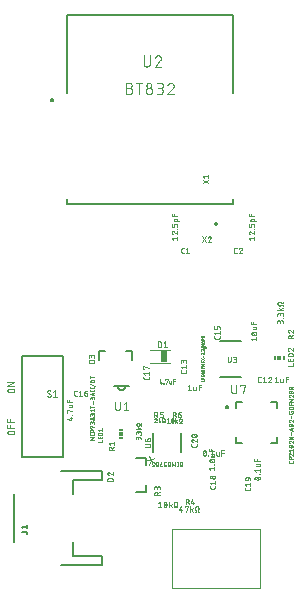
<source format=gbr>
G04 EAGLE Gerber RS-274X export*
G75*
%MOMM*%
%FSLAX34Y34*%
%LPD*%
%INSilkscreen Top*%
%IPPOS*%
%AMOC8*
5,1,8,0,0,1.08239X$1,22.5*%
G01*
%ADD10C,0.050800*%
%ADD11C,0.127000*%
%ADD12C,0.200000*%
%ADD13C,0.076200*%
%ADD14C,0.140000*%
%ADD15C,0.025400*%
%ADD16C,0.350000*%
%ADD17C,0.100000*%
%ADD18C,0.203200*%
%ADD19C,0.152400*%
%ADD20C,0.101600*%
%ADD21R,0.600000X1.100000*%
%ADD22R,0.300000X0.150000*%
%ADD23R,0.300000X0.300000*%
%ADD24R,0.150000X0.300000*%


D10*
X105215Y-138938D02*
X105285Y-138936D01*
X105354Y-138930D01*
X105423Y-138920D01*
X105491Y-138907D01*
X105559Y-138889D01*
X105625Y-138868D01*
X105690Y-138843D01*
X105754Y-138815D01*
X105816Y-138783D01*
X105876Y-138748D01*
X105934Y-138709D01*
X105989Y-138667D01*
X106043Y-138622D01*
X106093Y-138574D01*
X106141Y-138524D01*
X106186Y-138470D01*
X106228Y-138415D01*
X106267Y-138357D01*
X106302Y-138297D01*
X106334Y-138235D01*
X106362Y-138171D01*
X106387Y-138106D01*
X106408Y-138040D01*
X106426Y-137972D01*
X106439Y-137904D01*
X106449Y-137835D01*
X106455Y-137766D01*
X106457Y-137696D01*
X105215Y-138938D02*
X105116Y-138936D01*
X105018Y-138931D01*
X104920Y-138921D01*
X104822Y-138908D01*
X104725Y-138892D01*
X104628Y-138872D01*
X104533Y-138848D01*
X104438Y-138820D01*
X104344Y-138789D01*
X104252Y-138755D01*
X104161Y-138717D01*
X104071Y-138676D01*
X103983Y-138631D01*
X103897Y-138583D01*
X103813Y-138532D01*
X103731Y-138478D01*
X103650Y-138420D01*
X103572Y-138360D01*
X103497Y-138297D01*
X103423Y-138231D01*
X103353Y-138162D01*
X103507Y-134592D02*
X103509Y-134522D01*
X103515Y-134453D01*
X103525Y-134384D01*
X103538Y-134316D01*
X103556Y-134248D01*
X103577Y-134182D01*
X103602Y-134117D01*
X103630Y-134053D01*
X103662Y-133991D01*
X103697Y-133931D01*
X103736Y-133873D01*
X103778Y-133818D01*
X103823Y-133764D01*
X103871Y-133714D01*
X103921Y-133666D01*
X103975Y-133621D01*
X104030Y-133579D01*
X104088Y-133540D01*
X104148Y-133505D01*
X104210Y-133473D01*
X104274Y-133445D01*
X104339Y-133420D01*
X104405Y-133399D01*
X104473Y-133381D01*
X104541Y-133368D01*
X104610Y-133358D01*
X104679Y-133352D01*
X104749Y-133350D01*
X104843Y-133352D01*
X104936Y-133358D01*
X105029Y-133367D01*
X105122Y-133380D01*
X105214Y-133397D01*
X105305Y-133417D01*
X105396Y-133442D01*
X105485Y-133469D01*
X105573Y-133501D01*
X105660Y-133536D01*
X105746Y-133574D01*
X105829Y-133616D01*
X105912Y-133661D01*
X105992Y-133709D01*
X106070Y-133761D01*
X106146Y-133816D01*
X104129Y-135678D02*
X104070Y-135642D01*
X104014Y-135602D01*
X103960Y-135559D01*
X103908Y-135514D01*
X103859Y-135465D01*
X103813Y-135414D01*
X103770Y-135361D01*
X103729Y-135305D01*
X103692Y-135247D01*
X103657Y-135187D01*
X103627Y-135126D01*
X103599Y-135063D01*
X103575Y-134998D01*
X103555Y-134932D01*
X103538Y-134865D01*
X103525Y-134798D01*
X103516Y-134730D01*
X103510Y-134661D01*
X103508Y-134592D01*
X105835Y-136610D02*
X105894Y-136646D01*
X105950Y-136686D01*
X106004Y-136729D01*
X106056Y-136774D01*
X106105Y-136823D01*
X106151Y-136874D01*
X106194Y-136927D01*
X106235Y-136983D01*
X106272Y-137041D01*
X106307Y-137101D01*
X106337Y-137162D01*
X106365Y-137225D01*
X106389Y-137290D01*
X106409Y-137356D01*
X106426Y-137423D01*
X106439Y-137490D01*
X106448Y-137558D01*
X106454Y-137627D01*
X106456Y-137696D01*
X105836Y-136610D02*
X104128Y-135678D01*
X108656Y-134592D02*
X110208Y-133350D01*
X110208Y-138938D01*
X108656Y-138938D02*
X111760Y-138938D01*
X73886Y-170744D02*
X71402Y-170744D01*
X71325Y-170742D01*
X71247Y-170736D01*
X71171Y-170727D01*
X71094Y-170713D01*
X71019Y-170696D01*
X70945Y-170675D01*
X70871Y-170650D01*
X70799Y-170622D01*
X70729Y-170590D01*
X70660Y-170555D01*
X70593Y-170516D01*
X70528Y-170474D01*
X70465Y-170429D01*
X70404Y-170381D01*
X70346Y-170330D01*
X70291Y-170276D01*
X70238Y-170219D01*
X70189Y-170160D01*
X70142Y-170098D01*
X70098Y-170034D01*
X70058Y-169968D01*
X70021Y-169900D01*
X69987Y-169830D01*
X69957Y-169759D01*
X69931Y-169686D01*
X69908Y-169612D01*
X69889Y-169537D01*
X69874Y-169462D01*
X69862Y-169385D01*
X69854Y-169308D01*
X69850Y-169231D01*
X69850Y-169153D01*
X69854Y-169076D01*
X69862Y-168999D01*
X69874Y-168922D01*
X69889Y-168847D01*
X69908Y-168772D01*
X69931Y-168698D01*
X69957Y-168625D01*
X69987Y-168554D01*
X70021Y-168484D01*
X70058Y-168416D01*
X70098Y-168350D01*
X70142Y-168286D01*
X70189Y-168224D01*
X70238Y-168165D01*
X70291Y-168108D01*
X70346Y-168054D01*
X70404Y-168003D01*
X70465Y-167955D01*
X70528Y-167910D01*
X70593Y-167868D01*
X70660Y-167829D01*
X70729Y-167794D01*
X70799Y-167762D01*
X70871Y-167734D01*
X70945Y-167709D01*
X71019Y-167688D01*
X71094Y-167671D01*
X71171Y-167657D01*
X71247Y-167648D01*
X71325Y-167642D01*
X71402Y-167640D01*
X71402Y-167639D02*
X73886Y-167639D01*
X73886Y-167640D02*
X73963Y-167642D01*
X74041Y-167648D01*
X74117Y-167657D01*
X74194Y-167671D01*
X74269Y-167688D01*
X74343Y-167709D01*
X74417Y-167734D01*
X74489Y-167762D01*
X74559Y-167794D01*
X74628Y-167829D01*
X74695Y-167868D01*
X74760Y-167910D01*
X74823Y-167955D01*
X74884Y-168003D01*
X74942Y-168054D01*
X74997Y-168108D01*
X75050Y-168165D01*
X75099Y-168224D01*
X75146Y-168286D01*
X75190Y-168350D01*
X75230Y-168416D01*
X75267Y-168484D01*
X75301Y-168554D01*
X75331Y-168625D01*
X75357Y-168698D01*
X75380Y-168772D01*
X75399Y-168847D01*
X75414Y-168922D01*
X75426Y-168999D01*
X75434Y-169076D01*
X75438Y-169153D01*
X75438Y-169231D01*
X75434Y-169308D01*
X75426Y-169385D01*
X75414Y-169462D01*
X75399Y-169537D01*
X75380Y-169612D01*
X75357Y-169686D01*
X75331Y-169759D01*
X75301Y-169830D01*
X75267Y-169900D01*
X75230Y-169968D01*
X75190Y-170034D01*
X75146Y-170098D01*
X75099Y-170160D01*
X75050Y-170219D01*
X74997Y-170276D01*
X74942Y-170330D01*
X74884Y-170381D01*
X74823Y-170429D01*
X74760Y-170474D01*
X74695Y-170516D01*
X74628Y-170555D01*
X74559Y-170590D01*
X74489Y-170622D01*
X74417Y-170650D01*
X74343Y-170675D01*
X74269Y-170696D01*
X74194Y-170713D01*
X74117Y-170727D01*
X74041Y-170736D01*
X73963Y-170742D01*
X73886Y-170744D01*
X75438Y-165064D02*
X69850Y-165064D01*
X69850Y-162580D01*
X72334Y-162580D02*
X72334Y-165064D01*
X69850Y-160309D02*
X75438Y-160309D01*
X69850Y-160309D02*
X69850Y-157825D01*
X72334Y-157825D02*
X72334Y-160309D01*
X71402Y-135266D02*
X73886Y-135266D01*
X71402Y-135265D02*
X71325Y-135263D01*
X71247Y-135257D01*
X71171Y-135248D01*
X71094Y-135234D01*
X71019Y-135217D01*
X70945Y-135196D01*
X70871Y-135171D01*
X70799Y-135143D01*
X70729Y-135111D01*
X70660Y-135076D01*
X70593Y-135037D01*
X70528Y-134995D01*
X70465Y-134950D01*
X70404Y-134902D01*
X70346Y-134851D01*
X70291Y-134797D01*
X70238Y-134740D01*
X70189Y-134681D01*
X70142Y-134619D01*
X70098Y-134555D01*
X70058Y-134489D01*
X70021Y-134421D01*
X69987Y-134351D01*
X69957Y-134280D01*
X69931Y-134207D01*
X69908Y-134133D01*
X69889Y-134058D01*
X69874Y-133983D01*
X69862Y-133906D01*
X69854Y-133829D01*
X69850Y-133752D01*
X69850Y-133674D01*
X69854Y-133597D01*
X69862Y-133520D01*
X69874Y-133443D01*
X69889Y-133368D01*
X69908Y-133293D01*
X69931Y-133219D01*
X69957Y-133146D01*
X69987Y-133075D01*
X70021Y-133005D01*
X70058Y-132937D01*
X70098Y-132871D01*
X70142Y-132807D01*
X70189Y-132745D01*
X70238Y-132686D01*
X70291Y-132629D01*
X70346Y-132575D01*
X70404Y-132524D01*
X70465Y-132476D01*
X70528Y-132431D01*
X70593Y-132389D01*
X70660Y-132350D01*
X70729Y-132315D01*
X70799Y-132283D01*
X70871Y-132255D01*
X70945Y-132230D01*
X71019Y-132209D01*
X71094Y-132192D01*
X71171Y-132178D01*
X71247Y-132169D01*
X71325Y-132163D01*
X71402Y-132161D01*
X73886Y-132161D01*
X73963Y-132163D01*
X74041Y-132169D01*
X74117Y-132178D01*
X74194Y-132192D01*
X74269Y-132209D01*
X74343Y-132230D01*
X74417Y-132255D01*
X74489Y-132283D01*
X74559Y-132315D01*
X74628Y-132350D01*
X74695Y-132389D01*
X74760Y-132431D01*
X74823Y-132476D01*
X74884Y-132524D01*
X74942Y-132575D01*
X74997Y-132629D01*
X75050Y-132686D01*
X75099Y-132745D01*
X75146Y-132807D01*
X75190Y-132871D01*
X75230Y-132937D01*
X75267Y-133005D01*
X75301Y-133075D01*
X75331Y-133146D01*
X75357Y-133219D01*
X75380Y-133293D01*
X75399Y-133368D01*
X75414Y-133443D01*
X75426Y-133520D01*
X75434Y-133597D01*
X75438Y-133674D01*
X75438Y-133752D01*
X75434Y-133829D01*
X75426Y-133906D01*
X75414Y-133983D01*
X75399Y-134058D01*
X75380Y-134133D01*
X75357Y-134207D01*
X75331Y-134280D01*
X75301Y-134351D01*
X75267Y-134421D01*
X75230Y-134489D01*
X75190Y-134555D01*
X75146Y-134619D01*
X75099Y-134681D01*
X75050Y-134740D01*
X74997Y-134797D01*
X74942Y-134851D01*
X74884Y-134902D01*
X74823Y-134950D01*
X74760Y-134995D01*
X74695Y-135037D01*
X74628Y-135076D01*
X74559Y-135111D01*
X74489Y-135143D01*
X74417Y-135171D01*
X74343Y-135196D01*
X74269Y-135217D01*
X74194Y-135234D01*
X74117Y-135248D01*
X74041Y-135257D01*
X73963Y-135263D01*
X73886Y-135265D01*
X75438Y-129596D02*
X69850Y-129596D01*
X75438Y-126492D01*
X69850Y-126492D01*
D11*
X120500Y118040D02*
X120500Y184140D01*
X260500Y184140D01*
X260500Y118040D01*
X120500Y28240D02*
X120500Y24140D01*
X260500Y24140D01*
X260500Y28240D01*
D12*
X106500Y112040D02*
X106502Y112103D01*
X106508Y112165D01*
X106518Y112227D01*
X106531Y112289D01*
X106549Y112349D01*
X106570Y112408D01*
X106595Y112466D01*
X106624Y112522D01*
X106656Y112576D01*
X106691Y112628D01*
X106729Y112677D01*
X106771Y112725D01*
X106815Y112769D01*
X106863Y112811D01*
X106912Y112849D01*
X106964Y112884D01*
X107018Y112916D01*
X107074Y112945D01*
X107132Y112970D01*
X107191Y112991D01*
X107251Y113009D01*
X107313Y113022D01*
X107375Y113032D01*
X107437Y113038D01*
X107500Y113040D01*
X107563Y113038D01*
X107625Y113032D01*
X107687Y113022D01*
X107749Y113009D01*
X107809Y112991D01*
X107868Y112970D01*
X107926Y112945D01*
X107982Y112916D01*
X108036Y112884D01*
X108088Y112849D01*
X108137Y112811D01*
X108185Y112769D01*
X108229Y112725D01*
X108271Y112677D01*
X108309Y112628D01*
X108344Y112576D01*
X108376Y112522D01*
X108405Y112466D01*
X108430Y112408D01*
X108451Y112349D01*
X108469Y112289D01*
X108482Y112227D01*
X108492Y112165D01*
X108498Y112103D01*
X108500Y112040D01*
X108498Y111977D01*
X108492Y111915D01*
X108482Y111853D01*
X108469Y111791D01*
X108451Y111731D01*
X108430Y111672D01*
X108405Y111614D01*
X108376Y111558D01*
X108344Y111504D01*
X108309Y111452D01*
X108271Y111403D01*
X108229Y111355D01*
X108185Y111311D01*
X108137Y111269D01*
X108088Y111231D01*
X108036Y111196D01*
X107982Y111164D01*
X107926Y111135D01*
X107868Y111110D01*
X107809Y111089D01*
X107749Y111071D01*
X107687Y111058D01*
X107625Y111048D01*
X107563Y111042D01*
X107500Y111040D01*
X107437Y111042D01*
X107375Y111048D01*
X107313Y111058D01*
X107251Y111071D01*
X107191Y111089D01*
X107132Y111110D01*
X107074Y111135D01*
X107018Y111164D01*
X106964Y111196D01*
X106912Y111231D01*
X106863Y111269D01*
X106815Y111311D01*
X106771Y111355D01*
X106729Y111403D01*
X106691Y111452D01*
X106656Y111504D01*
X106624Y111558D01*
X106595Y111614D01*
X106570Y111672D01*
X106549Y111731D01*
X106531Y111791D01*
X106518Y111853D01*
X106508Y111915D01*
X106502Y111977D01*
X106500Y112040D01*
D13*
X185143Y143254D02*
X185143Y150061D01*
X185143Y143254D02*
X185145Y143152D01*
X185151Y143051D01*
X185161Y142950D01*
X185174Y142849D01*
X185192Y142749D01*
X185214Y142650D01*
X185239Y142552D01*
X185268Y142455D01*
X185301Y142359D01*
X185337Y142264D01*
X185378Y142171D01*
X185421Y142079D01*
X185469Y141989D01*
X185520Y141901D01*
X185574Y141815D01*
X185631Y141732D01*
X185692Y141650D01*
X185755Y141571D01*
X185822Y141495D01*
X185892Y141421D01*
X185964Y141350D01*
X186040Y141282D01*
X186117Y141216D01*
X186198Y141154D01*
X186280Y141095D01*
X186365Y141039D01*
X186452Y140987D01*
X186541Y140938D01*
X186632Y140892D01*
X186724Y140850D01*
X186818Y140812D01*
X186913Y140777D01*
X187010Y140746D01*
X187108Y140719D01*
X187207Y140695D01*
X187306Y140676D01*
X187407Y140660D01*
X187508Y140648D01*
X187609Y140640D01*
X187710Y140636D01*
X187812Y140636D01*
X187913Y140640D01*
X188014Y140648D01*
X188115Y140660D01*
X188216Y140676D01*
X188315Y140695D01*
X188414Y140719D01*
X188512Y140746D01*
X188609Y140777D01*
X188704Y140812D01*
X188798Y140850D01*
X188890Y140892D01*
X188981Y140938D01*
X189070Y140987D01*
X189157Y141039D01*
X189242Y141095D01*
X189324Y141154D01*
X189405Y141216D01*
X189482Y141282D01*
X189558Y141350D01*
X189630Y141421D01*
X189700Y141495D01*
X189767Y141571D01*
X189830Y141650D01*
X189891Y141732D01*
X189948Y141815D01*
X190002Y141901D01*
X190053Y141989D01*
X190101Y142079D01*
X190144Y142171D01*
X190185Y142264D01*
X190221Y142359D01*
X190254Y142455D01*
X190283Y142552D01*
X190308Y142650D01*
X190330Y142749D01*
X190348Y142849D01*
X190361Y142950D01*
X190371Y143051D01*
X190377Y143152D01*
X190379Y143254D01*
X190379Y150061D01*
X197497Y150061D02*
X197592Y150059D01*
X197687Y150053D01*
X197781Y150044D01*
X197875Y150030D01*
X197968Y150013D01*
X198061Y149993D01*
X198153Y149968D01*
X198243Y149940D01*
X198332Y149908D01*
X198421Y149872D01*
X198507Y149834D01*
X198592Y149791D01*
X198675Y149745D01*
X198756Y149696D01*
X198835Y149644D01*
X198912Y149588D01*
X198987Y149530D01*
X199059Y149468D01*
X199129Y149404D01*
X199196Y149337D01*
X199261Y149267D01*
X199322Y149195D01*
X199381Y149120D01*
X199436Y149043D01*
X199488Y148964D01*
X199537Y148883D01*
X199583Y148800D01*
X199626Y148715D01*
X199664Y148628D01*
X199700Y148540D01*
X199732Y148451D01*
X199760Y148360D01*
X199785Y148269D01*
X199805Y148176D01*
X199822Y148083D01*
X199836Y147989D01*
X199845Y147895D01*
X199851Y147800D01*
X199853Y147705D01*
X197497Y150061D02*
X197388Y150059D01*
X197280Y150053D01*
X197171Y150043D01*
X197064Y150030D01*
X196956Y150012D01*
X196850Y149991D01*
X196744Y149966D01*
X196639Y149937D01*
X196535Y149904D01*
X196433Y149868D01*
X196332Y149828D01*
X196232Y149784D01*
X196134Y149737D01*
X196038Y149686D01*
X195943Y149632D01*
X195851Y149574D01*
X195761Y149514D01*
X195673Y149450D01*
X195587Y149383D01*
X195504Y149312D01*
X195424Y149239D01*
X195346Y149163D01*
X195271Y149085D01*
X195198Y149003D01*
X195129Y148920D01*
X195063Y148833D01*
X195000Y148745D01*
X194940Y148654D01*
X194883Y148561D01*
X194830Y148466D01*
X194780Y148369D01*
X194734Y148271D01*
X194692Y148171D01*
X194653Y148069D01*
X194617Y147967D01*
X199069Y145872D02*
X199138Y145941D01*
X199205Y146012D01*
X199268Y146086D01*
X199329Y146162D01*
X199387Y146241D01*
X199442Y146321D01*
X199494Y146404D01*
X199543Y146489D01*
X199588Y146575D01*
X199630Y146663D01*
X199668Y146753D01*
X199703Y146844D01*
X199735Y146937D01*
X199762Y147030D01*
X199787Y147125D01*
X199807Y147220D01*
X199824Y147316D01*
X199837Y147413D01*
X199846Y147510D01*
X199852Y147607D01*
X199854Y147705D01*
X199068Y145872D02*
X194617Y140636D01*
X199854Y140636D01*
X172906Y122533D02*
X170286Y122533D01*
X172906Y122532D02*
X173008Y122530D01*
X173109Y122524D01*
X173210Y122514D01*
X173311Y122501D01*
X173411Y122483D01*
X173510Y122461D01*
X173608Y122436D01*
X173706Y122407D01*
X173802Y122374D01*
X173897Y122337D01*
X173990Y122297D01*
X174081Y122253D01*
X174171Y122206D01*
X174259Y122155D01*
X174345Y122101D01*
X174429Y122044D01*
X174510Y121983D01*
X174589Y121919D01*
X174666Y121852D01*
X174740Y121783D01*
X174811Y121710D01*
X174879Y121635D01*
X174945Y121557D01*
X175007Y121477D01*
X175066Y121394D01*
X175122Y121309D01*
X175174Y121222D01*
X175223Y121134D01*
X175269Y121043D01*
X175311Y120950D01*
X175349Y120856D01*
X175384Y120761D01*
X175415Y120664D01*
X175442Y120566D01*
X175466Y120467D01*
X175485Y120368D01*
X175501Y120267D01*
X175513Y120167D01*
X175521Y120065D01*
X175525Y119964D01*
X175525Y119862D01*
X175521Y119761D01*
X175513Y119659D01*
X175501Y119559D01*
X175485Y119458D01*
X175466Y119359D01*
X175442Y119260D01*
X175415Y119162D01*
X175384Y119065D01*
X175349Y118970D01*
X175311Y118876D01*
X175269Y118783D01*
X175223Y118692D01*
X175174Y118603D01*
X175122Y118517D01*
X175066Y118432D01*
X175007Y118349D01*
X174945Y118269D01*
X174879Y118191D01*
X174811Y118116D01*
X174740Y118043D01*
X174666Y117974D01*
X174589Y117907D01*
X174510Y117843D01*
X174429Y117782D01*
X174345Y117725D01*
X174259Y117671D01*
X174171Y117620D01*
X174081Y117573D01*
X173990Y117529D01*
X173897Y117489D01*
X173802Y117452D01*
X173706Y117419D01*
X173608Y117390D01*
X173510Y117365D01*
X173411Y117343D01*
X173311Y117325D01*
X173210Y117312D01*
X173109Y117302D01*
X173008Y117296D01*
X172906Y117294D01*
X170286Y117294D01*
X170286Y126724D01*
X172906Y126724D01*
X172996Y126722D01*
X173086Y126716D01*
X173176Y126707D01*
X173265Y126693D01*
X173354Y126676D01*
X173441Y126655D01*
X173528Y126630D01*
X173613Y126601D01*
X173698Y126569D01*
X173780Y126533D01*
X173862Y126493D01*
X173941Y126451D01*
X174018Y126404D01*
X174094Y126355D01*
X174167Y126302D01*
X174238Y126246D01*
X174306Y126188D01*
X174372Y126126D01*
X174435Y126061D01*
X174495Y125994D01*
X174553Y125925D01*
X174607Y125853D01*
X174658Y125778D01*
X174706Y125702D01*
X174751Y125623D01*
X174792Y125543D01*
X174829Y125461D01*
X174863Y125378D01*
X174894Y125293D01*
X174921Y125207D01*
X174944Y125119D01*
X174963Y125031D01*
X174978Y124943D01*
X174990Y124853D01*
X174998Y124763D01*
X175002Y124673D01*
X175002Y124583D01*
X174998Y124493D01*
X174990Y124403D01*
X174978Y124313D01*
X174963Y124225D01*
X174944Y124137D01*
X174921Y124049D01*
X174894Y123963D01*
X174863Y123878D01*
X174829Y123795D01*
X174792Y123713D01*
X174751Y123633D01*
X174706Y123554D01*
X174658Y123478D01*
X174607Y123403D01*
X174553Y123331D01*
X174495Y123262D01*
X174435Y123195D01*
X174372Y123130D01*
X174306Y123068D01*
X174238Y123010D01*
X174167Y122954D01*
X174094Y122901D01*
X174018Y122852D01*
X173941Y122805D01*
X173862Y122763D01*
X173780Y122723D01*
X173698Y122687D01*
X173613Y122655D01*
X173528Y122626D01*
X173441Y122601D01*
X173354Y122580D01*
X173265Y122563D01*
X173176Y122549D01*
X173086Y122540D01*
X172996Y122534D01*
X172906Y122532D01*
X181030Y126724D02*
X181030Y117294D01*
X183649Y126724D02*
X178410Y126724D01*
X186972Y119913D02*
X186974Y120015D01*
X186980Y120116D01*
X186990Y120217D01*
X187003Y120318D01*
X187021Y120418D01*
X187043Y120517D01*
X187068Y120615D01*
X187097Y120713D01*
X187130Y120809D01*
X187167Y120904D01*
X187207Y120997D01*
X187251Y121088D01*
X187298Y121178D01*
X187349Y121266D01*
X187403Y121352D01*
X187460Y121436D01*
X187521Y121517D01*
X187585Y121596D01*
X187652Y121673D01*
X187721Y121747D01*
X187794Y121818D01*
X187869Y121886D01*
X187947Y121952D01*
X188027Y122014D01*
X188110Y122073D01*
X188195Y122129D01*
X188282Y122181D01*
X188370Y122230D01*
X188461Y122276D01*
X188554Y122318D01*
X188648Y122356D01*
X188743Y122391D01*
X188840Y122422D01*
X188938Y122449D01*
X189037Y122473D01*
X189136Y122492D01*
X189237Y122508D01*
X189337Y122520D01*
X189439Y122528D01*
X189540Y122532D01*
X189642Y122532D01*
X189743Y122528D01*
X189845Y122520D01*
X189945Y122508D01*
X190046Y122492D01*
X190145Y122473D01*
X190244Y122449D01*
X190342Y122422D01*
X190439Y122391D01*
X190534Y122356D01*
X190628Y122318D01*
X190721Y122276D01*
X190812Y122230D01*
X190901Y122181D01*
X190987Y122129D01*
X191072Y122073D01*
X191155Y122014D01*
X191235Y121952D01*
X191313Y121886D01*
X191388Y121818D01*
X191461Y121747D01*
X191530Y121673D01*
X191597Y121596D01*
X191661Y121517D01*
X191722Y121436D01*
X191779Y121352D01*
X191833Y121266D01*
X191884Y121178D01*
X191931Y121088D01*
X191975Y120997D01*
X192015Y120904D01*
X192052Y120809D01*
X192085Y120713D01*
X192114Y120615D01*
X192139Y120517D01*
X192161Y120418D01*
X192179Y120318D01*
X192192Y120217D01*
X192202Y120116D01*
X192208Y120015D01*
X192210Y119913D01*
X192208Y119811D01*
X192202Y119710D01*
X192192Y119609D01*
X192179Y119508D01*
X192161Y119408D01*
X192139Y119309D01*
X192114Y119211D01*
X192085Y119113D01*
X192052Y119017D01*
X192015Y118922D01*
X191975Y118829D01*
X191931Y118738D01*
X191884Y118648D01*
X191833Y118560D01*
X191779Y118474D01*
X191722Y118390D01*
X191661Y118309D01*
X191597Y118230D01*
X191530Y118153D01*
X191461Y118079D01*
X191388Y118008D01*
X191313Y117940D01*
X191235Y117874D01*
X191155Y117812D01*
X191072Y117753D01*
X190987Y117697D01*
X190900Y117645D01*
X190812Y117596D01*
X190721Y117550D01*
X190628Y117508D01*
X190534Y117470D01*
X190439Y117435D01*
X190342Y117404D01*
X190244Y117377D01*
X190145Y117353D01*
X190046Y117334D01*
X189945Y117318D01*
X189845Y117306D01*
X189743Y117298D01*
X189642Y117294D01*
X189540Y117294D01*
X189439Y117298D01*
X189337Y117306D01*
X189237Y117318D01*
X189136Y117334D01*
X189037Y117353D01*
X188938Y117377D01*
X188840Y117404D01*
X188743Y117435D01*
X188648Y117470D01*
X188554Y117508D01*
X188461Y117550D01*
X188370Y117596D01*
X188282Y117645D01*
X188195Y117697D01*
X188110Y117753D01*
X188027Y117812D01*
X187947Y117874D01*
X187869Y117940D01*
X187794Y118008D01*
X187721Y118079D01*
X187652Y118153D01*
X187585Y118230D01*
X187521Y118309D01*
X187460Y118390D01*
X187403Y118474D01*
X187349Y118560D01*
X187298Y118648D01*
X187251Y118738D01*
X187207Y118829D01*
X187167Y118922D01*
X187130Y119017D01*
X187097Y119113D01*
X187068Y119211D01*
X187043Y119309D01*
X187021Y119408D01*
X187003Y119508D01*
X186990Y119609D01*
X186980Y119710D01*
X186974Y119811D01*
X186972Y119913D01*
X187495Y124628D02*
X187497Y124718D01*
X187503Y124808D01*
X187512Y124898D01*
X187526Y124987D01*
X187543Y125076D01*
X187564Y125163D01*
X187589Y125250D01*
X187618Y125335D01*
X187650Y125420D01*
X187686Y125502D01*
X187726Y125584D01*
X187768Y125663D01*
X187815Y125740D01*
X187864Y125816D01*
X187917Y125889D01*
X187973Y125960D01*
X188031Y126028D01*
X188093Y126094D01*
X188158Y126157D01*
X188225Y126217D01*
X188294Y126275D01*
X188366Y126329D01*
X188441Y126380D01*
X188517Y126428D01*
X188596Y126473D01*
X188676Y126514D01*
X188758Y126551D01*
X188841Y126585D01*
X188926Y126616D01*
X189012Y126643D01*
X189100Y126666D01*
X189188Y126685D01*
X189276Y126700D01*
X189366Y126712D01*
X189456Y126720D01*
X189546Y126724D01*
X189636Y126724D01*
X189726Y126720D01*
X189816Y126712D01*
X189906Y126700D01*
X189994Y126685D01*
X190082Y126666D01*
X190170Y126643D01*
X190256Y126616D01*
X190341Y126585D01*
X190424Y126551D01*
X190506Y126514D01*
X190586Y126473D01*
X190665Y126428D01*
X190741Y126380D01*
X190816Y126329D01*
X190888Y126275D01*
X190957Y126217D01*
X191024Y126157D01*
X191089Y126094D01*
X191151Y126028D01*
X191209Y125960D01*
X191265Y125889D01*
X191318Y125816D01*
X191367Y125740D01*
X191414Y125663D01*
X191456Y125584D01*
X191496Y125502D01*
X191532Y125420D01*
X191564Y125335D01*
X191593Y125250D01*
X191618Y125163D01*
X191639Y125076D01*
X191656Y124987D01*
X191670Y124898D01*
X191679Y124808D01*
X191685Y124718D01*
X191687Y124628D01*
X191685Y124538D01*
X191679Y124448D01*
X191670Y124358D01*
X191656Y124269D01*
X191639Y124180D01*
X191618Y124093D01*
X191593Y124006D01*
X191564Y123921D01*
X191532Y123836D01*
X191496Y123754D01*
X191456Y123672D01*
X191414Y123593D01*
X191367Y123516D01*
X191318Y123440D01*
X191265Y123367D01*
X191209Y123296D01*
X191151Y123228D01*
X191089Y123162D01*
X191024Y123099D01*
X190957Y123039D01*
X190888Y122981D01*
X190816Y122927D01*
X190741Y122876D01*
X190665Y122828D01*
X190586Y122783D01*
X190506Y122742D01*
X190424Y122705D01*
X190341Y122671D01*
X190256Y122640D01*
X190170Y122613D01*
X190082Y122590D01*
X189994Y122571D01*
X189906Y122556D01*
X189816Y122544D01*
X189726Y122536D01*
X189636Y122532D01*
X189546Y122532D01*
X189456Y122536D01*
X189366Y122544D01*
X189276Y122556D01*
X189188Y122571D01*
X189100Y122590D01*
X189012Y122613D01*
X188926Y122640D01*
X188841Y122671D01*
X188758Y122705D01*
X188676Y122742D01*
X188596Y122783D01*
X188517Y122828D01*
X188441Y122876D01*
X188366Y122927D01*
X188294Y122981D01*
X188225Y123039D01*
X188158Y123099D01*
X188093Y123162D01*
X188031Y123228D01*
X187973Y123296D01*
X187917Y123367D01*
X187864Y123440D01*
X187815Y123516D01*
X187768Y123593D01*
X187726Y123672D01*
X187686Y123754D01*
X187650Y123836D01*
X187618Y123921D01*
X187589Y124006D01*
X187564Y124093D01*
X187543Y124180D01*
X187526Y124269D01*
X187512Y124358D01*
X187503Y124448D01*
X187497Y124538D01*
X187495Y124628D01*
X196144Y117294D02*
X198764Y117294D01*
X198866Y117296D01*
X198967Y117302D01*
X199068Y117312D01*
X199169Y117325D01*
X199269Y117343D01*
X199368Y117365D01*
X199466Y117390D01*
X199564Y117419D01*
X199660Y117452D01*
X199755Y117489D01*
X199848Y117529D01*
X199939Y117573D01*
X200029Y117620D01*
X200117Y117671D01*
X200203Y117725D01*
X200287Y117782D01*
X200368Y117843D01*
X200447Y117907D01*
X200524Y117974D01*
X200598Y118043D01*
X200669Y118116D01*
X200737Y118191D01*
X200803Y118269D01*
X200865Y118349D01*
X200924Y118432D01*
X200980Y118517D01*
X201032Y118603D01*
X201081Y118692D01*
X201127Y118783D01*
X201169Y118876D01*
X201207Y118970D01*
X201242Y119065D01*
X201273Y119162D01*
X201300Y119260D01*
X201324Y119359D01*
X201343Y119458D01*
X201359Y119559D01*
X201371Y119659D01*
X201379Y119761D01*
X201383Y119862D01*
X201383Y119964D01*
X201379Y120065D01*
X201371Y120167D01*
X201359Y120267D01*
X201343Y120368D01*
X201324Y120467D01*
X201300Y120566D01*
X201273Y120664D01*
X201242Y120761D01*
X201207Y120856D01*
X201169Y120950D01*
X201127Y121043D01*
X201081Y121134D01*
X201032Y121222D01*
X200980Y121309D01*
X200924Y121394D01*
X200865Y121477D01*
X200803Y121557D01*
X200737Y121635D01*
X200669Y121710D01*
X200598Y121783D01*
X200524Y121852D01*
X200447Y121919D01*
X200368Y121983D01*
X200287Y122044D01*
X200203Y122101D01*
X200117Y122155D01*
X200029Y122206D01*
X199939Y122253D01*
X199848Y122297D01*
X199755Y122337D01*
X199660Y122374D01*
X199564Y122407D01*
X199466Y122436D01*
X199368Y122461D01*
X199269Y122483D01*
X199169Y122501D01*
X199068Y122514D01*
X198967Y122524D01*
X198866Y122530D01*
X198764Y122532D01*
X199288Y126724D02*
X196144Y126724D01*
X199288Y126724D02*
X199378Y126722D01*
X199468Y126716D01*
X199558Y126707D01*
X199647Y126693D01*
X199736Y126676D01*
X199823Y126655D01*
X199910Y126630D01*
X199995Y126601D01*
X200080Y126569D01*
X200162Y126533D01*
X200244Y126493D01*
X200323Y126451D01*
X200400Y126404D01*
X200476Y126355D01*
X200549Y126302D01*
X200620Y126246D01*
X200688Y126188D01*
X200754Y126126D01*
X200817Y126061D01*
X200877Y125994D01*
X200935Y125925D01*
X200989Y125853D01*
X201040Y125778D01*
X201088Y125702D01*
X201133Y125623D01*
X201174Y125543D01*
X201211Y125461D01*
X201245Y125378D01*
X201276Y125293D01*
X201303Y125207D01*
X201326Y125119D01*
X201345Y125031D01*
X201360Y124943D01*
X201372Y124853D01*
X201380Y124763D01*
X201384Y124673D01*
X201384Y124583D01*
X201380Y124493D01*
X201372Y124403D01*
X201360Y124313D01*
X201345Y124225D01*
X201326Y124137D01*
X201303Y124049D01*
X201276Y123963D01*
X201245Y123878D01*
X201211Y123795D01*
X201174Y123713D01*
X201133Y123633D01*
X201088Y123554D01*
X201040Y123478D01*
X200989Y123403D01*
X200935Y123331D01*
X200877Y123262D01*
X200817Y123195D01*
X200754Y123130D01*
X200688Y123068D01*
X200620Y123010D01*
X200549Y122954D01*
X200476Y122901D01*
X200400Y122852D01*
X200323Y122805D01*
X200244Y122763D01*
X200162Y122723D01*
X200080Y122687D01*
X199995Y122655D01*
X199910Y122626D01*
X199823Y122601D01*
X199736Y122580D01*
X199647Y122563D01*
X199558Y122549D01*
X199468Y122540D01*
X199378Y122534D01*
X199288Y122532D01*
X199288Y122533D02*
X197192Y122533D01*
X208198Y126724D02*
X208293Y126722D01*
X208388Y126716D01*
X208482Y126707D01*
X208576Y126693D01*
X208670Y126676D01*
X208762Y126655D01*
X208854Y126631D01*
X208945Y126603D01*
X209034Y126571D01*
X209122Y126535D01*
X209209Y126496D01*
X209294Y126454D01*
X209377Y126408D01*
X209458Y126359D01*
X209537Y126307D01*
X209615Y126251D01*
X209689Y126193D01*
X209762Y126131D01*
X209831Y126067D01*
X209899Y125999D01*
X209963Y125930D01*
X210025Y125857D01*
X210083Y125783D01*
X210139Y125705D01*
X210191Y125626D01*
X210240Y125545D01*
X210286Y125462D01*
X210328Y125377D01*
X210367Y125290D01*
X210403Y125202D01*
X210435Y125113D01*
X210463Y125022D01*
X210487Y124930D01*
X210508Y124838D01*
X210525Y124744D01*
X210539Y124650D01*
X210548Y124556D01*
X210554Y124461D01*
X210556Y124366D01*
X208198Y126724D02*
X208089Y126722D01*
X207981Y126716D01*
X207872Y126706D01*
X207764Y126693D01*
X207657Y126675D01*
X207550Y126654D01*
X207444Y126629D01*
X207339Y126600D01*
X207235Y126567D01*
X207133Y126531D01*
X207032Y126490D01*
X206932Y126447D01*
X206834Y126400D01*
X206738Y126349D01*
X206643Y126295D01*
X206551Y126237D01*
X206461Y126176D01*
X206373Y126112D01*
X206287Y126045D01*
X206204Y125975D01*
X206123Y125902D01*
X206045Y125826D01*
X205970Y125747D01*
X205898Y125666D01*
X205829Y125582D01*
X205762Y125496D01*
X205699Y125407D01*
X205639Y125316D01*
X205583Y125223D01*
X205529Y125128D01*
X205480Y125031D01*
X205433Y124933D01*
X205391Y124833D01*
X205352Y124731D01*
X205316Y124628D01*
X209770Y122532D02*
X209840Y122601D01*
X209906Y122672D01*
X209970Y122746D01*
X210031Y122823D01*
X210089Y122901D01*
X210144Y122982D01*
X210196Y123065D01*
X210244Y123149D01*
X210290Y123236D01*
X210332Y123324D01*
X210370Y123414D01*
X210405Y123505D01*
X210436Y123597D01*
X210464Y123691D01*
X210489Y123785D01*
X210509Y123881D01*
X210526Y123977D01*
X210539Y124074D01*
X210548Y124171D01*
X210554Y124268D01*
X210556Y124366D01*
X209770Y122533D02*
X205317Y117294D01*
X210556Y117294D01*
D14*
X236126Y-97188D02*
X236128Y-97136D01*
X236134Y-97084D01*
X236144Y-97032D01*
X236157Y-96982D01*
X236174Y-96932D01*
X236195Y-96884D01*
X236220Y-96838D01*
X236248Y-96794D01*
X236279Y-96752D01*
X236313Y-96712D01*
X236350Y-96675D01*
X236390Y-96641D01*
X236432Y-96610D01*
X236476Y-96582D01*
X236522Y-96557D01*
X236570Y-96536D01*
X236620Y-96519D01*
X236670Y-96506D01*
X236722Y-96496D01*
X236774Y-96490D01*
X236826Y-96488D01*
X236878Y-96490D01*
X236930Y-96496D01*
X236982Y-96506D01*
X237032Y-96519D01*
X237082Y-96536D01*
X237130Y-96557D01*
X237176Y-96582D01*
X237220Y-96610D01*
X237262Y-96641D01*
X237302Y-96675D01*
X237339Y-96712D01*
X237373Y-96752D01*
X237404Y-96794D01*
X237432Y-96838D01*
X237457Y-96884D01*
X237478Y-96932D01*
X237495Y-96982D01*
X237508Y-97032D01*
X237518Y-97084D01*
X237524Y-97136D01*
X237526Y-97188D01*
X237524Y-97240D01*
X237518Y-97292D01*
X237508Y-97344D01*
X237495Y-97394D01*
X237478Y-97444D01*
X237457Y-97492D01*
X237432Y-97538D01*
X237404Y-97582D01*
X237373Y-97624D01*
X237339Y-97664D01*
X237302Y-97701D01*
X237262Y-97735D01*
X237220Y-97766D01*
X237176Y-97794D01*
X237130Y-97819D01*
X237082Y-97840D01*
X237032Y-97857D01*
X236982Y-97870D01*
X236930Y-97880D01*
X236878Y-97886D01*
X236826Y-97888D01*
X236774Y-97886D01*
X236722Y-97880D01*
X236670Y-97870D01*
X236620Y-97857D01*
X236570Y-97840D01*
X236522Y-97819D01*
X236476Y-97794D01*
X236432Y-97766D01*
X236390Y-97735D01*
X236350Y-97701D01*
X236313Y-97664D01*
X236279Y-97624D01*
X236248Y-97582D01*
X236220Y-97538D01*
X236195Y-97492D01*
X236174Y-97444D01*
X236157Y-97394D01*
X236144Y-97344D01*
X236134Y-97292D01*
X236128Y-97240D01*
X236126Y-97188D01*
D11*
X250026Y-91888D02*
X267626Y-91888D01*
X267626Y-122488D02*
X250026Y-122488D01*
D10*
X256226Y-108392D02*
X256226Y-105090D01*
X256226Y-108392D02*
X256228Y-108462D01*
X256234Y-108532D01*
X256243Y-108601D01*
X256257Y-108670D01*
X256274Y-108738D01*
X256295Y-108804D01*
X256319Y-108870D01*
X256347Y-108934D01*
X256379Y-108996D01*
X256414Y-109057D01*
X256452Y-109116D01*
X256494Y-109172D01*
X256538Y-109226D01*
X256586Y-109278D01*
X256636Y-109326D01*
X256689Y-109372D01*
X256744Y-109415D01*
X256801Y-109455D01*
X256861Y-109492D01*
X256923Y-109525D01*
X256986Y-109555D01*
X257051Y-109581D01*
X257117Y-109604D01*
X257184Y-109623D01*
X257253Y-109638D01*
X257322Y-109650D01*
X257391Y-109658D01*
X257461Y-109662D01*
X257531Y-109662D01*
X257601Y-109658D01*
X257670Y-109650D01*
X257739Y-109638D01*
X257808Y-109623D01*
X257875Y-109604D01*
X257941Y-109581D01*
X258006Y-109555D01*
X258069Y-109525D01*
X258131Y-109492D01*
X258191Y-109455D01*
X258248Y-109415D01*
X258303Y-109372D01*
X258356Y-109326D01*
X258406Y-109278D01*
X258454Y-109226D01*
X258498Y-109172D01*
X258540Y-109116D01*
X258578Y-109057D01*
X258613Y-108996D01*
X258645Y-108934D01*
X258673Y-108870D01*
X258697Y-108804D01*
X258718Y-108738D01*
X258735Y-108670D01*
X258749Y-108601D01*
X258758Y-108532D01*
X258764Y-108462D01*
X258766Y-108392D01*
X258766Y-105090D01*
X260950Y-109662D02*
X262220Y-109662D01*
X262290Y-109660D01*
X262360Y-109654D01*
X262429Y-109645D01*
X262498Y-109631D01*
X262566Y-109614D01*
X262632Y-109593D01*
X262698Y-109569D01*
X262762Y-109541D01*
X262824Y-109509D01*
X262885Y-109474D01*
X262944Y-109436D01*
X263000Y-109394D01*
X263054Y-109350D01*
X263106Y-109302D01*
X263154Y-109252D01*
X263200Y-109199D01*
X263243Y-109144D01*
X263283Y-109087D01*
X263320Y-109027D01*
X263353Y-108965D01*
X263383Y-108902D01*
X263409Y-108837D01*
X263432Y-108771D01*
X263451Y-108704D01*
X263466Y-108635D01*
X263478Y-108566D01*
X263486Y-108497D01*
X263490Y-108427D01*
X263490Y-108357D01*
X263486Y-108287D01*
X263478Y-108218D01*
X263466Y-108149D01*
X263451Y-108080D01*
X263432Y-108013D01*
X263409Y-107947D01*
X263383Y-107882D01*
X263353Y-107819D01*
X263320Y-107757D01*
X263283Y-107697D01*
X263243Y-107640D01*
X263200Y-107585D01*
X263154Y-107532D01*
X263106Y-107482D01*
X263054Y-107434D01*
X263000Y-107390D01*
X262944Y-107348D01*
X262885Y-107310D01*
X262824Y-107275D01*
X262762Y-107243D01*
X262698Y-107215D01*
X262632Y-107191D01*
X262566Y-107170D01*
X262498Y-107153D01*
X262429Y-107139D01*
X262360Y-107130D01*
X262290Y-107124D01*
X262220Y-107122D01*
X262474Y-105090D02*
X260950Y-105090D01*
X262474Y-105090D02*
X262537Y-105092D01*
X262599Y-105098D01*
X262661Y-105107D01*
X262722Y-105121D01*
X262782Y-105138D01*
X262841Y-105159D01*
X262899Y-105183D01*
X262955Y-105211D01*
X263009Y-105242D01*
X263061Y-105277D01*
X263111Y-105314D01*
X263158Y-105355D01*
X263203Y-105399D01*
X263246Y-105445D01*
X263285Y-105494D01*
X263321Y-105545D01*
X263354Y-105598D01*
X263383Y-105653D01*
X263410Y-105710D01*
X263432Y-105768D01*
X263451Y-105828D01*
X263466Y-105889D01*
X263478Y-105950D01*
X263486Y-106012D01*
X263490Y-106075D01*
X263490Y-106137D01*
X263486Y-106200D01*
X263478Y-106262D01*
X263466Y-106323D01*
X263451Y-106384D01*
X263432Y-106444D01*
X263410Y-106502D01*
X263383Y-106559D01*
X263354Y-106614D01*
X263321Y-106667D01*
X263285Y-106718D01*
X263246Y-106767D01*
X263203Y-106813D01*
X263158Y-106857D01*
X263111Y-106898D01*
X263061Y-106935D01*
X263009Y-106970D01*
X262955Y-107001D01*
X262899Y-107029D01*
X262841Y-107053D01*
X262782Y-107074D01*
X262722Y-107091D01*
X262661Y-107105D01*
X262599Y-107114D01*
X262537Y-107120D01*
X262474Y-107122D01*
X261458Y-107122D01*
D15*
X236281Y-125949D02*
X233995Y-125949D01*
X236281Y-125949D02*
X236281Y-124933D01*
X236281Y-123935D02*
X233995Y-123935D01*
X233995Y-123300D01*
X233997Y-123251D01*
X234002Y-123203D01*
X234012Y-123155D01*
X234025Y-123108D01*
X234041Y-123063D01*
X234061Y-123018D01*
X234084Y-122976D01*
X234111Y-122935D01*
X234140Y-122896D01*
X234172Y-122860D01*
X234208Y-122826D01*
X234245Y-122795D01*
X234285Y-122767D01*
X234327Y-122742D01*
X234370Y-122721D01*
X234415Y-122702D01*
X234462Y-122688D01*
X234509Y-122677D01*
X234557Y-122669D01*
X234606Y-122665D01*
X234654Y-122665D01*
X234703Y-122669D01*
X234751Y-122677D01*
X234798Y-122688D01*
X234845Y-122702D01*
X234890Y-122721D01*
X234933Y-122742D01*
X234975Y-122767D01*
X235015Y-122795D01*
X235052Y-122826D01*
X235088Y-122860D01*
X235120Y-122896D01*
X235149Y-122935D01*
X235176Y-122976D01*
X235199Y-123018D01*
X235219Y-123063D01*
X235235Y-123108D01*
X235248Y-123155D01*
X235258Y-123203D01*
X235263Y-123251D01*
X235265Y-123300D01*
X235265Y-123935D01*
X236281Y-121763D02*
X236281Y-121001D01*
X236279Y-120957D01*
X236273Y-120913D01*
X236264Y-120870D01*
X236250Y-120827D01*
X236233Y-120786D01*
X236213Y-120747D01*
X236189Y-120710D01*
X236162Y-120674D01*
X236132Y-120642D01*
X236100Y-120612D01*
X236064Y-120585D01*
X236027Y-120561D01*
X235988Y-120541D01*
X235947Y-120524D01*
X235904Y-120510D01*
X235861Y-120501D01*
X235817Y-120495D01*
X235773Y-120493D01*
X235519Y-120493D01*
X235475Y-120495D01*
X235431Y-120501D01*
X235388Y-120510D01*
X235345Y-120524D01*
X235304Y-120541D01*
X235265Y-120561D01*
X235228Y-120585D01*
X235192Y-120612D01*
X235160Y-120642D01*
X235130Y-120674D01*
X235103Y-120710D01*
X235079Y-120747D01*
X235059Y-120786D01*
X235042Y-120827D01*
X235028Y-120870D01*
X235019Y-120913D01*
X235013Y-120957D01*
X235011Y-121001D01*
X235011Y-121763D01*
X233995Y-121763D01*
X233995Y-120493D01*
X235265Y-118969D02*
X235265Y-118207D01*
X235265Y-118969D02*
X235263Y-119013D01*
X235257Y-119057D01*
X235248Y-119100D01*
X235234Y-119143D01*
X235217Y-119184D01*
X235197Y-119223D01*
X235173Y-119260D01*
X235146Y-119296D01*
X235116Y-119328D01*
X235084Y-119358D01*
X235048Y-119385D01*
X235011Y-119409D01*
X234972Y-119429D01*
X234931Y-119446D01*
X234888Y-119460D01*
X234845Y-119469D01*
X234801Y-119475D01*
X234757Y-119477D01*
X234630Y-119477D01*
X234581Y-119475D01*
X234533Y-119470D01*
X234485Y-119460D01*
X234438Y-119447D01*
X234393Y-119431D01*
X234348Y-119411D01*
X234306Y-119388D01*
X234265Y-119361D01*
X234226Y-119332D01*
X234190Y-119300D01*
X234156Y-119264D01*
X234125Y-119227D01*
X234097Y-119187D01*
X234072Y-119145D01*
X234051Y-119102D01*
X234032Y-119057D01*
X234018Y-119010D01*
X234007Y-118963D01*
X233999Y-118915D01*
X233995Y-118866D01*
X233995Y-118818D01*
X233999Y-118769D01*
X234007Y-118721D01*
X234018Y-118674D01*
X234032Y-118627D01*
X234051Y-118582D01*
X234072Y-118539D01*
X234097Y-118497D01*
X234125Y-118457D01*
X234156Y-118420D01*
X234190Y-118384D01*
X234226Y-118352D01*
X234265Y-118323D01*
X234306Y-118296D01*
X234348Y-118273D01*
X234393Y-118253D01*
X234438Y-118237D01*
X234485Y-118224D01*
X234533Y-118214D01*
X234581Y-118209D01*
X234630Y-118207D01*
X235265Y-118207D01*
X235326Y-118209D01*
X235387Y-118214D01*
X235448Y-118224D01*
X235508Y-118237D01*
X235567Y-118253D01*
X235625Y-118273D01*
X235682Y-118297D01*
X235737Y-118323D01*
X235791Y-118354D01*
X235842Y-118387D01*
X235892Y-118423D01*
X235939Y-118463D01*
X235983Y-118505D01*
X236025Y-118549D01*
X236065Y-118596D01*
X236101Y-118646D01*
X236134Y-118697D01*
X236165Y-118751D01*
X236191Y-118806D01*
X236215Y-118863D01*
X236235Y-118921D01*
X236251Y-118980D01*
X236264Y-119040D01*
X236274Y-119101D01*
X236279Y-119162D01*
X236281Y-119223D01*
X235138Y-117191D02*
X235053Y-117189D01*
X234967Y-117183D01*
X234882Y-117174D01*
X234798Y-117160D01*
X234714Y-117143D01*
X234632Y-117122D01*
X234550Y-117097D01*
X234469Y-117068D01*
X234390Y-117036D01*
X234312Y-117000D01*
X234313Y-117001D02*
X234274Y-116985D01*
X234237Y-116967D01*
X234201Y-116945D01*
X234168Y-116920D01*
X234137Y-116892D01*
X234108Y-116862D01*
X234083Y-116829D01*
X234060Y-116794D01*
X234040Y-116757D01*
X234024Y-116719D01*
X234012Y-116679D01*
X234002Y-116639D01*
X233997Y-116598D01*
X233995Y-116556D01*
X233997Y-116514D01*
X234002Y-116473D01*
X234012Y-116433D01*
X234024Y-116393D01*
X234040Y-116355D01*
X234060Y-116318D01*
X234083Y-116283D01*
X234108Y-116250D01*
X234137Y-116220D01*
X234168Y-116192D01*
X234201Y-116167D01*
X234237Y-116145D01*
X234274Y-116127D01*
X234313Y-116111D01*
X234312Y-116112D02*
X234390Y-116076D01*
X234469Y-116044D01*
X234550Y-116015D01*
X234632Y-115990D01*
X234714Y-115969D01*
X234798Y-115952D01*
X234882Y-115938D01*
X234967Y-115929D01*
X235053Y-115923D01*
X235138Y-115921D01*
X235138Y-117191D02*
X235223Y-117189D01*
X235309Y-117183D01*
X235394Y-117174D01*
X235478Y-117160D01*
X235562Y-117143D01*
X235644Y-117122D01*
X235726Y-117097D01*
X235807Y-117068D01*
X235886Y-117036D01*
X235964Y-117000D01*
X235963Y-117001D02*
X236002Y-116985D01*
X236039Y-116967D01*
X236075Y-116945D01*
X236108Y-116920D01*
X236139Y-116892D01*
X236168Y-116862D01*
X236193Y-116829D01*
X236216Y-116794D01*
X236236Y-116757D01*
X236252Y-116719D01*
X236264Y-116679D01*
X236274Y-116639D01*
X236279Y-116598D01*
X236281Y-116556D01*
X235964Y-116112D02*
X235886Y-116076D01*
X235807Y-116044D01*
X235726Y-116015D01*
X235644Y-115990D01*
X235562Y-115969D01*
X235478Y-115952D01*
X235394Y-115938D01*
X235309Y-115929D01*
X235223Y-115923D01*
X235138Y-115921D01*
X235963Y-116111D02*
X236002Y-116127D01*
X236039Y-116145D01*
X236075Y-116167D01*
X236108Y-116192D01*
X236139Y-116220D01*
X236168Y-116250D01*
X236193Y-116283D01*
X236216Y-116318D01*
X236236Y-116355D01*
X236252Y-116393D01*
X236264Y-116433D01*
X236274Y-116473D01*
X236279Y-116514D01*
X236281Y-116556D01*
X235773Y-117064D02*
X234503Y-116048D01*
X234249Y-114905D02*
X233995Y-114905D01*
X233995Y-113635D01*
X236281Y-114270D01*
X236281Y-112518D02*
X233995Y-112518D01*
X235265Y-111756D01*
X233995Y-110994D01*
X236281Y-110994D01*
X236281Y-109795D02*
X233995Y-109795D01*
X233995Y-108779D01*
X235011Y-108779D02*
X235011Y-109795D01*
X236281Y-108022D02*
X233995Y-106498D01*
X233995Y-108022D02*
X236281Y-106498D01*
X235392Y-105584D02*
X235392Y-104060D01*
X236281Y-103018D02*
X236281Y-102383D01*
X236279Y-102334D01*
X236274Y-102286D01*
X236264Y-102238D01*
X236251Y-102191D01*
X236235Y-102146D01*
X236215Y-102101D01*
X236192Y-102059D01*
X236165Y-102018D01*
X236136Y-101979D01*
X236104Y-101943D01*
X236068Y-101909D01*
X236031Y-101878D01*
X235991Y-101850D01*
X235949Y-101825D01*
X235906Y-101804D01*
X235861Y-101785D01*
X235814Y-101771D01*
X235767Y-101760D01*
X235719Y-101752D01*
X235670Y-101748D01*
X235622Y-101748D01*
X235573Y-101752D01*
X235525Y-101760D01*
X235478Y-101771D01*
X235431Y-101785D01*
X235386Y-101804D01*
X235343Y-101825D01*
X235301Y-101850D01*
X235261Y-101878D01*
X235224Y-101909D01*
X235188Y-101943D01*
X235156Y-101979D01*
X235127Y-102018D01*
X235100Y-102059D01*
X235077Y-102101D01*
X235057Y-102146D01*
X235041Y-102191D01*
X235028Y-102238D01*
X235018Y-102286D01*
X235013Y-102334D01*
X235011Y-102383D01*
X233995Y-102256D02*
X233995Y-103018D01*
X233995Y-102256D02*
X233997Y-102212D01*
X234003Y-102168D01*
X234012Y-102125D01*
X234026Y-102082D01*
X234043Y-102041D01*
X234063Y-102002D01*
X234087Y-101965D01*
X234114Y-101929D01*
X234144Y-101897D01*
X234176Y-101867D01*
X234212Y-101840D01*
X234249Y-101816D01*
X234288Y-101796D01*
X234329Y-101779D01*
X234372Y-101765D01*
X234415Y-101756D01*
X234459Y-101750D01*
X234503Y-101748D01*
X234547Y-101750D01*
X234591Y-101756D01*
X234634Y-101765D01*
X234677Y-101779D01*
X234718Y-101796D01*
X234757Y-101816D01*
X234794Y-101840D01*
X234830Y-101867D01*
X234862Y-101897D01*
X234892Y-101929D01*
X234919Y-101965D01*
X234943Y-102002D01*
X234963Y-102041D01*
X234980Y-102082D01*
X234994Y-102125D01*
X235003Y-102168D01*
X235009Y-102212D01*
X235011Y-102256D01*
X235011Y-102764D01*
X236154Y-100846D02*
X236281Y-100846D01*
X236154Y-100846D02*
X236154Y-100719D01*
X236281Y-100719D01*
X236281Y-100846D01*
X236281Y-99818D02*
X236281Y-99183D01*
X236279Y-99134D01*
X236274Y-99086D01*
X236264Y-99038D01*
X236251Y-98991D01*
X236235Y-98946D01*
X236215Y-98901D01*
X236192Y-98859D01*
X236165Y-98818D01*
X236136Y-98779D01*
X236104Y-98743D01*
X236068Y-98709D01*
X236031Y-98678D01*
X235991Y-98650D01*
X235949Y-98625D01*
X235906Y-98604D01*
X235861Y-98585D01*
X235814Y-98571D01*
X235767Y-98560D01*
X235719Y-98552D01*
X235670Y-98548D01*
X235622Y-98548D01*
X235573Y-98552D01*
X235525Y-98560D01*
X235478Y-98571D01*
X235431Y-98585D01*
X235386Y-98604D01*
X235343Y-98625D01*
X235301Y-98650D01*
X235261Y-98678D01*
X235224Y-98709D01*
X235188Y-98743D01*
X235156Y-98779D01*
X235127Y-98818D01*
X235100Y-98859D01*
X235077Y-98901D01*
X235057Y-98946D01*
X235041Y-98991D01*
X235028Y-99038D01*
X235018Y-99086D01*
X235013Y-99134D01*
X235011Y-99183D01*
X233995Y-99056D02*
X233995Y-99818D01*
X233995Y-99056D02*
X233997Y-99012D01*
X234003Y-98968D01*
X234012Y-98925D01*
X234026Y-98882D01*
X234043Y-98841D01*
X234063Y-98802D01*
X234087Y-98765D01*
X234114Y-98729D01*
X234144Y-98697D01*
X234176Y-98667D01*
X234212Y-98640D01*
X234249Y-98616D01*
X234288Y-98596D01*
X234329Y-98579D01*
X234372Y-98565D01*
X234415Y-98556D01*
X234459Y-98550D01*
X234503Y-98548D01*
X234547Y-98550D01*
X234591Y-98556D01*
X234634Y-98565D01*
X234677Y-98579D01*
X234718Y-98596D01*
X234757Y-98616D01*
X234794Y-98640D01*
X234830Y-98667D01*
X234862Y-98697D01*
X234892Y-98729D01*
X234919Y-98765D01*
X234943Y-98802D01*
X234963Y-98841D01*
X234980Y-98882D01*
X234994Y-98925D01*
X235003Y-98968D01*
X235009Y-99012D01*
X235011Y-99056D01*
X235011Y-99564D01*
X236535Y-97633D02*
X233741Y-96617D01*
X233995Y-95627D02*
X236281Y-95627D01*
X236281Y-94357D02*
X233995Y-95627D01*
X233995Y-94357D02*
X236281Y-94357D01*
X235646Y-93265D02*
X234630Y-93265D01*
X234581Y-93263D01*
X234533Y-93258D01*
X234485Y-93248D01*
X234438Y-93235D01*
X234393Y-93219D01*
X234348Y-93199D01*
X234306Y-93176D01*
X234265Y-93149D01*
X234226Y-93120D01*
X234190Y-93088D01*
X234156Y-93052D01*
X234125Y-93015D01*
X234097Y-92975D01*
X234072Y-92933D01*
X234051Y-92890D01*
X234032Y-92845D01*
X234018Y-92798D01*
X234007Y-92751D01*
X233999Y-92703D01*
X233995Y-92654D01*
X233995Y-92606D01*
X233999Y-92557D01*
X234007Y-92509D01*
X234018Y-92462D01*
X234032Y-92415D01*
X234051Y-92370D01*
X234072Y-92327D01*
X234097Y-92285D01*
X234125Y-92245D01*
X234156Y-92208D01*
X234190Y-92172D01*
X234226Y-92140D01*
X234265Y-92111D01*
X234306Y-92084D01*
X234348Y-92061D01*
X234393Y-92041D01*
X234438Y-92025D01*
X234485Y-92012D01*
X234533Y-92002D01*
X234581Y-91997D01*
X234630Y-91995D01*
X235646Y-91995D01*
X235695Y-91997D01*
X235743Y-92002D01*
X235791Y-92012D01*
X235838Y-92025D01*
X235883Y-92041D01*
X235928Y-92061D01*
X235970Y-92084D01*
X236011Y-92111D01*
X236050Y-92140D01*
X236086Y-92172D01*
X236120Y-92208D01*
X236151Y-92245D01*
X236179Y-92285D01*
X236204Y-92327D01*
X236225Y-92370D01*
X236244Y-92415D01*
X236258Y-92462D01*
X236269Y-92509D01*
X236277Y-92557D01*
X236281Y-92606D01*
X236281Y-92654D01*
X236277Y-92703D01*
X236269Y-92751D01*
X236258Y-92798D01*
X236244Y-92845D01*
X236225Y-92890D01*
X236204Y-92933D01*
X236179Y-92975D01*
X236151Y-93015D01*
X236120Y-93052D01*
X236086Y-93088D01*
X236050Y-93120D01*
X236011Y-93149D01*
X235970Y-93176D01*
X235928Y-93199D01*
X235883Y-93219D01*
X235838Y-93235D01*
X235791Y-93248D01*
X235743Y-93258D01*
X235695Y-93263D01*
X235646Y-93265D01*
X236281Y-90864D02*
X233995Y-90864D01*
X233995Y-90229D01*
X233997Y-90180D01*
X234002Y-90132D01*
X234012Y-90084D01*
X234025Y-90037D01*
X234041Y-89992D01*
X234061Y-89947D01*
X234084Y-89905D01*
X234111Y-89864D01*
X234140Y-89825D01*
X234172Y-89789D01*
X234208Y-89755D01*
X234245Y-89724D01*
X234285Y-89696D01*
X234327Y-89671D01*
X234370Y-89650D01*
X234415Y-89631D01*
X234462Y-89617D01*
X234509Y-89606D01*
X234557Y-89598D01*
X234606Y-89594D01*
X234654Y-89594D01*
X234703Y-89598D01*
X234751Y-89606D01*
X234798Y-89617D01*
X234845Y-89631D01*
X234890Y-89650D01*
X234933Y-89671D01*
X234975Y-89696D01*
X235015Y-89724D01*
X235052Y-89755D01*
X235088Y-89789D01*
X235120Y-89825D01*
X235149Y-89864D01*
X235176Y-89905D01*
X235199Y-89947D01*
X235219Y-89992D01*
X235235Y-90037D01*
X235248Y-90084D01*
X235258Y-90132D01*
X235263Y-90180D01*
X235265Y-90229D01*
X235265Y-90864D01*
X235011Y-88578D02*
X235011Y-87943D01*
X235013Y-87894D01*
X235018Y-87846D01*
X235028Y-87798D01*
X235041Y-87751D01*
X235057Y-87706D01*
X235077Y-87661D01*
X235100Y-87619D01*
X235127Y-87578D01*
X235156Y-87539D01*
X235188Y-87503D01*
X235224Y-87469D01*
X235261Y-87438D01*
X235301Y-87410D01*
X235343Y-87385D01*
X235386Y-87364D01*
X235431Y-87345D01*
X235478Y-87331D01*
X235525Y-87320D01*
X235573Y-87312D01*
X235622Y-87308D01*
X235670Y-87308D01*
X235719Y-87312D01*
X235767Y-87320D01*
X235814Y-87331D01*
X235861Y-87345D01*
X235906Y-87364D01*
X235949Y-87385D01*
X235991Y-87410D01*
X236031Y-87438D01*
X236068Y-87469D01*
X236104Y-87503D01*
X236136Y-87539D01*
X236165Y-87578D01*
X236192Y-87619D01*
X236215Y-87661D01*
X236235Y-87706D01*
X236251Y-87751D01*
X236264Y-87798D01*
X236274Y-87846D01*
X236279Y-87894D01*
X236281Y-87943D01*
X236281Y-88578D01*
X233995Y-88578D01*
X233995Y-87943D01*
X233997Y-87899D01*
X234003Y-87855D01*
X234012Y-87812D01*
X234026Y-87769D01*
X234043Y-87728D01*
X234063Y-87689D01*
X234087Y-87652D01*
X234114Y-87616D01*
X234144Y-87584D01*
X234176Y-87554D01*
X234212Y-87527D01*
X234249Y-87503D01*
X234288Y-87483D01*
X234329Y-87466D01*
X234372Y-87452D01*
X234415Y-87443D01*
X234459Y-87437D01*
X234503Y-87435D01*
X234547Y-87437D01*
X234591Y-87443D01*
X234634Y-87452D01*
X234677Y-87466D01*
X234718Y-87483D01*
X234757Y-87503D01*
X234794Y-87527D01*
X234830Y-87554D01*
X234862Y-87584D01*
X234892Y-87616D01*
X234919Y-87652D01*
X234943Y-87689D01*
X234963Y-87728D01*
X234980Y-87769D01*
X234994Y-87812D01*
X235003Y-87855D01*
X235009Y-87899D01*
X235011Y-87943D01*
D16*
X246634Y7366D03*
D10*
X237580Y-3138D02*
X234532Y-7710D01*
X237580Y-7710D02*
X234532Y-3138D01*
X240755Y-3138D02*
X240821Y-3140D01*
X240888Y-3146D01*
X240953Y-3155D01*
X241019Y-3169D01*
X241083Y-3186D01*
X241146Y-3207D01*
X241208Y-3231D01*
X241268Y-3260D01*
X241327Y-3291D01*
X241383Y-3326D01*
X241438Y-3364D01*
X241490Y-3405D01*
X241539Y-3450D01*
X241586Y-3497D01*
X241631Y-3546D01*
X241672Y-3598D01*
X241710Y-3653D01*
X241745Y-3710D01*
X241776Y-3768D01*
X241805Y-3828D01*
X241829Y-3890D01*
X241850Y-3953D01*
X241867Y-4017D01*
X241881Y-4083D01*
X241890Y-4148D01*
X241896Y-4215D01*
X241898Y-4281D01*
X240755Y-3138D02*
X240681Y-3140D01*
X240608Y-3145D01*
X240534Y-3155D01*
X240462Y-3168D01*
X240390Y-3184D01*
X240319Y-3204D01*
X240249Y-3228D01*
X240180Y-3255D01*
X240113Y-3286D01*
X240047Y-3320D01*
X239984Y-3357D01*
X239922Y-3397D01*
X239862Y-3441D01*
X239805Y-3487D01*
X239749Y-3536D01*
X239697Y-3588D01*
X239647Y-3643D01*
X239600Y-3700D01*
X239556Y-3759D01*
X239515Y-3820D01*
X239477Y-3884D01*
X239442Y-3949D01*
X239411Y-4016D01*
X239383Y-4084D01*
X239358Y-4154D01*
X241517Y-5170D02*
X241564Y-5123D01*
X241608Y-5074D01*
X241649Y-5022D01*
X241688Y-4968D01*
X241723Y-4912D01*
X241756Y-4854D01*
X241785Y-4795D01*
X241811Y-4734D01*
X241834Y-4672D01*
X241854Y-4608D01*
X241869Y-4544D01*
X241882Y-4479D01*
X241891Y-4413D01*
X241896Y-4347D01*
X241898Y-4281D01*
X241517Y-5170D02*
X239358Y-7710D01*
X241898Y-7710D01*
X239736Y41628D02*
X235164Y44676D01*
X235164Y41628D02*
X239736Y44676D01*
X236180Y46454D02*
X235164Y47724D01*
X239736Y47724D01*
X239736Y46454D02*
X239736Y48994D01*
X219202Y-17272D02*
X218186Y-17272D01*
X218125Y-17270D01*
X218064Y-17265D01*
X218003Y-17255D01*
X217943Y-17242D01*
X217884Y-17226D01*
X217826Y-17206D01*
X217769Y-17182D01*
X217714Y-17156D01*
X217660Y-17125D01*
X217609Y-17092D01*
X217559Y-17056D01*
X217512Y-17016D01*
X217468Y-16974D01*
X217426Y-16930D01*
X217386Y-16883D01*
X217350Y-16833D01*
X217317Y-16782D01*
X217286Y-16728D01*
X217260Y-16673D01*
X217236Y-16616D01*
X217216Y-16558D01*
X217200Y-16499D01*
X217187Y-16439D01*
X217177Y-16378D01*
X217172Y-16317D01*
X217170Y-16256D01*
X217170Y-13716D01*
X217172Y-13655D01*
X217177Y-13594D01*
X217187Y-13533D01*
X217200Y-13473D01*
X217216Y-13414D01*
X217236Y-13356D01*
X217260Y-13299D01*
X217286Y-13244D01*
X217317Y-13190D01*
X217350Y-13139D01*
X217386Y-13089D01*
X217426Y-13042D01*
X217468Y-12998D01*
X217512Y-12956D01*
X217559Y-12916D01*
X217609Y-12880D01*
X217660Y-12847D01*
X217714Y-12816D01*
X217769Y-12790D01*
X217826Y-12766D01*
X217884Y-12746D01*
X217943Y-12730D01*
X218003Y-12717D01*
X218064Y-12707D01*
X218125Y-12702D01*
X218186Y-12700D01*
X219202Y-12700D01*
X220995Y-13716D02*
X222265Y-12700D01*
X222265Y-17272D01*
X220995Y-17272D02*
X223535Y-17272D01*
X210058Y-5842D02*
X209042Y-4572D01*
X213614Y-4572D01*
X213614Y-5842D02*
X213614Y-3302D01*
X210185Y1270D02*
X210119Y1268D01*
X210052Y1262D01*
X209987Y1253D01*
X209921Y1239D01*
X209857Y1222D01*
X209794Y1201D01*
X209732Y1177D01*
X209672Y1148D01*
X209614Y1117D01*
X209557Y1082D01*
X209502Y1044D01*
X209450Y1003D01*
X209401Y958D01*
X209354Y911D01*
X209309Y862D01*
X209268Y810D01*
X209230Y755D01*
X209195Y699D01*
X209164Y640D01*
X209135Y580D01*
X209111Y518D01*
X209090Y455D01*
X209073Y391D01*
X209059Y325D01*
X209050Y260D01*
X209044Y193D01*
X209042Y127D01*
X209044Y53D01*
X209049Y-20D01*
X209059Y-94D01*
X209072Y-166D01*
X209088Y-238D01*
X209108Y-309D01*
X209132Y-379D01*
X209159Y-448D01*
X209190Y-515D01*
X209224Y-581D01*
X209261Y-644D01*
X209301Y-706D01*
X209345Y-766D01*
X209391Y-823D01*
X209440Y-879D01*
X209492Y-931D01*
X209547Y-981D01*
X209604Y-1028D01*
X209663Y-1072D01*
X209724Y-1113D01*
X209788Y-1151D01*
X209853Y-1186D01*
X209920Y-1217D01*
X209988Y-1245D01*
X210058Y-1270D01*
X211074Y889D02*
X211027Y936D01*
X210978Y980D01*
X210926Y1021D01*
X210872Y1060D01*
X210816Y1095D01*
X210758Y1128D01*
X210699Y1157D01*
X210638Y1183D01*
X210576Y1206D01*
X210512Y1226D01*
X210448Y1241D01*
X210383Y1254D01*
X210317Y1263D01*
X210251Y1268D01*
X210185Y1270D01*
X211074Y889D02*
X213614Y-1270D01*
X213614Y1270D01*
X213614Y3073D02*
X213360Y3073D01*
X213360Y3327D01*
X213614Y3327D01*
X213614Y3073D01*
X213614Y5131D02*
X213614Y6655D01*
X213612Y6716D01*
X213607Y6777D01*
X213597Y6838D01*
X213584Y6898D01*
X213568Y6957D01*
X213548Y7015D01*
X213524Y7072D01*
X213498Y7127D01*
X213467Y7181D01*
X213434Y7232D01*
X213398Y7282D01*
X213358Y7329D01*
X213316Y7373D01*
X213272Y7415D01*
X213225Y7455D01*
X213175Y7491D01*
X213124Y7524D01*
X213070Y7555D01*
X213015Y7581D01*
X212958Y7605D01*
X212900Y7625D01*
X212841Y7641D01*
X212781Y7654D01*
X212720Y7664D01*
X212659Y7669D01*
X212598Y7671D01*
X212090Y7671D01*
X212029Y7669D01*
X211968Y7664D01*
X211907Y7654D01*
X211847Y7641D01*
X211788Y7625D01*
X211730Y7605D01*
X211673Y7581D01*
X211618Y7555D01*
X211564Y7524D01*
X211513Y7491D01*
X211463Y7455D01*
X211416Y7415D01*
X211372Y7373D01*
X211330Y7329D01*
X211290Y7282D01*
X211254Y7232D01*
X211221Y7181D01*
X211190Y7127D01*
X211164Y7072D01*
X211140Y7015D01*
X211120Y6957D01*
X211104Y6898D01*
X211091Y6838D01*
X211081Y6777D01*
X211076Y6716D01*
X211074Y6655D01*
X211074Y5131D01*
X209042Y5131D01*
X209042Y7671D01*
X210566Y9831D02*
X215138Y9831D01*
X210566Y9831D02*
X210566Y11101D01*
X210568Y11155D01*
X210574Y11209D01*
X210583Y11263D01*
X210597Y11316D01*
X210614Y11367D01*
X210635Y11418D01*
X210659Y11466D01*
X210687Y11513D01*
X210718Y11558D01*
X210752Y11600D01*
X210789Y11640D01*
X210829Y11677D01*
X210871Y11711D01*
X210916Y11742D01*
X210963Y11770D01*
X211011Y11794D01*
X211062Y11815D01*
X211113Y11832D01*
X211166Y11846D01*
X211220Y11855D01*
X211274Y11861D01*
X211328Y11863D01*
X212852Y11863D01*
X212906Y11861D01*
X212960Y11855D01*
X213014Y11846D01*
X213067Y11832D01*
X213118Y11815D01*
X213169Y11794D01*
X213217Y11770D01*
X213264Y11742D01*
X213309Y11711D01*
X213351Y11677D01*
X213391Y11640D01*
X213428Y11600D01*
X213462Y11558D01*
X213493Y11513D01*
X213521Y11466D01*
X213545Y11418D01*
X213566Y11367D01*
X213583Y11316D01*
X213597Y11263D01*
X213606Y11209D01*
X213612Y11155D01*
X213614Y11101D01*
X213614Y9831D01*
X213614Y13980D02*
X209042Y13980D01*
X209042Y16012D01*
X211074Y16012D02*
X211074Y13980D01*
X262890Y-17526D02*
X263906Y-17526D01*
X262890Y-17526D02*
X262829Y-17524D01*
X262768Y-17519D01*
X262707Y-17509D01*
X262647Y-17496D01*
X262588Y-17480D01*
X262530Y-17460D01*
X262473Y-17436D01*
X262418Y-17410D01*
X262364Y-17379D01*
X262313Y-17346D01*
X262263Y-17310D01*
X262216Y-17270D01*
X262172Y-17228D01*
X262130Y-17184D01*
X262090Y-17137D01*
X262054Y-17087D01*
X262021Y-17036D01*
X261990Y-16982D01*
X261964Y-16927D01*
X261940Y-16870D01*
X261920Y-16812D01*
X261904Y-16753D01*
X261891Y-16693D01*
X261881Y-16632D01*
X261876Y-16571D01*
X261874Y-16510D01*
X261874Y-13970D01*
X261876Y-13909D01*
X261881Y-13848D01*
X261891Y-13787D01*
X261904Y-13727D01*
X261920Y-13668D01*
X261940Y-13610D01*
X261964Y-13553D01*
X261990Y-13498D01*
X262021Y-13444D01*
X262054Y-13393D01*
X262090Y-13343D01*
X262130Y-13296D01*
X262172Y-13252D01*
X262216Y-13210D01*
X262263Y-13170D01*
X262313Y-13134D01*
X262364Y-13101D01*
X262418Y-13070D01*
X262473Y-13044D01*
X262530Y-13020D01*
X262588Y-13000D01*
X262647Y-12984D01*
X262707Y-12971D01*
X262768Y-12961D01*
X262829Y-12956D01*
X262890Y-12954D01*
X263906Y-12954D01*
X267096Y-12954D02*
X267162Y-12956D01*
X267229Y-12962D01*
X267294Y-12971D01*
X267360Y-12985D01*
X267424Y-13002D01*
X267487Y-13023D01*
X267549Y-13047D01*
X267609Y-13076D01*
X267668Y-13107D01*
X267724Y-13142D01*
X267779Y-13180D01*
X267831Y-13221D01*
X267880Y-13266D01*
X267927Y-13313D01*
X267972Y-13362D01*
X268013Y-13414D01*
X268051Y-13469D01*
X268086Y-13526D01*
X268117Y-13584D01*
X268146Y-13644D01*
X268170Y-13706D01*
X268191Y-13769D01*
X268208Y-13833D01*
X268222Y-13899D01*
X268231Y-13964D01*
X268237Y-14031D01*
X268239Y-14097D01*
X267096Y-12954D02*
X267022Y-12956D01*
X266949Y-12961D01*
X266875Y-12971D01*
X266803Y-12984D01*
X266731Y-13000D01*
X266660Y-13020D01*
X266590Y-13044D01*
X266521Y-13071D01*
X266454Y-13102D01*
X266388Y-13136D01*
X266325Y-13173D01*
X266263Y-13213D01*
X266203Y-13257D01*
X266146Y-13303D01*
X266090Y-13352D01*
X266038Y-13404D01*
X265988Y-13459D01*
X265941Y-13516D01*
X265897Y-13575D01*
X265856Y-13636D01*
X265818Y-13700D01*
X265783Y-13765D01*
X265752Y-13832D01*
X265724Y-13900D01*
X265699Y-13970D01*
X267858Y-14986D02*
X267905Y-14939D01*
X267949Y-14890D01*
X267990Y-14838D01*
X268029Y-14784D01*
X268064Y-14728D01*
X268097Y-14670D01*
X268126Y-14611D01*
X268152Y-14550D01*
X268175Y-14488D01*
X268195Y-14424D01*
X268210Y-14360D01*
X268223Y-14295D01*
X268232Y-14229D01*
X268237Y-14163D01*
X268239Y-14097D01*
X267858Y-14986D02*
X265699Y-17526D01*
X268239Y-17526D01*
X275082Y-6096D02*
X274066Y-4826D01*
X278638Y-4826D01*
X278638Y-6096D02*
X278638Y-3556D01*
X275209Y1016D02*
X275143Y1014D01*
X275076Y1008D01*
X275011Y999D01*
X274945Y985D01*
X274881Y968D01*
X274818Y947D01*
X274756Y923D01*
X274696Y894D01*
X274638Y863D01*
X274581Y828D01*
X274526Y790D01*
X274474Y749D01*
X274425Y704D01*
X274378Y657D01*
X274333Y608D01*
X274292Y556D01*
X274254Y501D01*
X274219Y445D01*
X274188Y386D01*
X274159Y326D01*
X274135Y264D01*
X274114Y201D01*
X274097Y137D01*
X274083Y71D01*
X274074Y6D01*
X274068Y-61D01*
X274066Y-127D01*
X274068Y-201D01*
X274073Y-274D01*
X274083Y-348D01*
X274096Y-420D01*
X274112Y-492D01*
X274132Y-563D01*
X274156Y-633D01*
X274183Y-702D01*
X274214Y-769D01*
X274248Y-835D01*
X274285Y-898D01*
X274325Y-960D01*
X274369Y-1020D01*
X274415Y-1077D01*
X274464Y-1133D01*
X274516Y-1185D01*
X274571Y-1235D01*
X274628Y-1282D01*
X274687Y-1326D01*
X274748Y-1367D01*
X274812Y-1405D01*
X274877Y-1440D01*
X274944Y-1471D01*
X275012Y-1499D01*
X275082Y-1524D01*
X276098Y635D02*
X276051Y682D01*
X276002Y726D01*
X275950Y767D01*
X275896Y806D01*
X275840Y841D01*
X275782Y874D01*
X275723Y903D01*
X275662Y929D01*
X275600Y952D01*
X275536Y972D01*
X275472Y987D01*
X275407Y1000D01*
X275341Y1009D01*
X275275Y1014D01*
X275209Y1016D01*
X276098Y635D02*
X278638Y-1524D01*
X278638Y1016D01*
X278638Y2819D02*
X278384Y2819D01*
X278384Y3073D01*
X278638Y3073D01*
X278638Y2819D01*
X278638Y4877D02*
X278638Y6401D01*
X278636Y6462D01*
X278631Y6523D01*
X278621Y6584D01*
X278608Y6644D01*
X278592Y6703D01*
X278572Y6761D01*
X278548Y6818D01*
X278522Y6873D01*
X278491Y6927D01*
X278458Y6978D01*
X278422Y7028D01*
X278382Y7075D01*
X278340Y7119D01*
X278296Y7161D01*
X278249Y7201D01*
X278199Y7237D01*
X278148Y7270D01*
X278094Y7301D01*
X278039Y7327D01*
X277982Y7351D01*
X277924Y7371D01*
X277865Y7387D01*
X277805Y7400D01*
X277744Y7410D01*
X277683Y7415D01*
X277622Y7417D01*
X277114Y7417D01*
X277053Y7415D01*
X276992Y7410D01*
X276931Y7400D01*
X276871Y7387D01*
X276812Y7371D01*
X276754Y7351D01*
X276697Y7327D01*
X276642Y7301D01*
X276588Y7270D01*
X276537Y7237D01*
X276487Y7201D01*
X276440Y7161D01*
X276396Y7119D01*
X276354Y7075D01*
X276314Y7028D01*
X276278Y6978D01*
X276245Y6927D01*
X276214Y6873D01*
X276188Y6818D01*
X276164Y6761D01*
X276144Y6703D01*
X276128Y6644D01*
X276115Y6584D01*
X276105Y6523D01*
X276100Y6462D01*
X276098Y6401D01*
X276098Y4877D01*
X274066Y4877D01*
X274066Y7417D01*
X275590Y9577D02*
X280162Y9577D01*
X275590Y9577D02*
X275590Y10847D01*
X275592Y10901D01*
X275598Y10955D01*
X275607Y11009D01*
X275621Y11062D01*
X275638Y11113D01*
X275659Y11164D01*
X275683Y11212D01*
X275711Y11259D01*
X275742Y11304D01*
X275776Y11346D01*
X275813Y11386D01*
X275853Y11423D01*
X275895Y11457D01*
X275940Y11488D01*
X275987Y11516D01*
X276035Y11540D01*
X276086Y11561D01*
X276137Y11578D01*
X276190Y11592D01*
X276244Y11601D01*
X276298Y11607D01*
X276352Y11609D01*
X277876Y11609D01*
X277930Y11607D01*
X277984Y11601D01*
X278038Y11592D01*
X278091Y11578D01*
X278142Y11561D01*
X278193Y11540D01*
X278241Y11516D01*
X278288Y11488D01*
X278333Y11457D01*
X278375Y11423D01*
X278415Y11386D01*
X278452Y11346D01*
X278486Y11304D01*
X278517Y11259D01*
X278545Y11212D01*
X278569Y11164D01*
X278590Y11113D01*
X278607Y11062D01*
X278621Y11009D01*
X278630Y10955D01*
X278636Y10901D01*
X278638Y10847D01*
X278638Y9577D01*
X278638Y13726D02*
X274066Y13726D01*
X274066Y15758D01*
X276098Y15758D02*
X276098Y13726D01*
D17*
X209280Y-250914D02*
X209280Y-300914D01*
X283480Y-300914D01*
X283480Y-250914D01*
X209280Y-250914D01*
D18*
X150156Y-281554D02*
X115156Y-281554D01*
X150156Y-281554D02*
X150156Y-273554D01*
X125156Y-273554D01*
X125156Y-261554D01*
X125156Y-221554D02*
X125156Y-209554D01*
X150156Y-209554D01*
X150156Y-201554D01*
X115156Y-201554D01*
X75156Y-221554D02*
X75156Y-261554D01*
D11*
X81915Y-253280D02*
X85669Y-253280D01*
X85669Y-253281D02*
X85734Y-253283D01*
X85798Y-253289D01*
X85862Y-253299D01*
X85926Y-253312D01*
X85988Y-253330D01*
X86049Y-253351D01*
X86109Y-253375D01*
X86167Y-253404D01*
X86224Y-253436D01*
X86278Y-253471D01*
X86330Y-253509D01*
X86380Y-253551D01*
X86427Y-253595D01*
X86471Y-253642D01*
X86513Y-253692D01*
X86551Y-253744D01*
X86586Y-253798D01*
X86618Y-253855D01*
X86647Y-253913D01*
X86671Y-253973D01*
X86692Y-254034D01*
X86710Y-254096D01*
X86723Y-254160D01*
X86733Y-254224D01*
X86739Y-254288D01*
X86741Y-254353D01*
X86741Y-254889D01*
X82987Y-250332D02*
X81915Y-248992D01*
X86741Y-248992D01*
X86741Y-250332D02*
X86741Y-247651D01*
D10*
X283195Y-126746D02*
X284211Y-126746D01*
X283195Y-126746D02*
X283134Y-126744D01*
X283073Y-126739D01*
X283012Y-126729D01*
X282952Y-126716D01*
X282893Y-126700D01*
X282835Y-126680D01*
X282778Y-126656D01*
X282723Y-126630D01*
X282669Y-126599D01*
X282618Y-126566D01*
X282568Y-126530D01*
X282521Y-126490D01*
X282477Y-126448D01*
X282435Y-126404D01*
X282395Y-126357D01*
X282359Y-126307D01*
X282326Y-126256D01*
X282295Y-126202D01*
X282269Y-126147D01*
X282245Y-126090D01*
X282225Y-126032D01*
X282209Y-125973D01*
X282196Y-125913D01*
X282186Y-125852D01*
X282181Y-125791D01*
X282179Y-125730D01*
X282179Y-123190D01*
X282181Y-123129D01*
X282186Y-123068D01*
X282196Y-123007D01*
X282209Y-122947D01*
X282225Y-122888D01*
X282245Y-122830D01*
X282269Y-122773D01*
X282295Y-122718D01*
X282326Y-122664D01*
X282359Y-122613D01*
X282395Y-122563D01*
X282435Y-122516D01*
X282477Y-122472D01*
X282521Y-122430D01*
X282568Y-122390D01*
X282618Y-122354D01*
X282669Y-122321D01*
X282723Y-122290D01*
X282778Y-122264D01*
X282835Y-122240D01*
X282893Y-122220D01*
X282952Y-122204D01*
X283012Y-122191D01*
X283073Y-122181D01*
X283134Y-122176D01*
X283195Y-122174D01*
X284211Y-122174D01*
X286004Y-123190D02*
X287274Y-122174D01*
X287274Y-126746D01*
X286004Y-126746D02*
X288544Y-126746D01*
X293116Y-123317D02*
X293114Y-123251D01*
X293108Y-123184D01*
X293099Y-123119D01*
X293085Y-123053D01*
X293068Y-122989D01*
X293047Y-122926D01*
X293023Y-122864D01*
X292994Y-122804D01*
X292963Y-122746D01*
X292928Y-122689D01*
X292890Y-122634D01*
X292849Y-122582D01*
X292804Y-122533D01*
X292757Y-122486D01*
X292708Y-122441D01*
X292656Y-122400D01*
X292601Y-122362D01*
X292545Y-122327D01*
X292486Y-122296D01*
X292426Y-122267D01*
X292364Y-122243D01*
X292301Y-122222D01*
X292237Y-122205D01*
X292171Y-122191D01*
X292106Y-122182D01*
X292039Y-122176D01*
X291973Y-122174D01*
X291899Y-122176D01*
X291826Y-122181D01*
X291752Y-122191D01*
X291680Y-122204D01*
X291608Y-122220D01*
X291537Y-122240D01*
X291467Y-122264D01*
X291398Y-122291D01*
X291331Y-122322D01*
X291265Y-122356D01*
X291202Y-122393D01*
X291140Y-122433D01*
X291080Y-122477D01*
X291023Y-122523D01*
X290967Y-122572D01*
X290915Y-122624D01*
X290865Y-122679D01*
X290818Y-122736D01*
X290774Y-122795D01*
X290733Y-122856D01*
X290695Y-122920D01*
X290660Y-122985D01*
X290629Y-123052D01*
X290601Y-123120D01*
X290576Y-123190D01*
X292735Y-124206D02*
X292782Y-124159D01*
X292826Y-124110D01*
X292867Y-124058D01*
X292906Y-124004D01*
X292941Y-123948D01*
X292974Y-123890D01*
X293003Y-123831D01*
X293029Y-123770D01*
X293052Y-123708D01*
X293072Y-123644D01*
X293087Y-123580D01*
X293100Y-123515D01*
X293109Y-123449D01*
X293114Y-123383D01*
X293116Y-123317D01*
X292735Y-124206D02*
X290576Y-126746D01*
X293116Y-126746D01*
X296306Y-123190D02*
X297576Y-122174D01*
X297576Y-126746D01*
X296306Y-126746D02*
X298846Y-126746D01*
X300980Y-125984D02*
X300980Y-123698D01*
X300980Y-125984D02*
X300982Y-126038D01*
X300988Y-126092D01*
X300997Y-126146D01*
X301011Y-126199D01*
X301028Y-126250D01*
X301049Y-126301D01*
X301073Y-126349D01*
X301101Y-126396D01*
X301132Y-126441D01*
X301166Y-126483D01*
X301203Y-126523D01*
X301243Y-126560D01*
X301285Y-126594D01*
X301330Y-126625D01*
X301377Y-126653D01*
X301425Y-126677D01*
X301476Y-126698D01*
X301527Y-126715D01*
X301580Y-126729D01*
X301634Y-126738D01*
X301688Y-126744D01*
X301742Y-126746D01*
X303012Y-126746D01*
X303012Y-123698D01*
X305308Y-122174D02*
X305308Y-126746D01*
X305308Y-122174D02*
X307340Y-122174D01*
X307340Y-124206D02*
X305308Y-124206D01*
X221234Y-117602D02*
X221234Y-116586D01*
X221234Y-117602D02*
X221232Y-117663D01*
X221227Y-117724D01*
X221217Y-117785D01*
X221204Y-117845D01*
X221188Y-117904D01*
X221168Y-117962D01*
X221144Y-118019D01*
X221118Y-118074D01*
X221087Y-118128D01*
X221054Y-118179D01*
X221018Y-118229D01*
X220978Y-118276D01*
X220936Y-118320D01*
X220892Y-118362D01*
X220845Y-118402D01*
X220795Y-118438D01*
X220744Y-118471D01*
X220690Y-118502D01*
X220635Y-118528D01*
X220578Y-118552D01*
X220520Y-118572D01*
X220461Y-118588D01*
X220401Y-118601D01*
X220340Y-118611D01*
X220279Y-118616D01*
X220218Y-118618D01*
X217678Y-118618D01*
X217617Y-118616D01*
X217556Y-118611D01*
X217495Y-118601D01*
X217435Y-118588D01*
X217376Y-118572D01*
X217318Y-118552D01*
X217261Y-118528D01*
X217206Y-118502D01*
X217152Y-118471D01*
X217101Y-118438D01*
X217051Y-118402D01*
X217004Y-118362D01*
X216960Y-118320D01*
X216918Y-118276D01*
X216878Y-118229D01*
X216842Y-118179D01*
X216809Y-118128D01*
X216778Y-118074D01*
X216752Y-118019D01*
X216728Y-117962D01*
X216708Y-117904D01*
X216692Y-117845D01*
X216679Y-117785D01*
X216669Y-117724D01*
X216664Y-117663D01*
X216662Y-117602D01*
X216662Y-116586D01*
X217678Y-114793D02*
X216662Y-113523D01*
X221234Y-113523D01*
X221234Y-114793D02*
X221234Y-112253D01*
X221234Y-110221D02*
X221234Y-108951D01*
X221232Y-108881D01*
X221226Y-108811D01*
X221217Y-108742D01*
X221203Y-108673D01*
X221186Y-108605D01*
X221165Y-108539D01*
X221141Y-108473D01*
X221113Y-108409D01*
X221081Y-108347D01*
X221046Y-108286D01*
X221008Y-108227D01*
X220966Y-108171D01*
X220922Y-108117D01*
X220874Y-108065D01*
X220824Y-108017D01*
X220771Y-107971D01*
X220716Y-107928D01*
X220659Y-107888D01*
X220599Y-107851D01*
X220537Y-107818D01*
X220474Y-107788D01*
X220409Y-107762D01*
X220343Y-107739D01*
X220276Y-107720D01*
X220207Y-107705D01*
X220138Y-107693D01*
X220069Y-107685D01*
X219999Y-107681D01*
X219929Y-107681D01*
X219859Y-107685D01*
X219790Y-107693D01*
X219721Y-107705D01*
X219652Y-107720D01*
X219585Y-107739D01*
X219519Y-107762D01*
X219454Y-107788D01*
X219391Y-107818D01*
X219329Y-107851D01*
X219269Y-107888D01*
X219212Y-107928D01*
X219157Y-107971D01*
X219104Y-108017D01*
X219054Y-108065D01*
X219006Y-108117D01*
X218962Y-108171D01*
X218920Y-108227D01*
X218882Y-108286D01*
X218847Y-108347D01*
X218815Y-108409D01*
X218787Y-108473D01*
X218763Y-108539D01*
X218742Y-108605D01*
X218725Y-108673D01*
X218711Y-108742D01*
X218702Y-108811D01*
X218696Y-108881D01*
X218694Y-108951D01*
X216662Y-108697D02*
X216662Y-110221D01*
X216662Y-108697D02*
X216664Y-108634D01*
X216670Y-108572D01*
X216679Y-108510D01*
X216693Y-108449D01*
X216710Y-108389D01*
X216731Y-108330D01*
X216755Y-108272D01*
X216783Y-108216D01*
X216814Y-108162D01*
X216849Y-108110D01*
X216886Y-108060D01*
X216927Y-108013D01*
X216971Y-107968D01*
X217017Y-107925D01*
X217066Y-107886D01*
X217117Y-107850D01*
X217170Y-107817D01*
X217225Y-107788D01*
X217282Y-107761D01*
X217340Y-107739D01*
X217400Y-107720D01*
X217461Y-107705D01*
X217522Y-107693D01*
X217584Y-107685D01*
X217647Y-107681D01*
X217709Y-107681D01*
X217772Y-107685D01*
X217834Y-107693D01*
X217895Y-107705D01*
X217956Y-107720D01*
X218016Y-107739D01*
X218074Y-107761D01*
X218131Y-107788D01*
X218186Y-107817D01*
X218239Y-107850D01*
X218290Y-107886D01*
X218339Y-107925D01*
X218385Y-107968D01*
X218429Y-108013D01*
X218470Y-108060D01*
X218507Y-108110D01*
X218542Y-108162D01*
X218573Y-108216D01*
X218601Y-108272D01*
X218625Y-108330D01*
X218646Y-108389D01*
X218663Y-108449D01*
X218677Y-108510D01*
X218686Y-108572D01*
X218692Y-108634D01*
X218694Y-108697D01*
X218694Y-109713D01*
X223916Y-129032D02*
X222646Y-130048D01*
X223916Y-129032D02*
X223916Y-133604D01*
X222646Y-133604D02*
X225186Y-133604D01*
X227320Y-132842D02*
X227320Y-130556D01*
X227320Y-132842D02*
X227322Y-132896D01*
X227328Y-132950D01*
X227337Y-133004D01*
X227351Y-133057D01*
X227368Y-133108D01*
X227389Y-133159D01*
X227413Y-133207D01*
X227441Y-133254D01*
X227472Y-133299D01*
X227506Y-133341D01*
X227543Y-133381D01*
X227583Y-133418D01*
X227625Y-133452D01*
X227670Y-133483D01*
X227717Y-133511D01*
X227765Y-133535D01*
X227816Y-133556D01*
X227867Y-133573D01*
X227920Y-133587D01*
X227974Y-133596D01*
X228028Y-133602D01*
X228082Y-133604D01*
X229352Y-133604D01*
X229352Y-130556D01*
X231648Y-129032D02*
X231648Y-133604D01*
X231648Y-129032D02*
X233680Y-129032D01*
X233680Y-131064D02*
X231648Y-131064D01*
D19*
X172974Y-130048D02*
X169672Y-130048D01*
X163576Y-130048D01*
X160274Y-130048D01*
X163576Y-130048D02*
X163578Y-130157D01*
X163584Y-130265D01*
X163593Y-130374D01*
X163607Y-130482D01*
X163624Y-130589D01*
X163646Y-130696D01*
X163671Y-130802D01*
X163699Y-130907D01*
X163732Y-131011D01*
X163768Y-131113D01*
X163808Y-131214D01*
X163851Y-131314D01*
X163898Y-131412D01*
X163949Y-131509D01*
X164003Y-131603D01*
X164060Y-131696D01*
X164120Y-131786D01*
X164184Y-131875D01*
X164251Y-131961D01*
X164320Y-132044D01*
X164393Y-132125D01*
X164469Y-132203D01*
X164547Y-132279D01*
X164628Y-132352D01*
X164711Y-132421D01*
X164797Y-132488D01*
X164886Y-132552D01*
X164976Y-132612D01*
X165069Y-132669D01*
X165163Y-132723D01*
X165260Y-132774D01*
X165358Y-132821D01*
X165458Y-132864D01*
X165559Y-132904D01*
X165661Y-132940D01*
X165765Y-132973D01*
X165870Y-133001D01*
X165976Y-133026D01*
X166083Y-133048D01*
X166190Y-133065D01*
X166298Y-133079D01*
X166407Y-133088D01*
X166515Y-133094D01*
X166624Y-133096D01*
X166733Y-133094D01*
X166841Y-133088D01*
X166950Y-133079D01*
X167058Y-133065D01*
X167165Y-133048D01*
X167272Y-133026D01*
X167378Y-133001D01*
X167483Y-132973D01*
X167587Y-132940D01*
X167689Y-132904D01*
X167790Y-132864D01*
X167890Y-132821D01*
X167988Y-132774D01*
X168085Y-132723D01*
X168179Y-132669D01*
X168272Y-132612D01*
X168362Y-132552D01*
X168451Y-132488D01*
X168537Y-132421D01*
X168620Y-132352D01*
X168701Y-132279D01*
X168779Y-132203D01*
X168855Y-132125D01*
X168928Y-132044D01*
X168997Y-131961D01*
X169064Y-131875D01*
X169128Y-131786D01*
X169188Y-131696D01*
X169245Y-131603D01*
X169299Y-131509D01*
X169350Y-131412D01*
X169397Y-131314D01*
X169440Y-131214D01*
X169480Y-131113D01*
X169516Y-131011D01*
X169549Y-130907D01*
X169577Y-130802D01*
X169602Y-130696D01*
X169624Y-130589D01*
X169641Y-130482D01*
X169655Y-130374D01*
X169664Y-130265D01*
X169670Y-130157D01*
X169672Y-130048D01*
D13*
X161112Y-143356D02*
X161112Y-148309D01*
X161114Y-148394D01*
X161120Y-148480D01*
X161129Y-148565D01*
X161143Y-148649D01*
X161160Y-148733D01*
X161181Y-148816D01*
X161205Y-148898D01*
X161233Y-148978D01*
X161265Y-149058D01*
X161301Y-149136D01*
X161339Y-149212D01*
X161382Y-149286D01*
X161427Y-149358D01*
X161476Y-149429D01*
X161528Y-149497D01*
X161582Y-149562D01*
X161640Y-149625D01*
X161701Y-149686D01*
X161764Y-149744D01*
X161829Y-149798D01*
X161897Y-149850D01*
X161968Y-149899D01*
X162040Y-149944D01*
X162114Y-149987D01*
X162190Y-150025D01*
X162268Y-150061D01*
X162348Y-150093D01*
X162428Y-150121D01*
X162510Y-150145D01*
X162593Y-150166D01*
X162677Y-150183D01*
X162761Y-150197D01*
X162846Y-150206D01*
X162932Y-150212D01*
X163017Y-150214D01*
X163102Y-150212D01*
X163188Y-150206D01*
X163273Y-150197D01*
X163357Y-150183D01*
X163441Y-150166D01*
X163524Y-150145D01*
X163606Y-150121D01*
X163686Y-150093D01*
X163766Y-150061D01*
X163844Y-150025D01*
X163920Y-149987D01*
X163994Y-149944D01*
X164066Y-149899D01*
X164137Y-149850D01*
X164205Y-149798D01*
X164270Y-149744D01*
X164333Y-149686D01*
X164394Y-149625D01*
X164452Y-149562D01*
X164506Y-149497D01*
X164558Y-149429D01*
X164607Y-149358D01*
X164652Y-149286D01*
X164695Y-149212D01*
X164733Y-149136D01*
X164769Y-149058D01*
X164801Y-148978D01*
X164829Y-148898D01*
X164853Y-148816D01*
X164874Y-148733D01*
X164891Y-148649D01*
X164905Y-148565D01*
X164914Y-148480D01*
X164920Y-148394D01*
X164922Y-148309D01*
X164922Y-143356D01*
X168198Y-144880D02*
X170103Y-143356D01*
X170103Y-150214D01*
X168198Y-150214D02*
X172008Y-150214D01*
D10*
X143348Y-175381D02*
X140046Y-175381D01*
X141881Y-174280D01*
X140046Y-173180D01*
X143348Y-173180D01*
X143348Y-170705D02*
X143348Y-169971D01*
X143348Y-170705D02*
X143346Y-170757D01*
X143341Y-170809D01*
X143331Y-170861D01*
X143318Y-170912D01*
X143302Y-170962D01*
X143282Y-171010D01*
X143258Y-171057D01*
X143231Y-171102D01*
X143202Y-171145D01*
X143169Y-171186D01*
X143133Y-171224D01*
X143095Y-171260D01*
X143054Y-171293D01*
X143011Y-171322D01*
X142966Y-171349D01*
X142919Y-171373D01*
X142871Y-171393D01*
X142821Y-171409D01*
X142770Y-171422D01*
X142718Y-171432D01*
X142666Y-171437D01*
X142614Y-171439D01*
X140780Y-171439D01*
X140728Y-171437D01*
X140676Y-171432D01*
X140624Y-171422D01*
X140573Y-171409D01*
X140524Y-171393D01*
X140475Y-171373D01*
X140428Y-171349D01*
X140383Y-171322D01*
X140340Y-171293D01*
X140299Y-171260D01*
X140261Y-171224D01*
X140225Y-171186D01*
X140192Y-171145D01*
X140163Y-171102D01*
X140136Y-171057D01*
X140112Y-171010D01*
X140092Y-170962D01*
X140076Y-170912D01*
X140063Y-170861D01*
X140053Y-170810D01*
X140048Y-170757D01*
X140046Y-170705D01*
X140046Y-169971D01*
X140046Y-168386D02*
X143348Y-168386D01*
X140046Y-168386D02*
X140046Y-167469D01*
X140048Y-167410D01*
X140054Y-167352D01*
X140063Y-167294D01*
X140076Y-167236D01*
X140093Y-167180D01*
X140113Y-167125D01*
X140137Y-167071D01*
X140164Y-167019D01*
X140194Y-166969D01*
X140228Y-166921D01*
X140265Y-166875D01*
X140304Y-166831D01*
X140347Y-166790D01*
X140391Y-166752D01*
X140438Y-166717D01*
X140488Y-166685D01*
X140539Y-166656D01*
X140592Y-166630D01*
X140646Y-166608D01*
X140702Y-166590D01*
X140759Y-166575D01*
X140817Y-166564D01*
X140875Y-166556D01*
X140934Y-166552D01*
X140992Y-166552D01*
X141051Y-166556D01*
X141109Y-166564D01*
X141167Y-166575D01*
X141224Y-166590D01*
X141280Y-166608D01*
X141334Y-166630D01*
X141387Y-166656D01*
X141438Y-166685D01*
X141488Y-166717D01*
X141535Y-166752D01*
X141579Y-166790D01*
X141622Y-166831D01*
X141661Y-166875D01*
X141698Y-166921D01*
X141732Y-166969D01*
X141762Y-167019D01*
X141789Y-167071D01*
X141813Y-167125D01*
X141833Y-167180D01*
X141850Y-167236D01*
X141863Y-167294D01*
X141872Y-167352D01*
X141878Y-167410D01*
X141880Y-167469D01*
X141881Y-167469D02*
X141881Y-168386D01*
X140413Y-165139D02*
X140046Y-165139D01*
X140046Y-163305D01*
X143348Y-164222D01*
X143348Y-161710D02*
X143348Y-160793D01*
X143346Y-160734D01*
X143340Y-160676D01*
X143331Y-160618D01*
X143318Y-160560D01*
X143301Y-160504D01*
X143281Y-160449D01*
X143257Y-160395D01*
X143230Y-160343D01*
X143200Y-160293D01*
X143166Y-160245D01*
X143129Y-160199D01*
X143090Y-160155D01*
X143047Y-160114D01*
X143003Y-160076D01*
X142956Y-160041D01*
X142906Y-160009D01*
X142855Y-159980D01*
X142802Y-159954D01*
X142748Y-159932D01*
X142692Y-159914D01*
X142635Y-159899D01*
X142577Y-159888D01*
X142519Y-159880D01*
X142460Y-159876D01*
X142402Y-159876D01*
X142343Y-159880D01*
X142285Y-159888D01*
X142227Y-159899D01*
X142170Y-159914D01*
X142114Y-159932D01*
X142060Y-159954D01*
X142007Y-159980D01*
X141956Y-160009D01*
X141906Y-160041D01*
X141859Y-160076D01*
X141815Y-160114D01*
X141772Y-160155D01*
X141733Y-160199D01*
X141696Y-160245D01*
X141662Y-160293D01*
X141632Y-160343D01*
X141605Y-160395D01*
X141581Y-160449D01*
X141561Y-160504D01*
X141544Y-160560D01*
X141531Y-160618D01*
X141522Y-160676D01*
X141516Y-160734D01*
X141514Y-160793D01*
X140046Y-160610D02*
X140046Y-161710D01*
X140046Y-160610D02*
X140048Y-160558D01*
X140053Y-160506D01*
X140063Y-160454D01*
X140076Y-160403D01*
X140092Y-160353D01*
X140112Y-160305D01*
X140136Y-160258D01*
X140163Y-160213D01*
X140192Y-160170D01*
X140225Y-160129D01*
X140261Y-160091D01*
X140299Y-160055D01*
X140340Y-160022D01*
X140383Y-159993D01*
X140428Y-159966D01*
X140475Y-159942D01*
X140523Y-159922D01*
X140573Y-159906D01*
X140624Y-159893D01*
X140676Y-159883D01*
X140728Y-159878D01*
X140780Y-159876D01*
X140832Y-159878D01*
X140884Y-159883D01*
X140936Y-159893D01*
X140987Y-159906D01*
X141037Y-159922D01*
X141085Y-159942D01*
X141132Y-159966D01*
X141177Y-159993D01*
X141220Y-160022D01*
X141261Y-160055D01*
X141299Y-160091D01*
X141335Y-160129D01*
X141368Y-160170D01*
X141397Y-160213D01*
X141424Y-160258D01*
X141448Y-160305D01*
X141468Y-160353D01*
X141484Y-160403D01*
X141497Y-160454D01*
X141507Y-160506D01*
X141512Y-160558D01*
X141514Y-160610D01*
X141514Y-161343D01*
X142431Y-158281D02*
X142372Y-158279D01*
X142314Y-158273D01*
X142256Y-158264D01*
X142198Y-158251D01*
X142142Y-158234D01*
X142087Y-158214D01*
X142033Y-158190D01*
X141981Y-158163D01*
X141931Y-158133D01*
X141883Y-158099D01*
X141837Y-158062D01*
X141793Y-158023D01*
X141752Y-157980D01*
X141714Y-157936D01*
X141679Y-157889D01*
X141647Y-157839D01*
X141618Y-157788D01*
X141592Y-157735D01*
X141570Y-157681D01*
X141552Y-157625D01*
X141537Y-157568D01*
X141526Y-157510D01*
X141518Y-157452D01*
X141514Y-157393D01*
X141514Y-157335D01*
X141518Y-157276D01*
X141526Y-157218D01*
X141537Y-157160D01*
X141552Y-157103D01*
X141570Y-157047D01*
X141592Y-156993D01*
X141618Y-156940D01*
X141647Y-156889D01*
X141679Y-156839D01*
X141714Y-156792D01*
X141752Y-156748D01*
X141793Y-156705D01*
X141837Y-156666D01*
X141883Y-156629D01*
X141931Y-156595D01*
X141981Y-156565D01*
X142033Y-156538D01*
X142087Y-156514D01*
X142142Y-156494D01*
X142198Y-156477D01*
X142256Y-156464D01*
X142314Y-156455D01*
X142372Y-156449D01*
X142431Y-156447D01*
X142490Y-156449D01*
X142548Y-156455D01*
X142606Y-156464D01*
X142664Y-156477D01*
X142720Y-156494D01*
X142775Y-156514D01*
X142829Y-156538D01*
X142881Y-156565D01*
X142931Y-156595D01*
X142979Y-156629D01*
X143025Y-156666D01*
X143069Y-156705D01*
X143110Y-156748D01*
X143148Y-156792D01*
X143183Y-156839D01*
X143215Y-156889D01*
X143244Y-156940D01*
X143270Y-156993D01*
X143292Y-157047D01*
X143310Y-157103D01*
X143325Y-157160D01*
X143336Y-157218D01*
X143344Y-157276D01*
X143348Y-157335D01*
X143348Y-157393D01*
X143344Y-157452D01*
X143336Y-157510D01*
X143325Y-157568D01*
X143310Y-157625D01*
X143292Y-157681D01*
X143270Y-157735D01*
X143244Y-157788D01*
X143215Y-157839D01*
X143183Y-157889D01*
X143148Y-157936D01*
X143110Y-157980D01*
X143069Y-158023D01*
X143025Y-158062D01*
X142979Y-158099D01*
X142931Y-158133D01*
X142881Y-158163D01*
X142829Y-158190D01*
X142775Y-158214D01*
X142720Y-158234D01*
X142664Y-158251D01*
X142606Y-158264D01*
X142548Y-158273D01*
X142490Y-158279D01*
X142431Y-158281D01*
X140780Y-158098D02*
X140728Y-158096D01*
X140676Y-158091D01*
X140624Y-158081D01*
X140573Y-158068D01*
X140523Y-158052D01*
X140475Y-158032D01*
X140428Y-158008D01*
X140383Y-157981D01*
X140340Y-157952D01*
X140299Y-157919D01*
X140261Y-157883D01*
X140225Y-157845D01*
X140192Y-157804D01*
X140163Y-157761D01*
X140136Y-157716D01*
X140112Y-157669D01*
X140092Y-157621D01*
X140076Y-157571D01*
X140063Y-157520D01*
X140053Y-157468D01*
X140048Y-157416D01*
X140046Y-157364D01*
X140048Y-157312D01*
X140053Y-157260D01*
X140063Y-157208D01*
X140076Y-157157D01*
X140092Y-157107D01*
X140112Y-157059D01*
X140136Y-157012D01*
X140163Y-156967D01*
X140192Y-156924D01*
X140225Y-156883D01*
X140261Y-156845D01*
X140299Y-156809D01*
X140340Y-156776D01*
X140383Y-156747D01*
X140428Y-156720D01*
X140475Y-156696D01*
X140523Y-156676D01*
X140573Y-156660D01*
X140624Y-156647D01*
X140676Y-156637D01*
X140728Y-156632D01*
X140780Y-156630D01*
X140832Y-156632D01*
X140884Y-156637D01*
X140936Y-156647D01*
X140987Y-156660D01*
X141037Y-156676D01*
X141085Y-156696D01*
X141132Y-156720D01*
X141177Y-156747D01*
X141220Y-156776D01*
X141261Y-156809D01*
X141299Y-156845D01*
X141335Y-156883D01*
X141368Y-156924D01*
X141397Y-156967D01*
X141424Y-157012D01*
X141448Y-157059D01*
X141468Y-157107D01*
X141484Y-157157D01*
X141497Y-157208D01*
X141507Y-157260D01*
X141512Y-157312D01*
X141514Y-157364D01*
X141512Y-157416D01*
X141507Y-157468D01*
X141497Y-157520D01*
X141484Y-157571D01*
X141468Y-157621D01*
X141448Y-157669D01*
X141424Y-157716D01*
X141397Y-157761D01*
X141368Y-157804D01*
X141335Y-157845D01*
X141299Y-157883D01*
X141261Y-157919D01*
X141220Y-157952D01*
X141177Y-157981D01*
X141132Y-158008D01*
X141085Y-158032D01*
X141037Y-158052D01*
X140987Y-158068D01*
X140936Y-158081D01*
X140884Y-158091D01*
X140832Y-158096D01*
X140780Y-158098D01*
X143348Y-154852D02*
X143348Y-153935D01*
X143346Y-153876D01*
X143340Y-153818D01*
X143331Y-153760D01*
X143318Y-153702D01*
X143301Y-153646D01*
X143281Y-153591D01*
X143257Y-153537D01*
X143230Y-153485D01*
X143200Y-153435D01*
X143166Y-153387D01*
X143129Y-153341D01*
X143090Y-153297D01*
X143047Y-153256D01*
X143003Y-153218D01*
X142956Y-153183D01*
X142906Y-153151D01*
X142855Y-153122D01*
X142802Y-153096D01*
X142748Y-153074D01*
X142692Y-153056D01*
X142635Y-153041D01*
X142577Y-153030D01*
X142519Y-153022D01*
X142460Y-153018D01*
X142402Y-153018D01*
X142343Y-153022D01*
X142285Y-153030D01*
X142227Y-153041D01*
X142170Y-153056D01*
X142114Y-153074D01*
X142060Y-153096D01*
X142007Y-153122D01*
X141956Y-153151D01*
X141906Y-153183D01*
X141859Y-153218D01*
X141815Y-153256D01*
X141772Y-153297D01*
X141733Y-153341D01*
X141696Y-153387D01*
X141662Y-153435D01*
X141632Y-153485D01*
X141605Y-153537D01*
X141581Y-153591D01*
X141561Y-153646D01*
X141544Y-153702D01*
X141531Y-153760D01*
X141522Y-153818D01*
X141516Y-153876D01*
X141514Y-153935D01*
X140046Y-153752D02*
X140046Y-154852D01*
X140046Y-153752D02*
X140048Y-153700D01*
X140053Y-153648D01*
X140063Y-153596D01*
X140076Y-153545D01*
X140092Y-153495D01*
X140112Y-153447D01*
X140136Y-153400D01*
X140163Y-153355D01*
X140192Y-153312D01*
X140225Y-153271D01*
X140261Y-153233D01*
X140299Y-153197D01*
X140340Y-153164D01*
X140383Y-153135D01*
X140428Y-153108D01*
X140475Y-153084D01*
X140523Y-153064D01*
X140573Y-153048D01*
X140624Y-153035D01*
X140676Y-153025D01*
X140728Y-153020D01*
X140780Y-153018D01*
X140832Y-153020D01*
X140884Y-153025D01*
X140936Y-153035D01*
X140987Y-153048D01*
X141037Y-153064D01*
X141085Y-153084D01*
X141132Y-153108D01*
X141177Y-153135D01*
X141220Y-153164D01*
X141261Y-153197D01*
X141299Y-153233D01*
X141335Y-153271D01*
X141368Y-153312D01*
X141397Y-153355D01*
X141424Y-153400D01*
X141448Y-153447D01*
X141468Y-153495D01*
X141484Y-153545D01*
X141497Y-153596D01*
X141507Y-153648D01*
X141512Y-153700D01*
X141514Y-153752D01*
X141514Y-154485D01*
X140780Y-151423D02*
X140046Y-150506D01*
X143348Y-150506D01*
X143348Y-151423D02*
X143348Y-149589D01*
X143348Y-147306D02*
X140046Y-147306D01*
X140046Y-148223D02*
X140046Y-146388D01*
X142064Y-144977D02*
X142064Y-142776D01*
X143348Y-141136D02*
X143348Y-140219D01*
X143346Y-140160D01*
X143340Y-140102D01*
X143331Y-140044D01*
X143318Y-139986D01*
X143301Y-139930D01*
X143281Y-139875D01*
X143257Y-139821D01*
X143230Y-139769D01*
X143200Y-139719D01*
X143166Y-139671D01*
X143129Y-139625D01*
X143090Y-139581D01*
X143047Y-139540D01*
X143003Y-139502D01*
X142956Y-139467D01*
X142906Y-139435D01*
X142855Y-139406D01*
X142802Y-139380D01*
X142748Y-139358D01*
X142692Y-139340D01*
X142635Y-139325D01*
X142577Y-139314D01*
X142519Y-139306D01*
X142460Y-139302D01*
X142402Y-139302D01*
X142343Y-139306D01*
X142285Y-139314D01*
X142227Y-139325D01*
X142170Y-139340D01*
X142114Y-139358D01*
X142060Y-139380D01*
X142007Y-139406D01*
X141956Y-139435D01*
X141906Y-139467D01*
X141859Y-139502D01*
X141815Y-139540D01*
X141772Y-139581D01*
X141733Y-139625D01*
X141696Y-139671D01*
X141662Y-139719D01*
X141632Y-139769D01*
X141605Y-139821D01*
X141581Y-139875D01*
X141561Y-139930D01*
X141544Y-139986D01*
X141531Y-140044D01*
X141522Y-140102D01*
X141516Y-140160D01*
X141514Y-140219D01*
X140046Y-140036D02*
X140046Y-141136D01*
X140046Y-140036D02*
X140048Y-139984D01*
X140053Y-139932D01*
X140063Y-139880D01*
X140076Y-139829D01*
X140092Y-139779D01*
X140112Y-139731D01*
X140136Y-139684D01*
X140163Y-139639D01*
X140192Y-139596D01*
X140225Y-139555D01*
X140261Y-139517D01*
X140299Y-139481D01*
X140340Y-139448D01*
X140383Y-139419D01*
X140428Y-139392D01*
X140475Y-139368D01*
X140523Y-139348D01*
X140573Y-139332D01*
X140624Y-139319D01*
X140676Y-139309D01*
X140728Y-139304D01*
X140780Y-139302D01*
X140832Y-139304D01*
X140884Y-139309D01*
X140936Y-139319D01*
X140987Y-139332D01*
X141037Y-139348D01*
X141085Y-139368D01*
X141132Y-139392D01*
X141177Y-139419D01*
X141220Y-139448D01*
X141261Y-139481D01*
X141299Y-139517D01*
X141335Y-139555D01*
X141368Y-139596D01*
X141397Y-139639D01*
X141424Y-139684D01*
X141448Y-139731D01*
X141468Y-139779D01*
X141484Y-139829D01*
X141497Y-139880D01*
X141507Y-139932D01*
X141512Y-139984D01*
X141514Y-140036D01*
X141514Y-140769D01*
X143348Y-137891D02*
X140046Y-136790D01*
X143348Y-135689D01*
X142523Y-135965D02*
X142523Y-137616D01*
X143348Y-133558D02*
X143348Y-132824D01*
X143348Y-133558D02*
X143346Y-133610D01*
X143341Y-133662D01*
X143331Y-133714D01*
X143318Y-133765D01*
X143302Y-133815D01*
X143282Y-133863D01*
X143258Y-133910D01*
X143231Y-133955D01*
X143202Y-133998D01*
X143169Y-134039D01*
X143133Y-134077D01*
X143095Y-134113D01*
X143054Y-134146D01*
X143011Y-134175D01*
X142966Y-134202D01*
X142919Y-134226D01*
X142871Y-134246D01*
X142821Y-134262D01*
X142770Y-134275D01*
X142718Y-134285D01*
X142666Y-134290D01*
X142614Y-134292D01*
X140780Y-134292D01*
X140728Y-134290D01*
X140676Y-134285D01*
X140624Y-134275D01*
X140573Y-134262D01*
X140524Y-134246D01*
X140475Y-134226D01*
X140428Y-134202D01*
X140383Y-134175D01*
X140340Y-134146D01*
X140299Y-134113D01*
X140261Y-134077D01*
X140225Y-134039D01*
X140192Y-133998D01*
X140163Y-133955D01*
X140136Y-133910D01*
X140112Y-133863D01*
X140092Y-133815D01*
X140076Y-133765D01*
X140063Y-133714D01*
X140053Y-133663D01*
X140048Y-133610D01*
X140046Y-133558D01*
X140046Y-132824D01*
X140046Y-131189D02*
X143348Y-131189D01*
X143348Y-130823D02*
X143348Y-131556D01*
X140046Y-131556D02*
X140046Y-130823D01*
X139679Y-128055D02*
X143715Y-129523D01*
X142431Y-126620D02*
X140963Y-126620D01*
X140904Y-126618D01*
X140846Y-126612D01*
X140788Y-126603D01*
X140730Y-126590D01*
X140674Y-126573D01*
X140619Y-126553D01*
X140565Y-126529D01*
X140513Y-126502D01*
X140463Y-126472D01*
X140415Y-126438D01*
X140369Y-126401D01*
X140325Y-126362D01*
X140284Y-126319D01*
X140246Y-126275D01*
X140211Y-126228D01*
X140179Y-126178D01*
X140150Y-126127D01*
X140124Y-126074D01*
X140102Y-126020D01*
X140084Y-125964D01*
X140069Y-125907D01*
X140058Y-125849D01*
X140050Y-125791D01*
X140046Y-125732D01*
X140046Y-125674D01*
X140050Y-125615D01*
X140058Y-125557D01*
X140069Y-125499D01*
X140084Y-125442D01*
X140102Y-125386D01*
X140124Y-125332D01*
X140150Y-125279D01*
X140179Y-125228D01*
X140211Y-125178D01*
X140246Y-125131D01*
X140284Y-125087D01*
X140325Y-125044D01*
X140369Y-125005D01*
X140415Y-124968D01*
X140463Y-124934D01*
X140513Y-124904D01*
X140565Y-124877D01*
X140619Y-124853D01*
X140674Y-124833D01*
X140730Y-124816D01*
X140788Y-124803D01*
X140846Y-124794D01*
X140904Y-124788D01*
X140963Y-124786D01*
X142431Y-124786D01*
X142490Y-124788D01*
X142548Y-124794D01*
X142606Y-124803D01*
X142664Y-124816D01*
X142720Y-124833D01*
X142775Y-124853D01*
X142829Y-124877D01*
X142881Y-124904D01*
X142931Y-124934D01*
X142979Y-124968D01*
X143025Y-125005D01*
X143069Y-125044D01*
X143110Y-125087D01*
X143148Y-125131D01*
X143183Y-125178D01*
X143215Y-125228D01*
X143244Y-125279D01*
X143270Y-125332D01*
X143292Y-125386D01*
X143310Y-125442D01*
X143325Y-125499D01*
X143336Y-125557D01*
X143344Y-125615D01*
X143348Y-125674D01*
X143348Y-125732D01*
X143344Y-125791D01*
X143336Y-125849D01*
X143325Y-125907D01*
X143310Y-125964D01*
X143292Y-126020D01*
X143270Y-126074D01*
X143244Y-126127D01*
X143215Y-126178D01*
X143183Y-126228D01*
X143148Y-126275D01*
X143110Y-126319D01*
X143069Y-126362D01*
X143025Y-126401D01*
X142979Y-126438D01*
X142931Y-126472D01*
X142881Y-126502D01*
X142829Y-126529D01*
X142775Y-126553D01*
X142720Y-126573D01*
X142664Y-126590D01*
X142606Y-126603D01*
X142548Y-126612D01*
X142490Y-126618D01*
X142431Y-126620D01*
X143348Y-122503D02*
X140046Y-122503D01*
X140046Y-123420D02*
X140046Y-121585D01*
D20*
X190128Y-110148D02*
X207128Y-110148D01*
X207128Y-99148D02*
X190128Y-99148D01*
D21*
X202128Y-104648D03*
D10*
X197450Y-96654D02*
X197450Y-92082D01*
X198720Y-92082D01*
X198789Y-92084D01*
X198857Y-92089D01*
X198925Y-92099D01*
X198993Y-92112D01*
X199060Y-92128D01*
X199126Y-92148D01*
X199190Y-92172D01*
X199253Y-92199D01*
X199315Y-92230D01*
X199375Y-92264D01*
X199433Y-92301D01*
X199489Y-92341D01*
X199542Y-92384D01*
X199593Y-92430D01*
X199642Y-92479D01*
X199688Y-92530D01*
X199731Y-92583D01*
X199771Y-92639D01*
X199808Y-92697D01*
X199842Y-92757D01*
X199873Y-92819D01*
X199900Y-92882D01*
X199924Y-92946D01*
X199944Y-93012D01*
X199960Y-93079D01*
X199973Y-93147D01*
X199983Y-93215D01*
X199988Y-93283D01*
X199990Y-93352D01*
X199990Y-95384D01*
X199988Y-95453D01*
X199983Y-95521D01*
X199973Y-95589D01*
X199960Y-95657D01*
X199944Y-95724D01*
X199924Y-95790D01*
X199900Y-95854D01*
X199873Y-95917D01*
X199842Y-95979D01*
X199808Y-96039D01*
X199771Y-96097D01*
X199731Y-96153D01*
X199688Y-96206D01*
X199642Y-96257D01*
X199593Y-96306D01*
X199542Y-96352D01*
X199489Y-96395D01*
X199433Y-96435D01*
X199375Y-96472D01*
X199315Y-96506D01*
X199253Y-96537D01*
X199190Y-96564D01*
X199126Y-96588D01*
X199060Y-96608D01*
X198993Y-96624D01*
X198925Y-96637D01*
X198857Y-96647D01*
X198789Y-96652D01*
X198720Y-96654D01*
X197450Y-96654D01*
X202174Y-93098D02*
X203444Y-92082D01*
X203444Y-96654D01*
X202174Y-96654D02*
X204714Y-96654D01*
D19*
X187198Y-190754D02*
X179070Y-190754D01*
X187198Y-190754D02*
X187198Y-196342D01*
X187198Y-219202D02*
X179070Y-219202D01*
X187198Y-219202D02*
X187198Y-213614D01*
D10*
X159004Y-210312D02*
X154432Y-210312D01*
X154432Y-209042D01*
X154434Y-208973D01*
X154439Y-208905D01*
X154449Y-208837D01*
X154462Y-208769D01*
X154478Y-208702D01*
X154498Y-208636D01*
X154522Y-208572D01*
X154549Y-208509D01*
X154580Y-208447D01*
X154614Y-208387D01*
X154651Y-208329D01*
X154691Y-208273D01*
X154734Y-208220D01*
X154780Y-208169D01*
X154829Y-208120D01*
X154880Y-208074D01*
X154933Y-208031D01*
X154989Y-207991D01*
X155047Y-207954D01*
X155107Y-207920D01*
X155169Y-207889D01*
X155232Y-207862D01*
X155296Y-207838D01*
X155362Y-207818D01*
X155429Y-207802D01*
X155497Y-207789D01*
X155565Y-207779D01*
X155633Y-207774D01*
X155702Y-207772D01*
X157734Y-207772D01*
X157803Y-207774D01*
X157871Y-207779D01*
X157939Y-207789D01*
X158007Y-207802D01*
X158074Y-207818D01*
X158140Y-207838D01*
X158204Y-207862D01*
X158267Y-207889D01*
X158329Y-207920D01*
X158389Y-207954D01*
X158447Y-207991D01*
X158503Y-208031D01*
X158556Y-208074D01*
X158607Y-208120D01*
X158656Y-208169D01*
X158702Y-208220D01*
X158745Y-208273D01*
X158785Y-208329D01*
X158822Y-208387D01*
X158856Y-208447D01*
X158887Y-208509D01*
X158914Y-208572D01*
X158938Y-208636D01*
X158958Y-208702D01*
X158974Y-208769D01*
X158987Y-208837D01*
X158997Y-208905D01*
X159002Y-208973D01*
X159004Y-209042D01*
X159004Y-210312D01*
X154432Y-204191D02*
X154434Y-204125D01*
X154440Y-204058D01*
X154449Y-203993D01*
X154463Y-203927D01*
X154480Y-203863D01*
X154501Y-203800D01*
X154525Y-203738D01*
X154554Y-203678D01*
X154585Y-203620D01*
X154620Y-203563D01*
X154658Y-203508D01*
X154699Y-203456D01*
X154744Y-203407D01*
X154791Y-203360D01*
X154840Y-203315D01*
X154892Y-203274D01*
X154947Y-203236D01*
X155004Y-203201D01*
X155062Y-203170D01*
X155122Y-203141D01*
X155184Y-203117D01*
X155247Y-203096D01*
X155311Y-203079D01*
X155377Y-203065D01*
X155442Y-203056D01*
X155509Y-203050D01*
X155575Y-203048D01*
X154432Y-204191D02*
X154434Y-204265D01*
X154439Y-204338D01*
X154449Y-204412D01*
X154462Y-204484D01*
X154478Y-204556D01*
X154498Y-204627D01*
X154522Y-204697D01*
X154549Y-204766D01*
X154580Y-204833D01*
X154614Y-204899D01*
X154651Y-204962D01*
X154691Y-205024D01*
X154735Y-205084D01*
X154781Y-205141D01*
X154830Y-205197D01*
X154882Y-205249D01*
X154937Y-205299D01*
X154994Y-205346D01*
X155053Y-205390D01*
X155114Y-205431D01*
X155178Y-205469D01*
X155243Y-205504D01*
X155310Y-205535D01*
X155378Y-205563D01*
X155448Y-205588D01*
X156464Y-203428D02*
X156417Y-203381D01*
X156368Y-203337D01*
X156316Y-203296D01*
X156262Y-203257D01*
X156206Y-203222D01*
X156148Y-203189D01*
X156089Y-203160D01*
X156028Y-203134D01*
X155966Y-203111D01*
X155902Y-203091D01*
X155838Y-203076D01*
X155773Y-203063D01*
X155707Y-203054D01*
X155641Y-203049D01*
X155575Y-203047D01*
X156464Y-203429D02*
X159004Y-205588D01*
X159004Y-203048D01*
D19*
X147066Y-107950D02*
X147066Y-99822D01*
X152654Y-99822D01*
X175514Y-99822D02*
X175514Y-107950D01*
X175514Y-99822D02*
X169926Y-99822D01*
D10*
X143256Y-110490D02*
X138684Y-110490D01*
X138684Y-109220D01*
X138686Y-109151D01*
X138691Y-109083D01*
X138701Y-109015D01*
X138714Y-108947D01*
X138730Y-108880D01*
X138750Y-108814D01*
X138774Y-108750D01*
X138801Y-108687D01*
X138832Y-108625D01*
X138866Y-108565D01*
X138903Y-108507D01*
X138943Y-108451D01*
X138986Y-108398D01*
X139032Y-108347D01*
X139081Y-108298D01*
X139132Y-108252D01*
X139185Y-108209D01*
X139241Y-108169D01*
X139299Y-108132D01*
X139359Y-108098D01*
X139421Y-108067D01*
X139484Y-108040D01*
X139548Y-108016D01*
X139614Y-107996D01*
X139681Y-107980D01*
X139749Y-107967D01*
X139817Y-107957D01*
X139885Y-107952D01*
X139954Y-107950D01*
X141986Y-107950D01*
X142055Y-107952D01*
X142123Y-107957D01*
X142191Y-107967D01*
X142259Y-107980D01*
X142326Y-107996D01*
X142392Y-108016D01*
X142456Y-108040D01*
X142519Y-108067D01*
X142581Y-108098D01*
X142641Y-108132D01*
X142699Y-108169D01*
X142755Y-108209D01*
X142808Y-108252D01*
X142859Y-108298D01*
X142908Y-108347D01*
X142954Y-108398D01*
X142997Y-108451D01*
X143037Y-108507D01*
X143074Y-108565D01*
X143108Y-108625D01*
X143139Y-108687D01*
X143166Y-108750D01*
X143190Y-108814D01*
X143210Y-108880D01*
X143226Y-108947D01*
X143239Y-109015D01*
X143249Y-109083D01*
X143254Y-109151D01*
X143256Y-109220D01*
X143256Y-110490D01*
X143256Y-105766D02*
X143256Y-104496D01*
X143254Y-104426D01*
X143248Y-104356D01*
X143239Y-104287D01*
X143225Y-104218D01*
X143208Y-104150D01*
X143187Y-104084D01*
X143163Y-104018D01*
X143135Y-103954D01*
X143103Y-103892D01*
X143068Y-103831D01*
X143030Y-103772D01*
X142988Y-103716D01*
X142944Y-103662D01*
X142896Y-103610D01*
X142846Y-103562D01*
X142793Y-103516D01*
X142738Y-103473D01*
X142681Y-103433D01*
X142621Y-103396D01*
X142559Y-103363D01*
X142496Y-103333D01*
X142431Y-103307D01*
X142365Y-103284D01*
X142298Y-103265D01*
X142229Y-103250D01*
X142160Y-103238D01*
X142091Y-103230D01*
X142021Y-103226D01*
X141951Y-103226D01*
X141881Y-103230D01*
X141812Y-103238D01*
X141743Y-103250D01*
X141674Y-103265D01*
X141607Y-103284D01*
X141541Y-103307D01*
X141476Y-103333D01*
X141413Y-103363D01*
X141351Y-103396D01*
X141291Y-103433D01*
X141234Y-103473D01*
X141179Y-103516D01*
X141126Y-103562D01*
X141076Y-103610D01*
X141028Y-103662D01*
X140984Y-103716D01*
X140942Y-103772D01*
X140904Y-103831D01*
X140869Y-103892D01*
X140837Y-103954D01*
X140809Y-104018D01*
X140785Y-104084D01*
X140764Y-104150D01*
X140747Y-104218D01*
X140733Y-104287D01*
X140724Y-104356D01*
X140718Y-104426D01*
X140716Y-104496D01*
X138684Y-104242D02*
X138684Y-105766D01*
X138684Y-104242D02*
X138686Y-104179D01*
X138692Y-104117D01*
X138701Y-104055D01*
X138715Y-103994D01*
X138732Y-103934D01*
X138753Y-103875D01*
X138777Y-103817D01*
X138805Y-103761D01*
X138836Y-103707D01*
X138871Y-103655D01*
X138908Y-103605D01*
X138949Y-103558D01*
X138993Y-103513D01*
X139039Y-103470D01*
X139088Y-103431D01*
X139139Y-103395D01*
X139192Y-103362D01*
X139247Y-103333D01*
X139304Y-103306D01*
X139362Y-103284D01*
X139422Y-103265D01*
X139483Y-103250D01*
X139544Y-103238D01*
X139606Y-103230D01*
X139669Y-103226D01*
X139731Y-103226D01*
X139794Y-103230D01*
X139856Y-103238D01*
X139917Y-103250D01*
X139978Y-103265D01*
X140038Y-103284D01*
X140096Y-103306D01*
X140153Y-103333D01*
X140208Y-103362D01*
X140261Y-103395D01*
X140312Y-103431D01*
X140361Y-103470D01*
X140407Y-103513D01*
X140451Y-103558D01*
X140492Y-103605D01*
X140529Y-103655D01*
X140564Y-103707D01*
X140595Y-103761D01*
X140623Y-103817D01*
X140647Y-103875D01*
X140668Y-103934D01*
X140685Y-103994D01*
X140699Y-104055D01*
X140708Y-104117D01*
X140714Y-104179D01*
X140716Y-104242D01*
X140716Y-105258D01*
D19*
X217170Y-169672D02*
X217170Y-185928D01*
X192786Y-185928D02*
X192786Y-169672D01*
D13*
X191064Y-192821D02*
X187085Y-192821D01*
X191064Y-192821D02*
X194049Y-190500D01*
X191064Y-192821D02*
X194049Y-195143D01*
X191064Y-192821D02*
X189738Y-189174D01*
X191064Y-192821D02*
X189738Y-196469D01*
D15*
X189540Y-181483D02*
X186055Y-181483D01*
X189540Y-181483D02*
X189611Y-181481D01*
X189683Y-181475D01*
X189753Y-181466D01*
X189823Y-181453D01*
X189893Y-181436D01*
X189961Y-181415D01*
X190028Y-181391D01*
X190094Y-181363D01*
X190158Y-181332D01*
X190221Y-181297D01*
X190281Y-181259D01*
X190340Y-181218D01*
X190396Y-181174D01*
X190450Y-181127D01*
X190501Y-181078D01*
X190549Y-181025D01*
X190595Y-180970D01*
X190637Y-180913D01*
X190677Y-180853D01*
X190713Y-180792D01*
X190746Y-180728D01*
X190775Y-180663D01*
X190801Y-180597D01*
X190824Y-180529D01*
X190843Y-180460D01*
X190858Y-180390D01*
X190869Y-180320D01*
X190877Y-180249D01*
X190881Y-180178D01*
X190881Y-180106D01*
X190877Y-180035D01*
X190869Y-179964D01*
X190858Y-179894D01*
X190843Y-179824D01*
X190824Y-179755D01*
X190801Y-179687D01*
X190775Y-179621D01*
X190746Y-179556D01*
X190713Y-179492D01*
X190677Y-179431D01*
X190637Y-179371D01*
X190595Y-179314D01*
X190549Y-179259D01*
X190501Y-179206D01*
X190450Y-179157D01*
X190396Y-179110D01*
X190340Y-179066D01*
X190281Y-179025D01*
X190221Y-178987D01*
X190158Y-178952D01*
X190094Y-178921D01*
X190028Y-178893D01*
X189961Y-178869D01*
X189893Y-178848D01*
X189823Y-178831D01*
X189753Y-178818D01*
X189683Y-178809D01*
X189611Y-178803D01*
X189540Y-178801D01*
X189540Y-178802D02*
X186055Y-178802D01*
X188200Y-176759D02*
X188200Y-175150D01*
X188202Y-175085D01*
X188208Y-175021D01*
X188218Y-174957D01*
X188231Y-174893D01*
X188249Y-174831D01*
X188270Y-174770D01*
X188294Y-174710D01*
X188323Y-174652D01*
X188355Y-174595D01*
X188390Y-174541D01*
X188428Y-174489D01*
X188470Y-174439D01*
X188514Y-174392D01*
X188561Y-174348D01*
X188611Y-174306D01*
X188663Y-174268D01*
X188717Y-174233D01*
X188774Y-174201D01*
X188832Y-174172D01*
X188892Y-174148D01*
X188953Y-174127D01*
X189015Y-174109D01*
X189079Y-174096D01*
X189143Y-174086D01*
X189207Y-174080D01*
X189272Y-174078D01*
X189540Y-174078D01*
X189540Y-174077D02*
X189611Y-174079D01*
X189683Y-174085D01*
X189753Y-174094D01*
X189823Y-174107D01*
X189893Y-174124D01*
X189961Y-174145D01*
X190028Y-174169D01*
X190094Y-174197D01*
X190158Y-174228D01*
X190221Y-174263D01*
X190281Y-174301D01*
X190340Y-174342D01*
X190396Y-174386D01*
X190450Y-174433D01*
X190501Y-174482D01*
X190549Y-174535D01*
X190595Y-174590D01*
X190637Y-174647D01*
X190677Y-174707D01*
X190713Y-174768D01*
X190746Y-174832D01*
X190775Y-174897D01*
X190801Y-174963D01*
X190824Y-175031D01*
X190843Y-175100D01*
X190858Y-175170D01*
X190869Y-175240D01*
X190877Y-175311D01*
X190881Y-175382D01*
X190881Y-175454D01*
X190877Y-175525D01*
X190869Y-175596D01*
X190858Y-175666D01*
X190843Y-175736D01*
X190824Y-175805D01*
X190801Y-175873D01*
X190775Y-175939D01*
X190746Y-176004D01*
X190713Y-176068D01*
X190677Y-176129D01*
X190637Y-176189D01*
X190595Y-176246D01*
X190549Y-176301D01*
X190501Y-176354D01*
X190450Y-176403D01*
X190396Y-176450D01*
X190340Y-176494D01*
X190281Y-176535D01*
X190221Y-176573D01*
X190158Y-176608D01*
X190094Y-176639D01*
X190028Y-176667D01*
X189961Y-176691D01*
X189893Y-176712D01*
X189823Y-176729D01*
X189753Y-176742D01*
X189683Y-176751D01*
X189611Y-176757D01*
X189540Y-176759D01*
X188200Y-176759D01*
X188109Y-176757D01*
X188018Y-176751D01*
X187928Y-176742D01*
X187837Y-176728D01*
X187748Y-176711D01*
X187660Y-176690D01*
X187572Y-176665D01*
X187485Y-176636D01*
X187400Y-176604D01*
X187316Y-176569D01*
X187234Y-176529D01*
X187154Y-176487D01*
X187075Y-176441D01*
X186999Y-176391D01*
X186925Y-176339D01*
X186852Y-176283D01*
X186783Y-176224D01*
X186716Y-176163D01*
X186651Y-176098D01*
X186590Y-176031D01*
X186531Y-175962D01*
X186475Y-175890D01*
X186423Y-175815D01*
X186373Y-175739D01*
X186327Y-175660D01*
X186285Y-175580D01*
X186245Y-175498D01*
X186210Y-175414D01*
X186178Y-175329D01*
X186149Y-175242D01*
X186124Y-175155D01*
X186103Y-175066D01*
X186086Y-174977D01*
X186072Y-174887D01*
X186063Y-174796D01*
X186057Y-174705D01*
X186055Y-174614D01*
X216817Y-196413D02*
X217805Y-196413D01*
X216817Y-196413D02*
X216755Y-196411D01*
X216693Y-196405D01*
X216632Y-196395D01*
X216571Y-196382D01*
X216512Y-196365D01*
X216453Y-196344D01*
X216396Y-196319D01*
X216341Y-196291D01*
X216288Y-196259D01*
X216236Y-196224D01*
X216187Y-196186D01*
X216141Y-196145D01*
X216097Y-196101D01*
X216056Y-196055D01*
X216018Y-196006D01*
X215983Y-195954D01*
X215951Y-195901D01*
X215923Y-195846D01*
X215898Y-195789D01*
X215877Y-195730D01*
X215860Y-195671D01*
X215847Y-195610D01*
X215837Y-195549D01*
X215831Y-195487D01*
X215829Y-195425D01*
X215831Y-195363D01*
X215837Y-195301D01*
X215847Y-195240D01*
X215860Y-195179D01*
X215877Y-195120D01*
X215898Y-195061D01*
X215923Y-195004D01*
X215951Y-194949D01*
X215983Y-194896D01*
X216018Y-194844D01*
X216056Y-194795D01*
X216097Y-194749D01*
X216141Y-194705D01*
X216187Y-194664D01*
X216236Y-194626D01*
X216288Y-194591D01*
X216341Y-194559D01*
X216396Y-194531D01*
X216453Y-194506D01*
X216512Y-194485D01*
X216571Y-194468D01*
X216632Y-194455D01*
X216693Y-194445D01*
X216755Y-194439D01*
X216817Y-194437D01*
X217805Y-194437D01*
X217805Y-197993D01*
X216817Y-197993D01*
X216762Y-197991D01*
X216707Y-197985D01*
X216653Y-197976D01*
X216599Y-197962D01*
X216547Y-197945D01*
X216496Y-197925D01*
X216446Y-197901D01*
X216398Y-197873D01*
X216353Y-197842D01*
X216309Y-197808D01*
X216268Y-197771D01*
X216230Y-197732D01*
X216194Y-197689D01*
X216162Y-197645D01*
X216133Y-197598D01*
X216107Y-197549D01*
X216085Y-197499D01*
X216066Y-197447D01*
X216050Y-197394D01*
X216039Y-197340D01*
X216031Y-197286D01*
X216027Y-197231D01*
X216027Y-197175D01*
X216031Y-197120D01*
X216039Y-197066D01*
X216050Y-197012D01*
X216066Y-196959D01*
X216085Y-196907D01*
X216107Y-196857D01*
X216133Y-196808D01*
X216162Y-196761D01*
X216194Y-196717D01*
X216230Y-196674D01*
X216268Y-196635D01*
X216309Y-196598D01*
X216353Y-196564D01*
X216398Y-196533D01*
X216446Y-196505D01*
X216496Y-196481D01*
X216547Y-196461D01*
X216599Y-196444D01*
X216653Y-196430D01*
X216707Y-196421D01*
X216762Y-196415D01*
X216817Y-196413D01*
X213756Y-194437D02*
X212966Y-194437D01*
X213756Y-194437D02*
X213810Y-194439D01*
X213864Y-194444D01*
X213917Y-194454D01*
X213969Y-194466D01*
X214021Y-194483D01*
X214071Y-194502D01*
X214119Y-194526D01*
X214166Y-194552D01*
X214212Y-194582D01*
X214255Y-194614D01*
X214295Y-194650D01*
X214333Y-194688D01*
X214369Y-194728D01*
X214401Y-194771D01*
X214431Y-194817D01*
X214457Y-194864D01*
X214481Y-194912D01*
X214500Y-194962D01*
X214517Y-195014D01*
X214529Y-195066D01*
X214539Y-195119D01*
X214544Y-195173D01*
X214546Y-195227D01*
X214546Y-197203D01*
X214544Y-197257D01*
X214539Y-197311D01*
X214529Y-197364D01*
X214517Y-197416D01*
X214500Y-197468D01*
X214481Y-197518D01*
X214457Y-197566D01*
X214431Y-197613D01*
X214401Y-197659D01*
X214369Y-197702D01*
X214333Y-197742D01*
X214295Y-197780D01*
X214255Y-197816D01*
X214212Y-197848D01*
X214167Y-197878D01*
X214119Y-197904D01*
X214071Y-197928D01*
X214021Y-197947D01*
X213969Y-197964D01*
X213917Y-197976D01*
X213864Y-197986D01*
X213810Y-197991D01*
X213756Y-197993D01*
X212966Y-197993D01*
X211534Y-197993D02*
X211534Y-194437D01*
X210349Y-196017D02*
X211534Y-197993D01*
X210349Y-196017D02*
X209163Y-197993D01*
X209163Y-194437D01*
X207565Y-195425D02*
X207563Y-195487D01*
X207557Y-195549D01*
X207547Y-195610D01*
X207534Y-195671D01*
X207517Y-195730D01*
X207496Y-195789D01*
X207471Y-195846D01*
X207443Y-195901D01*
X207411Y-195954D01*
X207376Y-196006D01*
X207338Y-196055D01*
X207297Y-196101D01*
X207253Y-196145D01*
X207207Y-196186D01*
X207158Y-196224D01*
X207106Y-196259D01*
X207053Y-196291D01*
X206998Y-196319D01*
X206941Y-196344D01*
X206882Y-196365D01*
X206823Y-196382D01*
X206762Y-196395D01*
X206701Y-196405D01*
X206639Y-196411D01*
X206577Y-196413D01*
X206515Y-196411D01*
X206453Y-196405D01*
X206392Y-196395D01*
X206331Y-196382D01*
X206272Y-196365D01*
X206213Y-196344D01*
X206156Y-196319D01*
X206101Y-196291D01*
X206048Y-196259D01*
X205996Y-196224D01*
X205947Y-196186D01*
X205901Y-196145D01*
X205857Y-196101D01*
X205816Y-196055D01*
X205778Y-196006D01*
X205743Y-195954D01*
X205711Y-195901D01*
X205683Y-195846D01*
X205658Y-195789D01*
X205637Y-195730D01*
X205620Y-195671D01*
X205607Y-195610D01*
X205597Y-195549D01*
X205591Y-195487D01*
X205589Y-195425D01*
X205591Y-195363D01*
X205597Y-195301D01*
X205607Y-195240D01*
X205620Y-195179D01*
X205637Y-195120D01*
X205658Y-195061D01*
X205683Y-195004D01*
X205711Y-194949D01*
X205743Y-194896D01*
X205778Y-194844D01*
X205816Y-194795D01*
X205857Y-194749D01*
X205901Y-194705D01*
X205947Y-194664D01*
X205996Y-194626D01*
X206048Y-194591D01*
X206101Y-194559D01*
X206156Y-194531D01*
X206213Y-194506D01*
X206272Y-194485D01*
X206331Y-194468D01*
X206392Y-194455D01*
X206453Y-194445D01*
X206515Y-194439D01*
X206577Y-194437D01*
X206639Y-194439D01*
X206701Y-194445D01*
X206762Y-194455D01*
X206823Y-194468D01*
X206882Y-194485D01*
X206941Y-194506D01*
X206998Y-194531D01*
X207053Y-194559D01*
X207106Y-194591D01*
X207158Y-194626D01*
X207207Y-194664D01*
X207253Y-194705D01*
X207297Y-194749D01*
X207338Y-194795D01*
X207376Y-194844D01*
X207411Y-194896D01*
X207443Y-194949D01*
X207471Y-195004D01*
X207496Y-195061D01*
X207517Y-195120D01*
X207534Y-195179D01*
X207547Y-195240D01*
X207557Y-195301D01*
X207563Y-195363D01*
X207565Y-195425D01*
X207367Y-197203D02*
X207365Y-197258D01*
X207359Y-197313D01*
X207350Y-197367D01*
X207336Y-197421D01*
X207319Y-197473D01*
X207299Y-197524D01*
X207275Y-197574D01*
X207247Y-197622D01*
X207216Y-197667D01*
X207182Y-197711D01*
X207145Y-197752D01*
X207106Y-197790D01*
X207063Y-197826D01*
X207019Y-197858D01*
X206972Y-197887D01*
X206923Y-197913D01*
X206873Y-197935D01*
X206821Y-197954D01*
X206768Y-197970D01*
X206714Y-197981D01*
X206660Y-197989D01*
X206605Y-197993D01*
X206549Y-197993D01*
X206494Y-197989D01*
X206440Y-197981D01*
X206386Y-197970D01*
X206333Y-197954D01*
X206281Y-197935D01*
X206231Y-197913D01*
X206182Y-197887D01*
X206135Y-197858D01*
X206091Y-197826D01*
X206048Y-197790D01*
X206009Y-197752D01*
X205972Y-197711D01*
X205938Y-197667D01*
X205907Y-197622D01*
X205879Y-197574D01*
X205855Y-197524D01*
X205835Y-197473D01*
X205818Y-197421D01*
X205804Y-197367D01*
X205795Y-197313D01*
X205789Y-197258D01*
X205787Y-197203D01*
X205789Y-197148D01*
X205795Y-197093D01*
X205804Y-197039D01*
X205818Y-196985D01*
X205835Y-196933D01*
X205855Y-196882D01*
X205879Y-196832D01*
X205907Y-196784D01*
X205938Y-196739D01*
X205972Y-196695D01*
X206009Y-196654D01*
X206048Y-196616D01*
X206091Y-196580D01*
X206135Y-196548D01*
X206182Y-196519D01*
X206231Y-196493D01*
X206281Y-196471D01*
X206333Y-196452D01*
X206386Y-196436D01*
X206440Y-196425D01*
X206494Y-196417D01*
X206549Y-196413D01*
X206605Y-196413D01*
X206660Y-196417D01*
X206714Y-196425D01*
X206768Y-196436D01*
X206821Y-196452D01*
X206873Y-196471D01*
X206923Y-196493D01*
X206972Y-196519D01*
X207019Y-196548D01*
X207063Y-196580D01*
X207106Y-196616D01*
X207145Y-196654D01*
X207182Y-196695D01*
X207216Y-196739D01*
X207247Y-196784D01*
X207275Y-196832D01*
X207299Y-196882D01*
X207319Y-196933D01*
X207336Y-196985D01*
X207350Y-197039D01*
X207359Y-197093D01*
X207365Y-197148D01*
X207367Y-197203D01*
X204136Y-194437D02*
X202950Y-194437D01*
X202896Y-194439D01*
X202842Y-194444D01*
X202789Y-194454D01*
X202737Y-194466D01*
X202685Y-194483D01*
X202635Y-194502D01*
X202587Y-194526D01*
X202540Y-194552D01*
X202494Y-194582D01*
X202451Y-194614D01*
X202411Y-194650D01*
X202373Y-194688D01*
X202337Y-194728D01*
X202305Y-194771D01*
X202275Y-194817D01*
X202249Y-194864D01*
X202225Y-194912D01*
X202206Y-194962D01*
X202189Y-195014D01*
X202177Y-195066D01*
X202167Y-195119D01*
X202162Y-195173D01*
X202160Y-195227D01*
X202160Y-195622D01*
X202162Y-195676D01*
X202167Y-195730D01*
X202177Y-195783D01*
X202189Y-195835D01*
X202206Y-195887D01*
X202225Y-195937D01*
X202249Y-195985D01*
X202275Y-196032D01*
X202305Y-196078D01*
X202337Y-196121D01*
X202373Y-196161D01*
X202411Y-196199D01*
X202451Y-196235D01*
X202494Y-196267D01*
X202540Y-196297D01*
X202587Y-196323D01*
X202635Y-196347D01*
X202685Y-196366D01*
X202737Y-196383D01*
X202789Y-196395D01*
X202842Y-196405D01*
X202896Y-196410D01*
X202950Y-196412D01*
X202950Y-196413D02*
X204136Y-196413D01*
X204136Y-197993D01*
X202160Y-197993D01*
X200707Y-197993D02*
X200707Y-197598D01*
X200707Y-197993D02*
X198731Y-197993D01*
X199719Y-194437D01*
X197117Y-196413D02*
X196129Y-196413D01*
X196067Y-196411D01*
X196005Y-196405D01*
X195944Y-196395D01*
X195883Y-196382D01*
X195824Y-196365D01*
X195765Y-196344D01*
X195708Y-196319D01*
X195653Y-196291D01*
X195600Y-196259D01*
X195548Y-196224D01*
X195499Y-196186D01*
X195453Y-196145D01*
X195409Y-196101D01*
X195368Y-196055D01*
X195330Y-196006D01*
X195295Y-195954D01*
X195263Y-195901D01*
X195235Y-195846D01*
X195210Y-195789D01*
X195189Y-195730D01*
X195172Y-195671D01*
X195159Y-195610D01*
X195149Y-195549D01*
X195143Y-195487D01*
X195141Y-195425D01*
X195143Y-195363D01*
X195149Y-195301D01*
X195159Y-195240D01*
X195172Y-195179D01*
X195189Y-195120D01*
X195210Y-195061D01*
X195235Y-195004D01*
X195263Y-194949D01*
X195295Y-194896D01*
X195330Y-194844D01*
X195368Y-194795D01*
X195409Y-194749D01*
X195453Y-194705D01*
X195499Y-194664D01*
X195548Y-194626D01*
X195600Y-194591D01*
X195653Y-194559D01*
X195708Y-194531D01*
X195765Y-194506D01*
X195824Y-194485D01*
X195883Y-194468D01*
X195944Y-194455D01*
X196005Y-194445D01*
X196067Y-194439D01*
X196129Y-194437D01*
X197117Y-194437D01*
X197117Y-197993D01*
X196129Y-197993D01*
X196074Y-197991D01*
X196019Y-197985D01*
X195965Y-197976D01*
X195911Y-197962D01*
X195859Y-197945D01*
X195808Y-197925D01*
X195758Y-197901D01*
X195710Y-197873D01*
X195665Y-197842D01*
X195621Y-197808D01*
X195580Y-197771D01*
X195542Y-197732D01*
X195506Y-197689D01*
X195474Y-197645D01*
X195445Y-197598D01*
X195419Y-197549D01*
X195397Y-197499D01*
X195378Y-197447D01*
X195362Y-197394D01*
X195351Y-197340D01*
X195343Y-197286D01*
X195339Y-197231D01*
X195339Y-197175D01*
X195343Y-197120D01*
X195351Y-197066D01*
X195362Y-197012D01*
X195378Y-196959D01*
X195397Y-196907D01*
X195419Y-196857D01*
X195445Y-196808D01*
X195474Y-196761D01*
X195506Y-196717D01*
X195542Y-196674D01*
X195580Y-196635D01*
X195621Y-196598D01*
X195665Y-196564D01*
X195710Y-196533D01*
X195758Y-196505D01*
X195808Y-196481D01*
X195859Y-196461D01*
X195911Y-196444D01*
X195965Y-196430D01*
X196019Y-196421D01*
X196074Y-196415D01*
X196129Y-196413D01*
X192778Y-194437D02*
X192724Y-194439D01*
X192670Y-194444D01*
X192617Y-194454D01*
X192565Y-194466D01*
X192513Y-194483D01*
X192463Y-194502D01*
X192415Y-194526D01*
X192368Y-194552D01*
X192322Y-194582D01*
X192279Y-194614D01*
X192239Y-194650D01*
X192201Y-194688D01*
X192165Y-194728D01*
X192133Y-194771D01*
X192103Y-194817D01*
X192077Y-194864D01*
X192053Y-194912D01*
X192034Y-194962D01*
X192017Y-195014D01*
X192005Y-195066D01*
X191995Y-195119D01*
X191990Y-195173D01*
X191988Y-195227D01*
X192778Y-194437D02*
X192855Y-194439D01*
X192933Y-194444D01*
X193010Y-194453D01*
X193086Y-194466D01*
X193162Y-194482D01*
X193237Y-194501D01*
X193311Y-194524D01*
X193384Y-194551D01*
X193456Y-194581D01*
X193526Y-194614D01*
X193594Y-194650D01*
X193661Y-194690D01*
X193726Y-194732D01*
X193788Y-194778D01*
X193849Y-194826D01*
X193907Y-194877D01*
X193963Y-194931D01*
X193864Y-197203D02*
X193862Y-197257D01*
X193857Y-197311D01*
X193847Y-197364D01*
X193835Y-197416D01*
X193818Y-197468D01*
X193799Y-197518D01*
X193775Y-197566D01*
X193749Y-197613D01*
X193719Y-197659D01*
X193687Y-197702D01*
X193651Y-197742D01*
X193613Y-197780D01*
X193573Y-197816D01*
X193530Y-197848D01*
X193484Y-197878D01*
X193437Y-197904D01*
X193389Y-197928D01*
X193339Y-197947D01*
X193287Y-197964D01*
X193235Y-197976D01*
X193182Y-197986D01*
X193128Y-197991D01*
X193074Y-197993D01*
X193001Y-197991D01*
X192928Y-197986D01*
X192855Y-197977D01*
X192782Y-197964D01*
X192711Y-197948D01*
X192640Y-197928D01*
X192571Y-197905D01*
X192502Y-197878D01*
X192435Y-197848D01*
X192370Y-197815D01*
X192306Y-197779D01*
X192245Y-197739D01*
X192185Y-197697D01*
X193470Y-196511D02*
X193517Y-196541D01*
X193561Y-196574D01*
X193604Y-196610D01*
X193643Y-196649D01*
X193680Y-196690D01*
X193714Y-196734D01*
X193745Y-196781D01*
X193773Y-196829D01*
X193797Y-196879D01*
X193817Y-196931D01*
X193834Y-196983D01*
X193848Y-197037D01*
X193857Y-197092D01*
X193863Y-197147D01*
X193865Y-197203D01*
X192382Y-195919D02*
X192335Y-195889D01*
X192291Y-195856D01*
X192248Y-195820D01*
X192209Y-195781D01*
X192172Y-195739D01*
X192138Y-195696D01*
X192107Y-195649D01*
X192079Y-195601D01*
X192055Y-195551D01*
X192035Y-195499D01*
X192018Y-195446D01*
X192004Y-195393D01*
X191995Y-195338D01*
X191989Y-195283D01*
X191987Y-195227D01*
X192383Y-195919D02*
X193469Y-196511D01*
D22*
X166092Y-166684D03*
X166092Y-174184D03*
D23*
X166092Y-170434D03*
D15*
X149987Y-177165D02*
X146431Y-177165D01*
X149987Y-177165D02*
X149987Y-175585D01*
X149987Y-174193D02*
X149987Y-172613D01*
X149987Y-174193D02*
X146431Y-174193D01*
X146431Y-172613D01*
X148011Y-173008D02*
X148011Y-174193D01*
X146431Y-171228D02*
X149987Y-171228D01*
X146431Y-171228D02*
X146431Y-170240D01*
X146433Y-170178D01*
X146439Y-170116D01*
X146449Y-170055D01*
X146462Y-169994D01*
X146479Y-169935D01*
X146500Y-169876D01*
X146525Y-169819D01*
X146553Y-169764D01*
X146585Y-169711D01*
X146620Y-169659D01*
X146658Y-169610D01*
X146699Y-169564D01*
X146743Y-169520D01*
X146789Y-169479D01*
X146838Y-169441D01*
X146890Y-169406D01*
X146943Y-169374D01*
X146998Y-169346D01*
X147055Y-169321D01*
X147114Y-169300D01*
X147173Y-169283D01*
X147234Y-169270D01*
X147295Y-169260D01*
X147357Y-169254D01*
X147419Y-169252D01*
X148999Y-169252D01*
X149061Y-169254D01*
X149123Y-169260D01*
X149184Y-169270D01*
X149245Y-169283D01*
X149304Y-169300D01*
X149363Y-169321D01*
X149420Y-169346D01*
X149475Y-169374D01*
X149528Y-169406D01*
X149580Y-169441D01*
X149629Y-169479D01*
X149675Y-169520D01*
X149719Y-169564D01*
X149760Y-169610D01*
X149798Y-169659D01*
X149833Y-169711D01*
X149865Y-169764D01*
X149893Y-169819D01*
X149918Y-169876D01*
X149939Y-169935D01*
X149956Y-169994D01*
X149970Y-170055D01*
X149979Y-170116D01*
X149985Y-170178D01*
X149987Y-170240D01*
X149987Y-171228D01*
X147221Y-167684D02*
X146431Y-166697D01*
X149987Y-166697D01*
X149987Y-167684D02*
X149987Y-165709D01*
D24*
X303724Y-106148D03*
X296224Y-106148D03*
D23*
X299974Y-106148D03*
D10*
X307086Y-112715D02*
X311658Y-112715D01*
X311658Y-110683D01*
X311658Y-108753D02*
X311658Y-106721D01*
X311658Y-108753D02*
X307086Y-108753D01*
X307086Y-106721D01*
X309118Y-107229D02*
X309118Y-108753D01*
X307086Y-104800D02*
X311658Y-104800D01*
X307086Y-104800D02*
X307086Y-103530D01*
X307088Y-103461D01*
X307093Y-103393D01*
X307103Y-103325D01*
X307116Y-103257D01*
X307132Y-103190D01*
X307152Y-103124D01*
X307176Y-103060D01*
X307203Y-102997D01*
X307234Y-102935D01*
X307268Y-102875D01*
X307305Y-102817D01*
X307345Y-102761D01*
X307388Y-102708D01*
X307434Y-102657D01*
X307483Y-102608D01*
X307534Y-102562D01*
X307587Y-102519D01*
X307643Y-102479D01*
X307701Y-102442D01*
X307761Y-102408D01*
X307823Y-102377D01*
X307886Y-102350D01*
X307950Y-102326D01*
X308016Y-102306D01*
X308083Y-102290D01*
X308151Y-102277D01*
X308219Y-102267D01*
X308287Y-102262D01*
X308356Y-102260D01*
X310388Y-102260D01*
X310457Y-102262D01*
X310525Y-102267D01*
X310593Y-102277D01*
X310661Y-102290D01*
X310728Y-102306D01*
X310794Y-102326D01*
X310858Y-102350D01*
X310921Y-102377D01*
X310983Y-102408D01*
X311043Y-102442D01*
X311101Y-102479D01*
X311157Y-102519D01*
X311210Y-102562D01*
X311261Y-102608D01*
X311310Y-102657D01*
X311356Y-102708D01*
X311399Y-102761D01*
X311439Y-102817D01*
X311476Y-102875D01*
X311510Y-102935D01*
X311541Y-102997D01*
X311568Y-103060D01*
X311592Y-103124D01*
X311612Y-103190D01*
X311628Y-103257D01*
X311641Y-103325D01*
X311651Y-103393D01*
X311656Y-103461D01*
X311658Y-103530D01*
X311658Y-104800D01*
X307086Y-98679D02*
X307088Y-98613D01*
X307094Y-98546D01*
X307103Y-98481D01*
X307117Y-98415D01*
X307134Y-98351D01*
X307155Y-98288D01*
X307179Y-98226D01*
X307208Y-98166D01*
X307239Y-98108D01*
X307274Y-98051D01*
X307312Y-97996D01*
X307353Y-97944D01*
X307398Y-97895D01*
X307445Y-97848D01*
X307494Y-97803D01*
X307546Y-97762D01*
X307601Y-97724D01*
X307658Y-97689D01*
X307716Y-97658D01*
X307776Y-97629D01*
X307838Y-97605D01*
X307901Y-97584D01*
X307965Y-97567D01*
X308031Y-97553D01*
X308096Y-97544D01*
X308163Y-97538D01*
X308229Y-97536D01*
X307086Y-98679D02*
X307088Y-98753D01*
X307093Y-98826D01*
X307103Y-98900D01*
X307116Y-98972D01*
X307132Y-99044D01*
X307152Y-99115D01*
X307176Y-99185D01*
X307203Y-99254D01*
X307234Y-99321D01*
X307268Y-99387D01*
X307305Y-99450D01*
X307345Y-99512D01*
X307389Y-99572D01*
X307435Y-99629D01*
X307484Y-99685D01*
X307536Y-99737D01*
X307591Y-99787D01*
X307648Y-99834D01*
X307707Y-99878D01*
X307768Y-99919D01*
X307832Y-99957D01*
X307897Y-99992D01*
X307964Y-100023D01*
X308032Y-100051D01*
X308102Y-100076D01*
X309118Y-97917D02*
X309071Y-97870D01*
X309022Y-97826D01*
X308970Y-97785D01*
X308916Y-97746D01*
X308860Y-97711D01*
X308802Y-97678D01*
X308743Y-97649D01*
X308682Y-97623D01*
X308620Y-97600D01*
X308556Y-97580D01*
X308492Y-97565D01*
X308427Y-97552D01*
X308361Y-97543D01*
X308295Y-97538D01*
X308229Y-97536D01*
X309118Y-97917D02*
X311658Y-100076D01*
X311658Y-97536D01*
X160274Y-184117D02*
X155702Y-184117D01*
X155702Y-182847D01*
X155704Y-182777D01*
X155710Y-182707D01*
X155719Y-182638D01*
X155733Y-182569D01*
X155750Y-182501D01*
X155771Y-182435D01*
X155795Y-182369D01*
X155823Y-182305D01*
X155855Y-182243D01*
X155890Y-182182D01*
X155928Y-182123D01*
X155970Y-182067D01*
X156014Y-182013D01*
X156062Y-181961D01*
X156112Y-181913D01*
X156165Y-181867D01*
X156220Y-181824D01*
X156277Y-181784D01*
X156337Y-181747D01*
X156399Y-181714D01*
X156462Y-181684D01*
X156527Y-181658D01*
X156593Y-181635D01*
X156660Y-181616D01*
X156729Y-181601D01*
X156798Y-181589D01*
X156867Y-181581D01*
X156937Y-181577D01*
X157007Y-181577D01*
X157077Y-181581D01*
X157146Y-181589D01*
X157215Y-181601D01*
X157284Y-181616D01*
X157351Y-181635D01*
X157417Y-181658D01*
X157482Y-181684D01*
X157545Y-181714D01*
X157607Y-181747D01*
X157667Y-181784D01*
X157724Y-181824D01*
X157779Y-181867D01*
X157832Y-181913D01*
X157882Y-181961D01*
X157930Y-182013D01*
X157974Y-182067D01*
X158016Y-182123D01*
X158054Y-182182D01*
X158089Y-182243D01*
X158121Y-182305D01*
X158149Y-182369D01*
X158173Y-182435D01*
X158194Y-182501D01*
X158211Y-182569D01*
X158225Y-182638D01*
X158234Y-182707D01*
X158240Y-182777D01*
X158242Y-182847D01*
X158242Y-184117D01*
X158242Y-182593D02*
X160274Y-181577D01*
X156718Y-179578D02*
X155702Y-178308D01*
X160274Y-178308D01*
X160274Y-179578D02*
X160274Y-177038D01*
D15*
X182499Y-174879D02*
X182499Y-173891D01*
X182497Y-173829D01*
X182491Y-173767D01*
X182481Y-173706D01*
X182468Y-173645D01*
X182451Y-173586D01*
X182430Y-173527D01*
X182405Y-173470D01*
X182377Y-173415D01*
X182345Y-173362D01*
X182310Y-173310D01*
X182272Y-173261D01*
X182231Y-173215D01*
X182187Y-173171D01*
X182141Y-173130D01*
X182092Y-173092D01*
X182040Y-173057D01*
X181987Y-173025D01*
X181932Y-172997D01*
X181875Y-172972D01*
X181816Y-172951D01*
X181757Y-172934D01*
X181696Y-172921D01*
X181635Y-172911D01*
X181573Y-172905D01*
X181511Y-172903D01*
X181449Y-172905D01*
X181387Y-172911D01*
X181326Y-172921D01*
X181265Y-172934D01*
X181206Y-172951D01*
X181147Y-172972D01*
X181090Y-172997D01*
X181035Y-173025D01*
X180982Y-173057D01*
X180930Y-173092D01*
X180881Y-173130D01*
X180835Y-173171D01*
X180791Y-173215D01*
X180750Y-173261D01*
X180712Y-173310D01*
X180677Y-173362D01*
X180645Y-173415D01*
X180617Y-173470D01*
X180592Y-173527D01*
X180571Y-173586D01*
X180554Y-173645D01*
X180541Y-173706D01*
X180531Y-173767D01*
X180525Y-173829D01*
X180523Y-173891D01*
X178943Y-173694D02*
X178943Y-174879D01*
X178943Y-173694D02*
X178945Y-173639D01*
X178951Y-173584D01*
X178960Y-173530D01*
X178974Y-173476D01*
X178991Y-173424D01*
X179011Y-173373D01*
X179035Y-173323D01*
X179063Y-173275D01*
X179094Y-173230D01*
X179128Y-173186D01*
X179165Y-173145D01*
X179204Y-173107D01*
X179247Y-173071D01*
X179291Y-173039D01*
X179338Y-173010D01*
X179387Y-172984D01*
X179437Y-172962D01*
X179489Y-172943D01*
X179542Y-172927D01*
X179596Y-172916D01*
X179650Y-172908D01*
X179705Y-172904D01*
X179761Y-172904D01*
X179816Y-172908D01*
X179870Y-172916D01*
X179924Y-172927D01*
X179977Y-172943D01*
X180029Y-172962D01*
X180079Y-172984D01*
X180128Y-173010D01*
X180175Y-173039D01*
X180219Y-173071D01*
X180262Y-173107D01*
X180301Y-173145D01*
X180338Y-173186D01*
X180372Y-173230D01*
X180403Y-173275D01*
X180431Y-173323D01*
X180455Y-173373D01*
X180475Y-173424D01*
X180492Y-173476D01*
X180506Y-173530D01*
X180515Y-173584D01*
X180521Y-173639D01*
X180523Y-173694D01*
X180523Y-174484D01*
X182301Y-171590D02*
X182499Y-171590D01*
X182301Y-171590D02*
X182301Y-171392D01*
X182499Y-171392D01*
X182499Y-171590D01*
X182499Y-170078D02*
X182499Y-169091D01*
X182497Y-169029D01*
X182491Y-168967D01*
X182481Y-168906D01*
X182468Y-168845D01*
X182451Y-168786D01*
X182430Y-168727D01*
X182405Y-168670D01*
X182377Y-168615D01*
X182345Y-168562D01*
X182310Y-168510D01*
X182272Y-168461D01*
X182231Y-168415D01*
X182187Y-168371D01*
X182141Y-168330D01*
X182092Y-168292D01*
X182040Y-168257D01*
X181987Y-168225D01*
X181932Y-168197D01*
X181875Y-168172D01*
X181816Y-168151D01*
X181757Y-168134D01*
X181696Y-168121D01*
X181635Y-168111D01*
X181573Y-168105D01*
X181511Y-168103D01*
X181449Y-168105D01*
X181387Y-168111D01*
X181326Y-168121D01*
X181265Y-168134D01*
X181206Y-168151D01*
X181147Y-168172D01*
X181090Y-168197D01*
X181035Y-168225D01*
X180982Y-168257D01*
X180930Y-168292D01*
X180881Y-168330D01*
X180835Y-168371D01*
X180791Y-168415D01*
X180750Y-168461D01*
X180712Y-168510D01*
X180677Y-168562D01*
X180645Y-168615D01*
X180617Y-168670D01*
X180592Y-168727D01*
X180571Y-168786D01*
X180554Y-168845D01*
X180541Y-168906D01*
X180531Y-168967D01*
X180525Y-169029D01*
X180523Y-169091D01*
X178943Y-168893D02*
X178943Y-170078D01*
X178943Y-168893D02*
X178945Y-168838D01*
X178951Y-168783D01*
X178960Y-168729D01*
X178974Y-168675D01*
X178991Y-168623D01*
X179011Y-168572D01*
X179035Y-168522D01*
X179063Y-168474D01*
X179094Y-168429D01*
X179128Y-168385D01*
X179165Y-168344D01*
X179204Y-168306D01*
X179247Y-168270D01*
X179291Y-168238D01*
X179338Y-168209D01*
X179387Y-168183D01*
X179437Y-168161D01*
X179489Y-168142D01*
X179542Y-168126D01*
X179596Y-168115D01*
X179650Y-168107D01*
X179705Y-168103D01*
X179761Y-168103D01*
X179816Y-168107D01*
X179870Y-168115D01*
X179924Y-168126D01*
X179977Y-168142D01*
X180029Y-168161D01*
X180079Y-168183D01*
X180128Y-168209D01*
X180175Y-168238D01*
X180219Y-168270D01*
X180262Y-168306D01*
X180301Y-168344D01*
X180338Y-168385D01*
X180372Y-168429D01*
X180403Y-168474D01*
X180431Y-168522D01*
X180455Y-168572D01*
X180475Y-168623D01*
X180492Y-168675D01*
X180506Y-168729D01*
X180515Y-168783D01*
X180521Y-168838D01*
X180523Y-168893D01*
X180523Y-169683D01*
X178943Y-166529D02*
X182499Y-166529D01*
X181314Y-166529D02*
X180128Y-164949D01*
X180820Y-165838D02*
X182499Y-164949D01*
X180128Y-163646D02*
X180062Y-163644D01*
X179995Y-163639D01*
X179930Y-163629D01*
X179864Y-163616D01*
X179800Y-163600D01*
X179737Y-163580D01*
X179675Y-163556D01*
X179614Y-163529D01*
X179555Y-163498D01*
X179498Y-163464D01*
X179442Y-163427D01*
X179389Y-163387D01*
X179338Y-163345D01*
X179290Y-163299D01*
X179244Y-163251D01*
X179202Y-163200D01*
X179162Y-163147D01*
X179125Y-163091D01*
X179091Y-163034D01*
X179060Y-162975D01*
X179033Y-162914D01*
X179010Y-162852D01*
X178989Y-162789D01*
X178973Y-162725D01*
X178960Y-162659D01*
X178950Y-162594D01*
X178945Y-162527D01*
X178943Y-162461D01*
X180128Y-163647D02*
X180523Y-163647D01*
X180587Y-163645D01*
X180650Y-163640D01*
X180713Y-163631D01*
X180776Y-163618D01*
X180837Y-163602D01*
X180898Y-163582D01*
X180957Y-163559D01*
X181015Y-163533D01*
X181072Y-163503D01*
X181126Y-163471D01*
X181179Y-163435D01*
X181230Y-163396D01*
X181278Y-163354D01*
X181324Y-163310D01*
X181367Y-163263D01*
X181407Y-163214D01*
X181445Y-163163D01*
X181480Y-163109D01*
X181511Y-163054D01*
X182499Y-163054D01*
X182499Y-163647D01*
X180128Y-161276D02*
X180062Y-161278D01*
X179995Y-161283D01*
X179930Y-161293D01*
X179864Y-161306D01*
X179800Y-161322D01*
X179737Y-161342D01*
X179675Y-161366D01*
X179614Y-161393D01*
X179555Y-161424D01*
X179498Y-161458D01*
X179442Y-161495D01*
X179389Y-161535D01*
X179338Y-161577D01*
X179290Y-161623D01*
X179244Y-161671D01*
X179202Y-161722D01*
X179162Y-161775D01*
X179125Y-161831D01*
X179091Y-161888D01*
X179060Y-161947D01*
X179033Y-162008D01*
X179009Y-162070D01*
X178989Y-162133D01*
X178973Y-162197D01*
X178960Y-162263D01*
X178950Y-162328D01*
X178945Y-162395D01*
X178943Y-162461D01*
X180128Y-161276D02*
X180523Y-161276D01*
X180523Y-161277D02*
X180587Y-161279D01*
X180650Y-161284D01*
X180713Y-161293D01*
X180775Y-161306D01*
X180837Y-161322D01*
X180898Y-161342D01*
X180957Y-161365D01*
X181015Y-161391D01*
X181071Y-161420D01*
X181126Y-161453D01*
X181178Y-161489D01*
X181229Y-161528D01*
X181277Y-161569D01*
X181323Y-161614D01*
X181366Y-161660D01*
X181407Y-161709D01*
X181444Y-161761D01*
X181479Y-161814D01*
X181510Y-161869D01*
X181511Y-161869D02*
X182499Y-161869D01*
X182499Y-161276D01*
D10*
X307340Y-89408D02*
X311912Y-89408D01*
X307340Y-89408D02*
X307340Y-88138D01*
X307342Y-88068D01*
X307348Y-87998D01*
X307357Y-87929D01*
X307371Y-87860D01*
X307388Y-87792D01*
X307409Y-87726D01*
X307433Y-87660D01*
X307461Y-87596D01*
X307493Y-87534D01*
X307528Y-87473D01*
X307566Y-87414D01*
X307608Y-87358D01*
X307652Y-87304D01*
X307700Y-87252D01*
X307750Y-87204D01*
X307803Y-87158D01*
X307858Y-87115D01*
X307915Y-87075D01*
X307975Y-87038D01*
X308037Y-87005D01*
X308100Y-86975D01*
X308165Y-86949D01*
X308231Y-86926D01*
X308298Y-86907D01*
X308367Y-86892D01*
X308436Y-86880D01*
X308505Y-86872D01*
X308575Y-86868D01*
X308645Y-86868D01*
X308715Y-86872D01*
X308784Y-86880D01*
X308853Y-86892D01*
X308922Y-86907D01*
X308989Y-86926D01*
X309055Y-86949D01*
X309120Y-86975D01*
X309183Y-87005D01*
X309245Y-87038D01*
X309305Y-87075D01*
X309362Y-87115D01*
X309417Y-87158D01*
X309470Y-87204D01*
X309520Y-87252D01*
X309568Y-87304D01*
X309612Y-87358D01*
X309654Y-87414D01*
X309692Y-87473D01*
X309727Y-87534D01*
X309759Y-87596D01*
X309787Y-87660D01*
X309811Y-87726D01*
X309832Y-87792D01*
X309849Y-87860D01*
X309863Y-87929D01*
X309872Y-87998D01*
X309878Y-88068D01*
X309880Y-88138D01*
X309880Y-89408D01*
X309880Y-87884D02*
X311912Y-86868D01*
X308483Y-82329D02*
X308417Y-82331D01*
X308350Y-82337D01*
X308285Y-82346D01*
X308219Y-82360D01*
X308155Y-82377D01*
X308092Y-82398D01*
X308030Y-82422D01*
X307970Y-82451D01*
X307912Y-82482D01*
X307855Y-82517D01*
X307800Y-82555D01*
X307748Y-82596D01*
X307699Y-82641D01*
X307652Y-82688D01*
X307607Y-82737D01*
X307566Y-82789D01*
X307528Y-82844D01*
X307493Y-82901D01*
X307462Y-82959D01*
X307433Y-83019D01*
X307409Y-83081D01*
X307388Y-83144D01*
X307371Y-83208D01*
X307357Y-83274D01*
X307348Y-83339D01*
X307342Y-83406D01*
X307340Y-83472D01*
X307342Y-83546D01*
X307347Y-83619D01*
X307357Y-83693D01*
X307370Y-83765D01*
X307386Y-83837D01*
X307406Y-83908D01*
X307430Y-83978D01*
X307457Y-84047D01*
X307488Y-84114D01*
X307522Y-84180D01*
X307559Y-84243D01*
X307599Y-84305D01*
X307643Y-84365D01*
X307689Y-84422D01*
X307738Y-84478D01*
X307790Y-84530D01*
X307845Y-84580D01*
X307902Y-84627D01*
X307961Y-84671D01*
X308022Y-84712D01*
X308086Y-84750D01*
X308151Y-84785D01*
X308218Y-84816D01*
X308286Y-84844D01*
X308356Y-84869D01*
X309372Y-82710D02*
X309325Y-82663D01*
X309276Y-82619D01*
X309224Y-82578D01*
X309170Y-82539D01*
X309114Y-82504D01*
X309056Y-82471D01*
X308997Y-82442D01*
X308936Y-82416D01*
X308874Y-82393D01*
X308810Y-82373D01*
X308746Y-82358D01*
X308681Y-82345D01*
X308615Y-82336D01*
X308549Y-82331D01*
X308483Y-82329D01*
X309372Y-82710D02*
X311912Y-84869D01*
X311912Y-82329D01*
X303022Y-76708D02*
X303022Y-75438D01*
X303020Y-75368D01*
X303014Y-75298D01*
X303005Y-75229D01*
X302991Y-75160D01*
X302974Y-75092D01*
X302953Y-75026D01*
X302929Y-74960D01*
X302901Y-74896D01*
X302869Y-74834D01*
X302834Y-74773D01*
X302796Y-74714D01*
X302754Y-74658D01*
X302710Y-74604D01*
X302662Y-74552D01*
X302612Y-74504D01*
X302559Y-74458D01*
X302504Y-74415D01*
X302447Y-74375D01*
X302387Y-74338D01*
X302325Y-74305D01*
X302262Y-74275D01*
X302197Y-74249D01*
X302131Y-74226D01*
X302064Y-74207D01*
X301995Y-74192D01*
X301926Y-74180D01*
X301857Y-74172D01*
X301787Y-74168D01*
X301717Y-74168D01*
X301647Y-74172D01*
X301578Y-74180D01*
X301509Y-74192D01*
X301440Y-74207D01*
X301373Y-74226D01*
X301307Y-74249D01*
X301242Y-74275D01*
X301179Y-74305D01*
X301117Y-74338D01*
X301057Y-74375D01*
X301000Y-74415D01*
X300945Y-74458D01*
X300892Y-74504D01*
X300842Y-74552D01*
X300794Y-74604D01*
X300750Y-74658D01*
X300708Y-74714D01*
X300670Y-74773D01*
X300635Y-74834D01*
X300603Y-74896D01*
X300575Y-74960D01*
X300551Y-75026D01*
X300530Y-75092D01*
X300513Y-75160D01*
X300499Y-75229D01*
X300490Y-75298D01*
X300484Y-75368D01*
X300482Y-75438D01*
X298450Y-75184D02*
X298450Y-76708D01*
X298450Y-75184D02*
X298452Y-75121D01*
X298458Y-75059D01*
X298467Y-74997D01*
X298481Y-74936D01*
X298498Y-74876D01*
X298519Y-74817D01*
X298543Y-74759D01*
X298571Y-74703D01*
X298602Y-74649D01*
X298637Y-74597D01*
X298674Y-74547D01*
X298715Y-74500D01*
X298759Y-74455D01*
X298805Y-74412D01*
X298854Y-74373D01*
X298905Y-74337D01*
X298958Y-74304D01*
X299013Y-74275D01*
X299070Y-74248D01*
X299128Y-74226D01*
X299188Y-74207D01*
X299249Y-74192D01*
X299310Y-74180D01*
X299372Y-74172D01*
X299435Y-74168D01*
X299497Y-74168D01*
X299560Y-74172D01*
X299622Y-74180D01*
X299683Y-74192D01*
X299744Y-74207D01*
X299804Y-74226D01*
X299862Y-74248D01*
X299919Y-74275D01*
X299974Y-74304D01*
X300027Y-74337D01*
X300078Y-74373D01*
X300127Y-74412D01*
X300173Y-74455D01*
X300217Y-74500D01*
X300258Y-74547D01*
X300295Y-74597D01*
X300330Y-74649D01*
X300361Y-74703D01*
X300389Y-74759D01*
X300413Y-74817D01*
X300434Y-74876D01*
X300451Y-74936D01*
X300465Y-74997D01*
X300474Y-75059D01*
X300480Y-75121D01*
X300482Y-75184D01*
X300482Y-76200D01*
X302768Y-72365D02*
X303022Y-72365D01*
X302768Y-72365D02*
X302768Y-72111D01*
X303022Y-72111D01*
X303022Y-72365D01*
X303022Y-70307D02*
X303022Y-69037D01*
X303020Y-68967D01*
X303014Y-68897D01*
X303005Y-68828D01*
X302991Y-68759D01*
X302974Y-68691D01*
X302953Y-68625D01*
X302929Y-68559D01*
X302901Y-68495D01*
X302869Y-68433D01*
X302834Y-68372D01*
X302796Y-68313D01*
X302754Y-68257D01*
X302710Y-68203D01*
X302662Y-68151D01*
X302612Y-68103D01*
X302559Y-68057D01*
X302504Y-68014D01*
X302447Y-67974D01*
X302387Y-67937D01*
X302325Y-67904D01*
X302262Y-67874D01*
X302197Y-67848D01*
X302131Y-67825D01*
X302064Y-67806D01*
X301995Y-67791D01*
X301926Y-67779D01*
X301857Y-67771D01*
X301787Y-67767D01*
X301717Y-67767D01*
X301647Y-67771D01*
X301578Y-67779D01*
X301509Y-67791D01*
X301440Y-67806D01*
X301373Y-67825D01*
X301307Y-67848D01*
X301242Y-67874D01*
X301179Y-67904D01*
X301117Y-67937D01*
X301057Y-67974D01*
X301000Y-68014D01*
X300945Y-68057D01*
X300892Y-68103D01*
X300842Y-68151D01*
X300794Y-68203D01*
X300750Y-68257D01*
X300708Y-68313D01*
X300670Y-68372D01*
X300635Y-68433D01*
X300603Y-68495D01*
X300575Y-68559D01*
X300551Y-68625D01*
X300530Y-68691D01*
X300513Y-68759D01*
X300499Y-68828D01*
X300490Y-68897D01*
X300484Y-68967D01*
X300482Y-69037D01*
X298450Y-68783D02*
X298450Y-70307D01*
X298450Y-68783D02*
X298452Y-68720D01*
X298458Y-68658D01*
X298467Y-68596D01*
X298481Y-68535D01*
X298498Y-68475D01*
X298519Y-68416D01*
X298543Y-68358D01*
X298571Y-68302D01*
X298602Y-68248D01*
X298637Y-68196D01*
X298674Y-68146D01*
X298715Y-68099D01*
X298759Y-68054D01*
X298805Y-68011D01*
X298854Y-67972D01*
X298905Y-67936D01*
X298958Y-67903D01*
X299013Y-67874D01*
X299070Y-67847D01*
X299128Y-67825D01*
X299188Y-67806D01*
X299249Y-67791D01*
X299310Y-67779D01*
X299372Y-67771D01*
X299435Y-67767D01*
X299497Y-67767D01*
X299560Y-67771D01*
X299622Y-67779D01*
X299683Y-67791D01*
X299744Y-67806D01*
X299804Y-67825D01*
X299862Y-67847D01*
X299919Y-67874D01*
X299974Y-67903D01*
X300027Y-67936D01*
X300078Y-67972D01*
X300127Y-68011D01*
X300173Y-68054D01*
X300217Y-68099D01*
X300258Y-68146D01*
X300295Y-68196D01*
X300330Y-68248D01*
X300361Y-68302D01*
X300389Y-68358D01*
X300413Y-68416D01*
X300434Y-68475D01*
X300451Y-68535D01*
X300465Y-68596D01*
X300474Y-68658D01*
X300480Y-68720D01*
X300482Y-68783D01*
X300482Y-69799D01*
X298450Y-65573D02*
X303022Y-65573D01*
X301498Y-65573D02*
X299974Y-63541D01*
X300863Y-64684D02*
X303022Y-63541D01*
X299974Y-61722D02*
X299897Y-61720D01*
X299820Y-61714D01*
X299743Y-61704D01*
X299667Y-61691D01*
X299592Y-61673D01*
X299518Y-61652D01*
X299445Y-61627D01*
X299373Y-61598D01*
X299303Y-61566D01*
X299234Y-61531D01*
X299168Y-61491D01*
X299103Y-61449D01*
X299041Y-61403D01*
X298981Y-61354D01*
X298924Y-61303D01*
X298869Y-61248D01*
X298818Y-61191D01*
X298769Y-61131D01*
X298723Y-61069D01*
X298681Y-61004D01*
X298641Y-60938D01*
X298606Y-60869D01*
X298574Y-60799D01*
X298545Y-60727D01*
X298520Y-60654D01*
X298499Y-60580D01*
X298481Y-60505D01*
X298468Y-60429D01*
X298458Y-60352D01*
X298452Y-60275D01*
X298450Y-60198D01*
X299974Y-61722D02*
X300482Y-61722D01*
X300556Y-61720D01*
X300630Y-61714D01*
X300703Y-61705D01*
X300776Y-61692D01*
X300848Y-61675D01*
X300919Y-61654D01*
X300989Y-61630D01*
X301058Y-61602D01*
X301125Y-61570D01*
X301190Y-61536D01*
X301254Y-61497D01*
X301315Y-61456D01*
X301375Y-61412D01*
X301431Y-61364D01*
X301486Y-61314D01*
X301538Y-61261D01*
X301586Y-61205D01*
X301632Y-61147D01*
X301675Y-61087D01*
X301715Y-61025D01*
X301752Y-60960D01*
X303022Y-60960D01*
X303022Y-61722D01*
X299974Y-58674D02*
X299897Y-58676D01*
X299820Y-58682D01*
X299743Y-58692D01*
X299667Y-58705D01*
X299592Y-58723D01*
X299518Y-58744D01*
X299445Y-58769D01*
X299373Y-58798D01*
X299303Y-58830D01*
X299234Y-58865D01*
X299168Y-58905D01*
X299103Y-58947D01*
X299041Y-58993D01*
X298981Y-59042D01*
X298924Y-59093D01*
X298869Y-59148D01*
X298818Y-59205D01*
X298769Y-59265D01*
X298723Y-59327D01*
X298681Y-59392D01*
X298641Y-59458D01*
X298606Y-59527D01*
X298574Y-59597D01*
X298545Y-59669D01*
X298520Y-59742D01*
X298499Y-59816D01*
X298481Y-59891D01*
X298468Y-59967D01*
X298458Y-60044D01*
X298452Y-60121D01*
X298450Y-60198D01*
X299974Y-58674D02*
X300482Y-58674D01*
X300556Y-58676D01*
X300630Y-58682D01*
X300703Y-58691D01*
X300776Y-58704D01*
X300848Y-58721D01*
X300919Y-58742D01*
X300989Y-58766D01*
X301058Y-58794D01*
X301125Y-58826D01*
X301190Y-58860D01*
X301254Y-58899D01*
X301315Y-58940D01*
X301375Y-58984D01*
X301431Y-59032D01*
X301486Y-59082D01*
X301538Y-59135D01*
X301586Y-59191D01*
X301632Y-59249D01*
X301675Y-59309D01*
X301715Y-59371D01*
X301752Y-59436D01*
X303022Y-59436D01*
X303022Y-58674D01*
X198882Y-221996D02*
X194310Y-221996D01*
X194310Y-220726D01*
X194312Y-220656D01*
X194318Y-220586D01*
X194327Y-220517D01*
X194341Y-220448D01*
X194358Y-220380D01*
X194379Y-220314D01*
X194403Y-220248D01*
X194431Y-220184D01*
X194463Y-220122D01*
X194498Y-220061D01*
X194536Y-220002D01*
X194578Y-219946D01*
X194622Y-219892D01*
X194670Y-219840D01*
X194720Y-219792D01*
X194773Y-219746D01*
X194828Y-219703D01*
X194885Y-219663D01*
X194945Y-219626D01*
X195007Y-219593D01*
X195070Y-219563D01*
X195135Y-219537D01*
X195201Y-219514D01*
X195268Y-219495D01*
X195337Y-219480D01*
X195406Y-219468D01*
X195475Y-219460D01*
X195545Y-219456D01*
X195615Y-219456D01*
X195685Y-219460D01*
X195754Y-219468D01*
X195823Y-219480D01*
X195892Y-219495D01*
X195959Y-219514D01*
X196025Y-219537D01*
X196090Y-219563D01*
X196153Y-219593D01*
X196215Y-219626D01*
X196275Y-219663D01*
X196332Y-219703D01*
X196387Y-219746D01*
X196440Y-219792D01*
X196490Y-219840D01*
X196538Y-219892D01*
X196582Y-219946D01*
X196624Y-220002D01*
X196662Y-220061D01*
X196697Y-220122D01*
X196729Y-220184D01*
X196757Y-220248D01*
X196781Y-220314D01*
X196802Y-220380D01*
X196819Y-220448D01*
X196833Y-220517D01*
X196842Y-220586D01*
X196848Y-220656D01*
X196850Y-220726D01*
X196850Y-221996D01*
X196850Y-220472D02*
X198882Y-219456D01*
X198882Y-217457D02*
X198882Y-216187D01*
X198880Y-216117D01*
X198874Y-216047D01*
X198865Y-215978D01*
X198851Y-215909D01*
X198834Y-215841D01*
X198813Y-215775D01*
X198789Y-215709D01*
X198761Y-215645D01*
X198729Y-215583D01*
X198694Y-215522D01*
X198656Y-215463D01*
X198614Y-215407D01*
X198570Y-215353D01*
X198522Y-215301D01*
X198472Y-215253D01*
X198419Y-215207D01*
X198364Y-215164D01*
X198307Y-215124D01*
X198247Y-215087D01*
X198185Y-215054D01*
X198122Y-215024D01*
X198057Y-214998D01*
X197991Y-214975D01*
X197924Y-214956D01*
X197855Y-214941D01*
X197786Y-214929D01*
X197717Y-214921D01*
X197647Y-214917D01*
X197577Y-214917D01*
X197507Y-214921D01*
X197438Y-214929D01*
X197369Y-214941D01*
X197300Y-214956D01*
X197233Y-214975D01*
X197167Y-214998D01*
X197102Y-215024D01*
X197039Y-215054D01*
X196977Y-215087D01*
X196917Y-215124D01*
X196860Y-215164D01*
X196805Y-215207D01*
X196752Y-215253D01*
X196702Y-215301D01*
X196654Y-215353D01*
X196610Y-215407D01*
X196568Y-215463D01*
X196530Y-215522D01*
X196495Y-215583D01*
X196463Y-215645D01*
X196435Y-215709D01*
X196411Y-215775D01*
X196390Y-215841D01*
X196373Y-215909D01*
X196359Y-215978D01*
X196350Y-216047D01*
X196344Y-216117D01*
X196342Y-216187D01*
X194310Y-215933D02*
X194310Y-217457D01*
X194310Y-215933D02*
X194312Y-215870D01*
X194318Y-215808D01*
X194327Y-215746D01*
X194341Y-215685D01*
X194358Y-215625D01*
X194379Y-215566D01*
X194403Y-215508D01*
X194431Y-215452D01*
X194462Y-215398D01*
X194497Y-215346D01*
X194534Y-215296D01*
X194575Y-215249D01*
X194619Y-215204D01*
X194665Y-215161D01*
X194714Y-215122D01*
X194765Y-215086D01*
X194818Y-215053D01*
X194873Y-215024D01*
X194930Y-214997D01*
X194988Y-214975D01*
X195048Y-214956D01*
X195109Y-214941D01*
X195170Y-214929D01*
X195232Y-214921D01*
X195295Y-214917D01*
X195357Y-214917D01*
X195420Y-214921D01*
X195482Y-214929D01*
X195543Y-214941D01*
X195604Y-214956D01*
X195664Y-214975D01*
X195722Y-214997D01*
X195779Y-215024D01*
X195834Y-215053D01*
X195887Y-215086D01*
X195938Y-215122D01*
X195987Y-215161D01*
X196033Y-215204D01*
X196077Y-215249D01*
X196118Y-215296D01*
X196155Y-215346D01*
X196190Y-215398D01*
X196221Y-215452D01*
X196249Y-215508D01*
X196273Y-215566D01*
X196294Y-215625D01*
X196311Y-215685D01*
X196325Y-215746D01*
X196334Y-215808D01*
X196340Y-215870D01*
X196342Y-215933D01*
X196342Y-216949D01*
X198679Y-228092D02*
X197409Y-229108D01*
X198679Y-228092D02*
X198679Y-232664D01*
X197409Y-232664D02*
X199949Y-232664D01*
X201981Y-230378D02*
X201983Y-230256D01*
X201989Y-230134D01*
X201999Y-230012D01*
X202013Y-229891D01*
X202030Y-229770D01*
X202052Y-229650D01*
X202077Y-229531D01*
X202107Y-229412D01*
X202140Y-229295D01*
X202177Y-229178D01*
X202218Y-229063D01*
X202262Y-228950D01*
X202310Y-228837D01*
X202362Y-228727D01*
X202382Y-228673D01*
X202406Y-228619D01*
X202434Y-228568D01*
X202464Y-228518D01*
X202497Y-228470D01*
X202534Y-228425D01*
X202573Y-228381D01*
X202614Y-228341D01*
X202658Y-228302D01*
X202705Y-228267D01*
X202753Y-228235D01*
X202803Y-228205D01*
X202856Y-228179D01*
X202909Y-228156D01*
X202964Y-228137D01*
X203020Y-228121D01*
X203077Y-228108D01*
X203135Y-228099D01*
X203193Y-228094D01*
X203251Y-228092D01*
X203309Y-228094D01*
X203367Y-228099D01*
X203425Y-228108D01*
X203482Y-228121D01*
X203538Y-228137D01*
X203593Y-228156D01*
X203646Y-228179D01*
X203699Y-228205D01*
X203749Y-228235D01*
X203797Y-228267D01*
X203844Y-228302D01*
X203888Y-228341D01*
X203929Y-228381D01*
X203968Y-228425D01*
X204005Y-228470D01*
X204038Y-228518D01*
X204068Y-228568D01*
X204096Y-228619D01*
X204120Y-228673D01*
X204140Y-228727D01*
X204192Y-228837D01*
X204240Y-228950D01*
X204284Y-229063D01*
X204325Y-229178D01*
X204362Y-229295D01*
X204395Y-229412D01*
X204425Y-229531D01*
X204450Y-229650D01*
X204472Y-229770D01*
X204489Y-229891D01*
X204503Y-230012D01*
X204513Y-230134D01*
X204519Y-230256D01*
X204521Y-230378D01*
X201981Y-230378D02*
X201983Y-230500D01*
X201989Y-230622D01*
X201999Y-230744D01*
X202013Y-230865D01*
X202030Y-230986D01*
X202052Y-231106D01*
X202077Y-231225D01*
X202107Y-231344D01*
X202140Y-231461D01*
X202177Y-231578D01*
X202218Y-231693D01*
X202262Y-231806D01*
X202310Y-231919D01*
X202362Y-232029D01*
X202382Y-232083D01*
X202406Y-232137D01*
X202434Y-232188D01*
X202464Y-232238D01*
X202497Y-232286D01*
X202534Y-232331D01*
X202573Y-232375D01*
X202614Y-232415D01*
X202658Y-232454D01*
X202705Y-232489D01*
X202753Y-232521D01*
X202803Y-232551D01*
X202856Y-232577D01*
X202909Y-232600D01*
X202964Y-232619D01*
X203020Y-232635D01*
X203077Y-232648D01*
X203135Y-232657D01*
X203193Y-232662D01*
X203251Y-232664D01*
X204140Y-232029D02*
X204192Y-231919D01*
X204240Y-231806D01*
X204284Y-231693D01*
X204325Y-231578D01*
X204362Y-231461D01*
X204395Y-231344D01*
X204425Y-231225D01*
X204450Y-231106D01*
X204472Y-230986D01*
X204489Y-230865D01*
X204503Y-230744D01*
X204513Y-230622D01*
X204519Y-230500D01*
X204521Y-230378D01*
X204140Y-232029D02*
X204120Y-232083D01*
X204096Y-232137D01*
X204068Y-232188D01*
X204038Y-232238D01*
X204005Y-232286D01*
X203968Y-232331D01*
X203929Y-232375D01*
X203888Y-232415D01*
X203844Y-232454D01*
X203797Y-232489D01*
X203749Y-232521D01*
X203699Y-232551D01*
X203646Y-232577D01*
X203593Y-232600D01*
X203538Y-232619D01*
X203482Y-232635D01*
X203425Y-232648D01*
X203367Y-232657D01*
X203309Y-232662D01*
X203251Y-232664D01*
X202235Y-231648D02*
X204267Y-229108D01*
X206715Y-228092D02*
X206715Y-232664D01*
X206715Y-231140D02*
X208747Y-229616D01*
X207604Y-230505D02*
X208747Y-232664D01*
X210566Y-229616D02*
X210568Y-229539D01*
X210574Y-229462D01*
X210584Y-229385D01*
X210597Y-229309D01*
X210615Y-229234D01*
X210636Y-229160D01*
X210661Y-229087D01*
X210690Y-229015D01*
X210722Y-228945D01*
X210757Y-228876D01*
X210797Y-228810D01*
X210839Y-228745D01*
X210885Y-228683D01*
X210934Y-228623D01*
X210985Y-228566D01*
X211040Y-228511D01*
X211097Y-228460D01*
X211157Y-228411D01*
X211219Y-228365D01*
X211284Y-228323D01*
X211350Y-228283D01*
X211419Y-228248D01*
X211489Y-228216D01*
X211561Y-228187D01*
X211634Y-228162D01*
X211708Y-228141D01*
X211783Y-228123D01*
X211859Y-228110D01*
X211936Y-228100D01*
X212013Y-228094D01*
X212090Y-228092D01*
X210566Y-229616D02*
X210566Y-230124D01*
X210568Y-230198D01*
X210574Y-230272D01*
X210583Y-230345D01*
X210596Y-230418D01*
X210613Y-230490D01*
X210634Y-230561D01*
X210658Y-230631D01*
X210686Y-230700D01*
X210718Y-230767D01*
X210752Y-230832D01*
X210791Y-230896D01*
X210832Y-230957D01*
X210876Y-231017D01*
X210924Y-231073D01*
X210974Y-231128D01*
X211027Y-231180D01*
X211083Y-231228D01*
X211141Y-231274D01*
X211201Y-231317D01*
X211263Y-231357D01*
X211328Y-231394D01*
X211328Y-232664D01*
X210566Y-232664D01*
X213614Y-229616D02*
X213612Y-229539D01*
X213606Y-229462D01*
X213596Y-229385D01*
X213583Y-229309D01*
X213565Y-229234D01*
X213544Y-229160D01*
X213519Y-229087D01*
X213490Y-229015D01*
X213458Y-228945D01*
X213423Y-228876D01*
X213383Y-228810D01*
X213341Y-228745D01*
X213295Y-228683D01*
X213246Y-228623D01*
X213195Y-228566D01*
X213140Y-228511D01*
X213083Y-228460D01*
X213023Y-228411D01*
X212961Y-228365D01*
X212896Y-228323D01*
X212830Y-228283D01*
X212761Y-228248D01*
X212691Y-228216D01*
X212619Y-228187D01*
X212546Y-228162D01*
X212472Y-228141D01*
X212397Y-228123D01*
X212321Y-228110D01*
X212244Y-228100D01*
X212167Y-228094D01*
X212090Y-228092D01*
X213614Y-229616D02*
X213614Y-230124D01*
X213612Y-230198D01*
X213606Y-230272D01*
X213597Y-230345D01*
X213584Y-230418D01*
X213567Y-230490D01*
X213546Y-230561D01*
X213522Y-230631D01*
X213494Y-230700D01*
X213462Y-230767D01*
X213428Y-230832D01*
X213389Y-230896D01*
X213348Y-230957D01*
X213304Y-231017D01*
X213256Y-231073D01*
X213206Y-231128D01*
X213153Y-231180D01*
X213097Y-231228D01*
X213039Y-231274D01*
X212979Y-231317D01*
X212917Y-231357D01*
X212852Y-231394D01*
X212852Y-232664D01*
X213614Y-232664D01*
X220759Y-230124D02*
X220759Y-225552D01*
X222029Y-225552D01*
X222099Y-225554D01*
X222169Y-225560D01*
X222238Y-225569D01*
X222307Y-225583D01*
X222375Y-225600D01*
X222441Y-225621D01*
X222507Y-225645D01*
X222571Y-225673D01*
X222633Y-225705D01*
X222694Y-225740D01*
X222753Y-225778D01*
X222809Y-225820D01*
X222863Y-225864D01*
X222915Y-225912D01*
X222963Y-225962D01*
X223009Y-226015D01*
X223052Y-226070D01*
X223092Y-226127D01*
X223129Y-226187D01*
X223162Y-226249D01*
X223192Y-226312D01*
X223218Y-226377D01*
X223241Y-226443D01*
X223260Y-226510D01*
X223275Y-226579D01*
X223287Y-226648D01*
X223295Y-226717D01*
X223299Y-226787D01*
X223299Y-226857D01*
X223295Y-226927D01*
X223287Y-226996D01*
X223275Y-227065D01*
X223260Y-227134D01*
X223241Y-227201D01*
X223218Y-227267D01*
X223192Y-227332D01*
X223162Y-227395D01*
X223129Y-227457D01*
X223092Y-227517D01*
X223052Y-227574D01*
X223009Y-227629D01*
X222963Y-227682D01*
X222915Y-227732D01*
X222863Y-227780D01*
X222809Y-227824D01*
X222753Y-227866D01*
X222694Y-227904D01*
X222633Y-227939D01*
X222571Y-227971D01*
X222507Y-227999D01*
X222441Y-228023D01*
X222375Y-228044D01*
X222307Y-228061D01*
X222238Y-228075D01*
X222169Y-228084D01*
X222099Y-228090D01*
X222029Y-228092D01*
X220759Y-228092D01*
X222283Y-228092D02*
X223299Y-230124D01*
X225298Y-229108D02*
X226314Y-225552D01*
X225298Y-229108D02*
X227838Y-229108D01*
X227076Y-228092D02*
X227076Y-230124D01*
X216408Y-231648D02*
X215392Y-235204D01*
X217932Y-235204D01*
X217170Y-234188D02*
X217170Y-236220D01*
X219964Y-232156D02*
X219964Y-231648D01*
X222504Y-231648D01*
X221234Y-236220D01*
X224699Y-236220D02*
X224699Y-231648D01*
X226731Y-233172D02*
X224699Y-234696D01*
X225588Y-234061D02*
X226731Y-236220D01*
X228549Y-233172D02*
X228551Y-233095D01*
X228557Y-233018D01*
X228567Y-232941D01*
X228580Y-232865D01*
X228598Y-232790D01*
X228619Y-232716D01*
X228644Y-232643D01*
X228673Y-232571D01*
X228705Y-232501D01*
X228740Y-232432D01*
X228780Y-232366D01*
X228822Y-232301D01*
X228868Y-232239D01*
X228917Y-232179D01*
X228968Y-232122D01*
X229023Y-232067D01*
X229080Y-232016D01*
X229140Y-231967D01*
X229202Y-231921D01*
X229267Y-231879D01*
X229333Y-231839D01*
X229402Y-231804D01*
X229472Y-231772D01*
X229544Y-231743D01*
X229617Y-231718D01*
X229691Y-231697D01*
X229766Y-231679D01*
X229842Y-231666D01*
X229919Y-231656D01*
X229996Y-231650D01*
X230073Y-231648D01*
X228549Y-233172D02*
X228549Y-233680D01*
X228551Y-233754D01*
X228557Y-233828D01*
X228566Y-233901D01*
X228579Y-233974D01*
X228596Y-234046D01*
X228617Y-234117D01*
X228641Y-234187D01*
X228669Y-234256D01*
X228701Y-234323D01*
X228735Y-234388D01*
X228774Y-234452D01*
X228815Y-234513D01*
X228859Y-234573D01*
X228907Y-234629D01*
X228957Y-234684D01*
X229010Y-234736D01*
X229066Y-234784D01*
X229124Y-234830D01*
X229184Y-234873D01*
X229246Y-234913D01*
X229311Y-234950D01*
X229311Y-236220D01*
X228549Y-236220D01*
X231597Y-233172D02*
X231595Y-233095D01*
X231589Y-233018D01*
X231579Y-232941D01*
X231566Y-232865D01*
X231548Y-232790D01*
X231527Y-232716D01*
X231502Y-232643D01*
X231473Y-232571D01*
X231441Y-232501D01*
X231406Y-232432D01*
X231366Y-232366D01*
X231324Y-232301D01*
X231278Y-232239D01*
X231229Y-232179D01*
X231178Y-232122D01*
X231123Y-232067D01*
X231066Y-232016D01*
X231006Y-231967D01*
X230944Y-231921D01*
X230879Y-231879D01*
X230813Y-231839D01*
X230744Y-231804D01*
X230674Y-231772D01*
X230602Y-231743D01*
X230529Y-231718D01*
X230455Y-231697D01*
X230380Y-231679D01*
X230304Y-231666D01*
X230227Y-231656D01*
X230150Y-231650D01*
X230073Y-231648D01*
X231597Y-233172D02*
X231597Y-233680D01*
X231595Y-233754D01*
X231589Y-233828D01*
X231580Y-233901D01*
X231567Y-233974D01*
X231550Y-234046D01*
X231529Y-234117D01*
X231505Y-234187D01*
X231477Y-234256D01*
X231445Y-234323D01*
X231411Y-234388D01*
X231372Y-234452D01*
X231331Y-234513D01*
X231287Y-234573D01*
X231239Y-234629D01*
X231189Y-234684D01*
X231136Y-234736D01*
X231080Y-234784D01*
X231022Y-234830D01*
X230962Y-234873D01*
X230900Y-234913D01*
X230835Y-234950D01*
X230835Y-236220D01*
X231597Y-236220D01*
X194310Y-156210D02*
X194310Y-151638D01*
X195580Y-151638D01*
X195650Y-151640D01*
X195720Y-151646D01*
X195789Y-151655D01*
X195858Y-151669D01*
X195926Y-151686D01*
X195992Y-151707D01*
X196058Y-151731D01*
X196122Y-151759D01*
X196184Y-151791D01*
X196245Y-151826D01*
X196304Y-151864D01*
X196360Y-151906D01*
X196414Y-151950D01*
X196466Y-151998D01*
X196514Y-152048D01*
X196560Y-152101D01*
X196603Y-152156D01*
X196643Y-152213D01*
X196680Y-152273D01*
X196713Y-152335D01*
X196743Y-152398D01*
X196769Y-152463D01*
X196792Y-152529D01*
X196811Y-152596D01*
X196826Y-152665D01*
X196838Y-152734D01*
X196846Y-152803D01*
X196850Y-152873D01*
X196850Y-152943D01*
X196846Y-153013D01*
X196838Y-153082D01*
X196826Y-153151D01*
X196811Y-153220D01*
X196792Y-153287D01*
X196769Y-153353D01*
X196743Y-153418D01*
X196713Y-153481D01*
X196680Y-153543D01*
X196643Y-153603D01*
X196603Y-153660D01*
X196560Y-153715D01*
X196514Y-153768D01*
X196466Y-153818D01*
X196414Y-153866D01*
X196360Y-153910D01*
X196304Y-153952D01*
X196245Y-153990D01*
X196184Y-154025D01*
X196122Y-154057D01*
X196058Y-154085D01*
X195992Y-154109D01*
X195926Y-154130D01*
X195858Y-154147D01*
X195789Y-154161D01*
X195720Y-154170D01*
X195650Y-154176D01*
X195580Y-154178D01*
X194310Y-154178D01*
X195834Y-154178D02*
X196850Y-156210D01*
X198849Y-156210D02*
X200373Y-156210D01*
X200434Y-156208D01*
X200495Y-156203D01*
X200556Y-156193D01*
X200616Y-156180D01*
X200675Y-156164D01*
X200733Y-156144D01*
X200790Y-156120D01*
X200845Y-156094D01*
X200899Y-156063D01*
X200950Y-156030D01*
X201000Y-155994D01*
X201047Y-155954D01*
X201091Y-155912D01*
X201133Y-155868D01*
X201173Y-155821D01*
X201209Y-155771D01*
X201242Y-155720D01*
X201273Y-155666D01*
X201299Y-155611D01*
X201323Y-155554D01*
X201343Y-155496D01*
X201359Y-155437D01*
X201372Y-155377D01*
X201382Y-155316D01*
X201387Y-155255D01*
X201389Y-155194D01*
X201389Y-154686D01*
X201387Y-154625D01*
X201382Y-154564D01*
X201372Y-154503D01*
X201359Y-154443D01*
X201343Y-154384D01*
X201323Y-154326D01*
X201299Y-154269D01*
X201273Y-154214D01*
X201242Y-154160D01*
X201209Y-154109D01*
X201173Y-154059D01*
X201133Y-154012D01*
X201091Y-153968D01*
X201047Y-153926D01*
X201000Y-153886D01*
X200950Y-153850D01*
X200899Y-153817D01*
X200845Y-153786D01*
X200790Y-153760D01*
X200733Y-153736D01*
X200675Y-153716D01*
X200616Y-153700D01*
X200556Y-153687D01*
X200495Y-153677D01*
X200434Y-153672D01*
X200373Y-153670D01*
X198849Y-153670D01*
X198849Y-151638D01*
X201389Y-151638D01*
D15*
X195270Y-157099D02*
X195328Y-157101D01*
X195386Y-157107D01*
X195443Y-157116D01*
X195500Y-157129D01*
X195556Y-157146D01*
X195610Y-157167D01*
X195663Y-157191D01*
X195715Y-157218D01*
X195764Y-157249D01*
X195811Y-157283D01*
X195856Y-157320D01*
X195899Y-157359D01*
X195938Y-157402D01*
X195975Y-157447D01*
X196009Y-157494D01*
X196040Y-157544D01*
X196067Y-157595D01*
X196091Y-157648D01*
X196112Y-157702D01*
X196129Y-157758D01*
X196142Y-157815D01*
X196151Y-157872D01*
X196157Y-157930D01*
X196159Y-157988D01*
X195270Y-157099D02*
X195205Y-157101D01*
X195140Y-157106D01*
X195075Y-157116D01*
X195011Y-157129D01*
X194948Y-157145D01*
X194886Y-157166D01*
X194825Y-157189D01*
X194766Y-157216D01*
X194708Y-157247D01*
X194652Y-157281D01*
X194598Y-157317D01*
X194547Y-157357D01*
X194497Y-157400D01*
X194451Y-157446D01*
X194406Y-157494D01*
X194365Y-157544D01*
X194327Y-157597D01*
X194292Y-157652D01*
X194260Y-157709D01*
X194231Y-157768D01*
X194205Y-157828D01*
X194184Y-157889D01*
X195863Y-158680D02*
X195904Y-158637D01*
X195943Y-158592D01*
X195980Y-158545D01*
X196013Y-158496D01*
X196043Y-158444D01*
X196070Y-158391D01*
X196093Y-158337D01*
X196113Y-158281D01*
X196130Y-158223D01*
X196142Y-158165D01*
X196152Y-158107D01*
X196157Y-158047D01*
X196159Y-157988D01*
X195862Y-158679D02*
X194183Y-160655D01*
X196159Y-160655D01*
X197732Y-160655D02*
X197732Y-157099D01*
X199313Y-158284D02*
X197732Y-159470D01*
X198424Y-158976D02*
X199313Y-160655D01*
X200615Y-158284D02*
X200617Y-158218D01*
X200622Y-158151D01*
X200632Y-158086D01*
X200645Y-158020D01*
X200661Y-157956D01*
X200681Y-157893D01*
X200705Y-157831D01*
X200732Y-157770D01*
X200763Y-157711D01*
X200797Y-157654D01*
X200834Y-157598D01*
X200874Y-157545D01*
X200916Y-157494D01*
X200962Y-157446D01*
X201010Y-157400D01*
X201061Y-157358D01*
X201114Y-157318D01*
X201170Y-157281D01*
X201227Y-157247D01*
X201286Y-157216D01*
X201347Y-157189D01*
X201409Y-157166D01*
X201472Y-157145D01*
X201536Y-157129D01*
X201602Y-157116D01*
X201667Y-157106D01*
X201734Y-157101D01*
X201800Y-157099D01*
X200615Y-158284D02*
X200615Y-158679D01*
X200617Y-158743D01*
X200622Y-158806D01*
X200631Y-158869D01*
X200644Y-158931D01*
X200660Y-158993D01*
X200680Y-159054D01*
X200703Y-159113D01*
X200729Y-159171D01*
X200758Y-159227D01*
X200791Y-159282D01*
X200827Y-159334D01*
X200866Y-159385D01*
X200907Y-159433D01*
X200952Y-159479D01*
X200998Y-159522D01*
X201047Y-159563D01*
X201099Y-159600D01*
X201152Y-159635D01*
X201207Y-159666D01*
X201207Y-159667D02*
X201207Y-160655D01*
X200615Y-160655D01*
X202985Y-158284D02*
X202983Y-158218D01*
X202978Y-158151D01*
X202968Y-158086D01*
X202955Y-158020D01*
X202939Y-157956D01*
X202919Y-157893D01*
X202895Y-157831D01*
X202868Y-157770D01*
X202837Y-157711D01*
X202803Y-157654D01*
X202766Y-157598D01*
X202726Y-157545D01*
X202684Y-157494D01*
X202638Y-157446D01*
X202590Y-157400D01*
X202539Y-157358D01*
X202486Y-157318D01*
X202430Y-157281D01*
X202373Y-157247D01*
X202314Y-157216D01*
X202253Y-157189D01*
X202191Y-157166D01*
X202128Y-157145D01*
X202064Y-157129D01*
X201998Y-157116D01*
X201933Y-157106D01*
X201866Y-157101D01*
X201800Y-157099D01*
X202985Y-158284D02*
X202985Y-158679D01*
X202986Y-158679D02*
X202984Y-158743D01*
X202979Y-158806D01*
X202970Y-158869D01*
X202957Y-158932D01*
X202941Y-158993D01*
X202921Y-159054D01*
X202898Y-159113D01*
X202872Y-159171D01*
X202842Y-159228D01*
X202810Y-159282D01*
X202774Y-159335D01*
X202735Y-159386D01*
X202693Y-159434D01*
X202649Y-159480D01*
X202602Y-159523D01*
X202553Y-159563D01*
X202502Y-159601D01*
X202448Y-159636D01*
X202393Y-159667D01*
X202393Y-160655D01*
X202985Y-160655D01*
D10*
X209837Y-156464D02*
X209837Y-151892D01*
X211107Y-151892D01*
X211177Y-151894D01*
X211247Y-151900D01*
X211316Y-151909D01*
X211385Y-151923D01*
X211453Y-151940D01*
X211519Y-151961D01*
X211585Y-151985D01*
X211649Y-152013D01*
X211711Y-152045D01*
X211772Y-152080D01*
X211831Y-152118D01*
X211887Y-152160D01*
X211941Y-152204D01*
X211993Y-152252D01*
X212041Y-152302D01*
X212087Y-152355D01*
X212130Y-152410D01*
X212170Y-152467D01*
X212207Y-152527D01*
X212240Y-152589D01*
X212270Y-152652D01*
X212296Y-152717D01*
X212319Y-152783D01*
X212338Y-152850D01*
X212353Y-152919D01*
X212365Y-152988D01*
X212373Y-153057D01*
X212377Y-153127D01*
X212377Y-153197D01*
X212373Y-153267D01*
X212365Y-153336D01*
X212353Y-153405D01*
X212338Y-153474D01*
X212319Y-153541D01*
X212296Y-153607D01*
X212270Y-153672D01*
X212240Y-153735D01*
X212207Y-153797D01*
X212170Y-153857D01*
X212130Y-153914D01*
X212087Y-153969D01*
X212041Y-154022D01*
X211993Y-154072D01*
X211941Y-154120D01*
X211887Y-154164D01*
X211831Y-154206D01*
X211772Y-154244D01*
X211711Y-154279D01*
X211649Y-154311D01*
X211585Y-154339D01*
X211519Y-154363D01*
X211453Y-154384D01*
X211385Y-154401D01*
X211316Y-154415D01*
X211247Y-154424D01*
X211177Y-154430D01*
X211107Y-154432D01*
X209837Y-154432D01*
X211361Y-154432D02*
X212377Y-156464D01*
X214376Y-153924D02*
X215900Y-153924D01*
X215961Y-153926D01*
X216022Y-153931D01*
X216083Y-153941D01*
X216143Y-153954D01*
X216202Y-153970D01*
X216260Y-153990D01*
X216317Y-154014D01*
X216372Y-154040D01*
X216426Y-154071D01*
X216477Y-154104D01*
X216527Y-154140D01*
X216574Y-154180D01*
X216618Y-154222D01*
X216660Y-154266D01*
X216700Y-154313D01*
X216736Y-154363D01*
X216769Y-154414D01*
X216800Y-154468D01*
X216826Y-154523D01*
X216850Y-154580D01*
X216870Y-154638D01*
X216886Y-154697D01*
X216899Y-154757D01*
X216909Y-154818D01*
X216914Y-154879D01*
X216916Y-154940D01*
X216916Y-155194D01*
X216914Y-155264D01*
X216908Y-155334D01*
X216899Y-155403D01*
X216885Y-155472D01*
X216868Y-155540D01*
X216847Y-155606D01*
X216823Y-155672D01*
X216795Y-155736D01*
X216763Y-155798D01*
X216728Y-155859D01*
X216690Y-155918D01*
X216648Y-155974D01*
X216604Y-156028D01*
X216556Y-156080D01*
X216506Y-156128D01*
X216453Y-156174D01*
X216398Y-156217D01*
X216341Y-156257D01*
X216281Y-156294D01*
X216219Y-156327D01*
X216156Y-156357D01*
X216091Y-156383D01*
X216025Y-156406D01*
X215958Y-156425D01*
X215889Y-156440D01*
X215820Y-156452D01*
X215751Y-156460D01*
X215681Y-156464D01*
X215611Y-156464D01*
X215541Y-156460D01*
X215472Y-156452D01*
X215403Y-156440D01*
X215334Y-156425D01*
X215267Y-156406D01*
X215201Y-156383D01*
X215136Y-156357D01*
X215073Y-156327D01*
X215011Y-156294D01*
X214951Y-156257D01*
X214894Y-156217D01*
X214839Y-156174D01*
X214786Y-156128D01*
X214736Y-156080D01*
X214688Y-156028D01*
X214644Y-155974D01*
X214602Y-155918D01*
X214564Y-155859D01*
X214529Y-155798D01*
X214497Y-155736D01*
X214469Y-155672D01*
X214445Y-155606D01*
X214424Y-155540D01*
X214407Y-155472D01*
X214393Y-155403D01*
X214384Y-155334D01*
X214378Y-155264D01*
X214376Y-155194D01*
X214376Y-153924D01*
X214378Y-153835D01*
X214384Y-153747D01*
X214393Y-153659D01*
X214407Y-153571D01*
X214424Y-153484D01*
X214445Y-153398D01*
X214470Y-153313D01*
X214499Y-153229D01*
X214531Y-153146D01*
X214566Y-153065D01*
X214606Y-152986D01*
X214648Y-152908D01*
X214694Y-152832D01*
X214743Y-152758D01*
X214796Y-152687D01*
X214851Y-152618D01*
X214910Y-152551D01*
X214971Y-152487D01*
X215035Y-152426D01*
X215102Y-152367D01*
X215171Y-152312D01*
X215242Y-152259D01*
X215316Y-152210D01*
X215392Y-152164D01*
X215470Y-152122D01*
X215549Y-152082D01*
X215630Y-152047D01*
X215713Y-152015D01*
X215797Y-151986D01*
X215882Y-151961D01*
X215968Y-151940D01*
X216055Y-151923D01*
X216143Y-151909D01*
X216231Y-151900D01*
X216319Y-151894D01*
X216408Y-151892D01*
D15*
X206053Y-157353D02*
X205066Y-158143D01*
X206053Y-157353D02*
X206053Y-160909D01*
X205066Y-160909D02*
X207041Y-160909D01*
X208494Y-159131D02*
X208496Y-159029D01*
X208501Y-158927D01*
X208510Y-158825D01*
X208522Y-158723D01*
X208538Y-158622D01*
X208558Y-158522D01*
X208581Y-158422D01*
X208607Y-158323D01*
X208637Y-158226D01*
X208671Y-158129D01*
X208707Y-158034D01*
X208747Y-157939D01*
X208790Y-157847D01*
X208791Y-157847D02*
X208810Y-157797D01*
X208832Y-157749D01*
X208858Y-157702D01*
X208888Y-157658D01*
X208921Y-157616D01*
X208956Y-157576D01*
X208995Y-157539D01*
X209036Y-157505D01*
X209079Y-157474D01*
X209125Y-157446D01*
X209172Y-157422D01*
X209221Y-157401D01*
X209272Y-157384D01*
X209323Y-157370D01*
X209376Y-157361D01*
X209429Y-157355D01*
X209482Y-157353D01*
X209535Y-157355D01*
X209588Y-157361D01*
X209641Y-157370D01*
X209692Y-157384D01*
X209743Y-157401D01*
X209792Y-157422D01*
X209839Y-157446D01*
X209885Y-157474D01*
X209928Y-157505D01*
X209969Y-157539D01*
X210008Y-157576D01*
X210043Y-157616D01*
X210076Y-157658D01*
X210106Y-157702D01*
X210132Y-157749D01*
X210154Y-157797D01*
X210173Y-157847D01*
X210175Y-157847D02*
X210218Y-157939D01*
X210258Y-158034D01*
X210294Y-158129D01*
X210328Y-158226D01*
X210358Y-158323D01*
X210384Y-158422D01*
X210407Y-158522D01*
X210427Y-158622D01*
X210443Y-158723D01*
X210455Y-158825D01*
X210464Y-158927D01*
X210469Y-159029D01*
X210471Y-159131D01*
X208494Y-159131D02*
X208496Y-159233D01*
X208501Y-159335D01*
X208510Y-159437D01*
X208522Y-159539D01*
X208538Y-159640D01*
X208558Y-159740D01*
X208581Y-159840D01*
X208607Y-159939D01*
X208637Y-160036D01*
X208671Y-160133D01*
X208707Y-160228D01*
X208747Y-160323D01*
X208790Y-160415D01*
X208791Y-160415D02*
X208810Y-160465D01*
X208832Y-160513D01*
X208859Y-160560D01*
X208888Y-160604D01*
X208921Y-160646D01*
X208956Y-160686D01*
X208995Y-160723D01*
X209036Y-160757D01*
X209079Y-160788D01*
X209125Y-160816D01*
X209172Y-160840D01*
X209221Y-160861D01*
X209272Y-160878D01*
X209323Y-160892D01*
X209376Y-160901D01*
X209429Y-160907D01*
X209482Y-160909D01*
X210174Y-160415D02*
X210217Y-160323D01*
X210257Y-160228D01*
X210293Y-160133D01*
X210327Y-160036D01*
X210357Y-159939D01*
X210383Y-159840D01*
X210406Y-159740D01*
X210426Y-159640D01*
X210442Y-159539D01*
X210454Y-159437D01*
X210463Y-159335D01*
X210468Y-159233D01*
X210470Y-159131D01*
X210173Y-160415D02*
X210154Y-160465D01*
X210132Y-160513D01*
X210105Y-160560D01*
X210076Y-160604D01*
X210043Y-160646D01*
X210008Y-160686D01*
X209969Y-160723D01*
X209928Y-160757D01*
X209885Y-160788D01*
X209839Y-160816D01*
X209792Y-160840D01*
X209743Y-160861D01*
X209692Y-160878D01*
X209641Y-160892D01*
X209588Y-160901D01*
X209535Y-160907D01*
X209482Y-160909D01*
X208692Y-160119D02*
X210273Y-158143D01*
X212044Y-157353D02*
X212044Y-160909D01*
X212044Y-159724D02*
X213625Y-158538D01*
X212736Y-159230D02*
X213625Y-160909D01*
X214927Y-158538D02*
X214929Y-158472D01*
X214934Y-158405D01*
X214944Y-158340D01*
X214957Y-158274D01*
X214973Y-158210D01*
X214993Y-158147D01*
X215017Y-158085D01*
X215044Y-158024D01*
X215075Y-157965D01*
X215109Y-157908D01*
X215146Y-157852D01*
X215186Y-157799D01*
X215228Y-157748D01*
X215274Y-157700D01*
X215322Y-157654D01*
X215373Y-157612D01*
X215426Y-157572D01*
X215482Y-157535D01*
X215539Y-157501D01*
X215598Y-157470D01*
X215659Y-157443D01*
X215721Y-157420D01*
X215784Y-157399D01*
X215848Y-157383D01*
X215914Y-157370D01*
X215979Y-157360D01*
X216046Y-157355D01*
X216112Y-157353D01*
X214926Y-158538D02*
X214926Y-158933D01*
X214927Y-158933D02*
X214929Y-158997D01*
X214934Y-159060D01*
X214943Y-159123D01*
X214956Y-159185D01*
X214972Y-159247D01*
X214992Y-159308D01*
X215015Y-159367D01*
X215041Y-159425D01*
X215070Y-159481D01*
X215103Y-159536D01*
X215139Y-159588D01*
X215178Y-159639D01*
X215219Y-159687D01*
X215264Y-159733D01*
X215310Y-159776D01*
X215359Y-159817D01*
X215411Y-159854D01*
X215464Y-159889D01*
X215519Y-159920D01*
X215519Y-159921D02*
X215519Y-160909D01*
X214926Y-160909D01*
X217297Y-158538D02*
X217295Y-158472D01*
X217290Y-158405D01*
X217280Y-158340D01*
X217267Y-158274D01*
X217251Y-158210D01*
X217231Y-158147D01*
X217207Y-158085D01*
X217180Y-158024D01*
X217149Y-157965D01*
X217115Y-157908D01*
X217078Y-157852D01*
X217038Y-157799D01*
X216996Y-157748D01*
X216950Y-157700D01*
X216902Y-157654D01*
X216851Y-157612D01*
X216798Y-157572D01*
X216742Y-157535D01*
X216685Y-157501D01*
X216626Y-157470D01*
X216565Y-157443D01*
X216503Y-157420D01*
X216440Y-157399D01*
X216376Y-157383D01*
X216310Y-157370D01*
X216245Y-157360D01*
X216178Y-157355D01*
X216112Y-157353D01*
X217297Y-158538D02*
X217297Y-158933D01*
X217298Y-158933D02*
X217296Y-158997D01*
X217291Y-159060D01*
X217282Y-159123D01*
X217269Y-159186D01*
X217253Y-159247D01*
X217233Y-159308D01*
X217210Y-159367D01*
X217184Y-159425D01*
X217154Y-159482D01*
X217122Y-159536D01*
X217086Y-159589D01*
X217047Y-159640D01*
X217005Y-159688D01*
X216961Y-159734D01*
X216914Y-159777D01*
X216865Y-159817D01*
X216814Y-159855D01*
X216760Y-159890D01*
X216705Y-159921D01*
X216704Y-159921D02*
X216704Y-160909D01*
X217297Y-160909D01*
D11*
X82068Y-189566D02*
X82068Y-104566D01*
X117068Y-104566D01*
X117068Y-189566D01*
X82068Y-189566D01*
D10*
X249428Y-88900D02*
X249428Y-87884D01*
X249428Y-88900D02*
X249426Y-88961D01*
X249421Y-89022D01*
X249411Y-89083D01*
X249398Y-89143D01*
X249382Y-89202D01*
X249362Y-89260D01*
X249338Y-89317D01*
X249312Y-89372D01*
X249281Y-89426D01*
X249248Y-89477D01*
X249212Y-89527D01*
X249172Y-89574D01*
X249130Y-89618D01*
X249086Y-89660D01*
X249039Y-89700D01*
X248989Y-89736D01*
X248938Y-89769D01*
X248884Y-89800D01*
X248829Y-89826D01*
X248772Y-89850D01*
X248714Y-89870D01*
X248655Y-89886D01*
X248595Y-89899D01*
X248534Y-89909D01*
X248473Y-89914D01*
X248412Y-89916D01*
X245872Y-89916D01*
X245811Y-89914D01*
X245750Y-89909D01*
X245689Y-89899D01*
X245629Y-89886D01*
X245570Y-89870D01*
X245512Y-89850D01*
X245455Y-89826D01*
X245400Y-89800D01*
X245346Y-89769D01*
X245295Y-89736D01*
X245245Y-89700D01*
X245198Y-89660D01*
X245154Y-89618D01*
X245112Y-89574D01*
X245072Y-89527D01*
X245036Y-89477D01*
X245003Y-89426D01*
X244972Y-89372D01*
X244946Y-89317D01*
X244922Y-89260D01*
X244902Y-89202D01*
X244886Y-89143D01*
X244873Y-89083D01*
X244863Y-89022D01*
X244858Y-88961D01*
X244856Y-88900D01*
X244856Y-87884D01*
X245872Y-86091D02*
X244856Y-84821D01*
X249428Y-84821D01*
X249428Y-86091D02*
X249428Y-83551D01*
X249428Y-81519D02*
X249428Y-79995D01*
X249426Y-79934D01*
X249421Y-79873D01*
X249411Y-79812D01*
X249398Y-79752D01*
X249382Y-79693D01*
X249362Y-79635D01*
X249338Y-79578D01*
X249312Y-79523D01*
X249281Y-79469D01*
X249248Y-79418D01*
X249212Y-79368D01*
X249172Y-79321D01*
X249130Y-79277D01*
X249086Y-79235D01*
X249039Y-79195D01*
X248989Y-79159D01*
X248938Y-79126D01*
X248884Y-79095D01*
X248829Y-79069D01*
X248772Y-79045D01*
X248714Y-79025D01*
X248655Y-79009D01*
X248595Y-78996D01*
X248534Y-78986D01*
X248473Y-78981D01*
X248412Y-78979D01*
X247904Y-78979D01*
X247843Y-78981D01*
X247782Y-78986D01*
X247721Y-78996D01*
X247661Y-79009D01*
X247602Y-79025D01*
X247544Y-79045D01*
X247487Y-79069D01*
X247432Y-79095D01*
X247378Y-79126D01*
X247327Y-79159D01*
X247277Y-79195D01*
X247230Y-79235D01*
X247186Y-79277D01*
X247144Y-79321D01*
X247104Y-79368D01*
X247068Y-79418D01*
X247035Y-79469D01*
X247004Y-79523D01*
X246978Y-79578D01*
X246954Y-79635D01*
X246934Y-79693D01*
X246918Y-79752D01*
X246905Y-79812D01*
X246895Y-79873D01*
X246890Y-79934D01*
X246888Y-79995D01*
X246888Y-81519D01*
X244856Y-81519D01*
X244856Y-78979D01*
X276098Y-89916D02*
X277114Y-91186D01*
X276098Y-89916D02*
X280670Y-89916D01*
X280670Y-91186D02*
X280670Y-88646D01*
X278384Y-86614D02*
X278262Y-86612D01*
X278140Y-86606D01*
X278018Y-86596D01*
X277897Y-86582D01*
X277776Y-86565D01*
X277656Y-86543D01*
X277537Y-86518D01*
X277418Y-86488D01*
X277301Y-86455D01*
X277184Y-86418D01*
X277069Y-86377D01*
X276956Y-86333D01*
X276843Y-86285D01*
X276733Y-86233D01*
X276679Y-86213D01*
X276625Y-86189D01*
X276574Y-86161D01*
X276524Y-86131D01*
X276476Y-86098D01*
X276431Y-86061D01*
X276387Y-86022D01*
X276347Y-85981D01*
X276308Y-85937D01*
X276273Y-85890D01*
X276241Y-85842D01*
X276211Y-85792D01*
X276185Y-85739D01*
X276162Y-85686D01*
X276143Y-85631D01*
X276127Y-85575D01*
X276114Y-85518D01*
X276105Y-85460D01*
X276100Y-85402D01*
X276098Y-85344D01*
X276100Y-85286D01*
X276105Y-85228D01*
X276114Y-85170D01*
X276127Y-85113D01*
X276143Y-85057D01*
X276162Y-85002D01*
X276185Y-84949D01*
X276211Y-84896D01*
X276241Y-84846D01*
X276273Y-84798D01*
X276308Y-84751D01*
X276347Y-84707D01*
X276387Y-84666D01*
X276431Y-84627D01*
X276476Y-84590D01*
X276524Y-84557D01*
X276574Y-84527D01*
X276625Y-84499D01*
X276679Y-84475D01*
X276733Y-84455D01*
X276843Y-84403D01*
X276956Y-84355D01*
X277069Y-84311D01*
X277184Y-84270D01*
X277301Y-84233D01*
X277418Y-84200D01*
X277537Y-84170D01*
X277656Y-84145D01*
X277776Y-84123D01*
X277897Y-84106D01*
X278018Y-84092D01*
X278140Y-84082D01*
X278262Y-84076D01*
X278384Y-84074D01*
X278384Y-86614D02*
X278506Y-86612D01*
X278628Y-86606D01*
X278750Y-86596D01*
X278871Y-86582D01*
X278992Y-86565D01*
X279112Y-86543D01*
X279231Y-86518D01*
X279350Y-86488D01*
X279467Y-86455D01*
X279584Y-86418D01*
X279699Y-86377D01*
X279812Y-86333D01*
X279925Y-86285D01*
X280035Y-86233D01*
X280089Y-86213D01*
X280143Y-86189D01*
X280194Y-86161D01*
X280244Y-86131D01*
X280292Y-86098D01*
X280337Y-86061D01*
X280381Y-86022D01*
X280421Y-85981D01*
X280460Y-85937D01*
X280495Y-85890D01*
X280527Y-85842D01*
X280557Y-85792D01*
X280583Y-85739D01*
X280606Y-85686D01*
X280625Y-85631D01*
X280641Y-85575D01*
X280654Y-85518D01*
X280663Y-85460D01*
X280668Y-85402D01*
X280670Y-85344D01*
X280035Y-84455D02*
X279925Y-84403D01*
X279812Y-84355D01*
X279699Y-84311D01*
X279584Y-84270D01*
X279467Y-84233D01*
X279350Y-84200D01*
X279231Y-84170D01*
X279112Y-84145D01*
X278992Y-84123D01*
X278871Y-84106D01*
X278750Y-84092D01*
X278628Y-84082D01*
X278506Y-84076D01*
X278384Y-84074D01*
X280035Y-84455D02*
X280089Y-84475D01*
X280143Y-84499D01*
X280194Y-84527D01*
X280244Y-84557D01*
X280292Y-84590D01*
X280337Y-84627D01*
X280381Y-84666D01*
X280421Y-84707D01*
X280460Y-84751D01*
X280495Y-84798D01*
X280527Y-84846D01*
X280557Y-84896D01*
X280583Y-84949D01*
X280606Y-85002D01*
X280625Y-85057D01*
X280641Y-85113D01*
X280654Y-85170D01*
X280663Y-85228D01*
X280668Y-85286D01*
X280670Y-85344D01*
X279654Y-86360D02*
X277114Y-84328D01*
X277622Y-81940D02*
X279908Y-81940D01*
X279962Y-81938D01*
X280016Y-81932D01*
X280070Y-81923D01*
X280123Y-81909D01*
X280174Y-81892D01*
X280225Y-81871D01*
X280273Y-81847D01*
X280320Y-81819D01*
X280365Y-81788D01*
X280407Y-81754D01*
X280447Y-81717D01*
X280484Y-81677D01*
X280518Y-81635D01*
X280549Y-81590D01*
X280577Y-81543D01*
X280601Y-81495D01*
X280622Y-81444D01*
X280639Y-81393D01*
X280653Y-81340D01*
X280662Y-81286D01*
X280668Y-81232D01*
X280670Y-81178D01*
X280670Y-79908D01*
X277622Y-79908D01*
X276098Y-77612D02*
X280670Y-77612D01*
X276098Y-77612D02*
X276098Y-75580D01*
X278130Y-75580D02*
X278130Y-77612D01*
X128524Y-138430D02*
X127508Y-138430D01*
X127447Y-138428D01*
X127386Y-138423D01*
X127325Y-138413D01*
X127265Y-138400D01*
X127206Y-138384D01*
X127148Y-138364D01*
X127091Y-138340D01*
X127036Y-138314D01*
X126982Y-138283D01*
X126931Y-138250D01*
X126881Y-138214D01*
X126834Y-138174D01*
X126790Y-138132D01*
X126748Y-138088D01*
X126708Y-138041D01*
X126672Y-137991D01*
X126639Y-137940D01*
X126608Y-137886D01*
X126582Y-137831D01*
X126558Y-137774D01*
X126538Y-137716D01*
X126522Y-137657D01*
X126509Y-137597D01*
X126499Y-137536D01*
X126494Y-137475D01*
X126492Y-137414D01*
X126492Y-134874D01*
X126494Y-134813D01*
X126499Y-134752D01*
X126509Y-134691D01*
X126522Y-134631D01*
X126538Y-134572D01*
X126558Y-134514D01*
X126582Y-134457D01*
X126608Y-134402D01*
X126639Y-134348D01*
X126672Y-134297D01*
X126708Y-134247D01*
X126748Y-134200D01*
X126790Y-134156D01*
X126834Y-134114D01*
X126881Y-134074D01*
X126931Y-134038D01*
X126982Y-134005D01*
X127036Y-133974D01*
X127091Y-133948D01*
X127148Y-133924D01*
X127206Y-133904D01*
X127265Y-133888D01*
X127325Y-133875D01*
X127386Y-133865D01*
X127447Y-133860D01*
X127508Y-133858D01*
X128524Y-133858D01*
X130317Y-134874D02*
X131587Y-133858D01*
X131587Y-138430D01*
X130317Y-138430D02*
X132857Y-138430D01*
X134889Y-135890D02*
X136413Y-135890D01*
X136474Y-135892D01*
X136535Y-135897D01*
X136596Y-135907D01*
X136656Y-135920D01*
X136715Y-135936D01*
X136773Y-135956D01*
X136830Y-135980D01*
X136885Y-136006D01*
X136939Y-136037D01*
X136990Y-136070D01*
X137040Y-136106D01*
X137087Y-136146D01*
X137131Y-136188D01*
X137173Y-136232D01*
X137213Y-136279D01*
X137249Y-136329D01*
X137282Y-136380D01*
X137313Y-136434D01*
X137339Y-136489D01*
X137363Y-136546D01*
X137383Y-136604D01*
X137399Y-136663D01*
X137412Y-136723D01*
X137422Y-136784D01*
X137427Y-136845D01*
X137429Y-136906D01*
X137429Y-137160D01*
X137427Y-137230D01*
X137421Y-137300D01*
X137412Y-137369D01*
X137398Y-137438D01*
X137381Y-137506D01*
X137360Y-137572D01*
X137336Y-137638D01*
X137308Y-137702D01*
X137276Y-137764D01*
X137241Y-137825D01*
X137203Y-137884D01*
X137161Y-137940D01*
X137117Y-137994D01*
X137069Y-138046D01*
X137019Y-138094D01*
X136966Y-138140D01*
X136911Y-138183D01*
X136854Y-138223D01*
X136794Y-138260D01*
X136732Y-138293D01*
X136669Y-138323D01*
X136604Y-138349D01*
X136538Y-138372D01*
X136471Y-138391D01*
X136402Y-138406D01*
X136333Y-138418D01*
X136264Y-138426D01*
X136194Y-138430D01*
X136124Y-138430D01*
X136054Y-138426D01*
X135985Y-138418D01*
X135916Y-138406D01*
X135847Y-138391D01*
X135780Y-138372D01*
X135714Y-138349D01*
X135649Y-138323D01*
X135586Y-138293D01*
X135524Y-138260D01*
X135464Y-138223D01*
X135407Y-138183D01*
X135352Y-138140D01*
X135299Y-138094D01*
X135249Y-138046D01*
X135201Y-137994D01*
X135157Y-137940D01*
X135115Y-137884D01*
X135077Y-137825D01*
X135042Y-137764D01*
X135010Y-137702D01*
X134982Y-137638D01*
X134958Y-137572D01*
X134937Y-137506D01*
X134920Y-137438D01*
X134906Y-137369D01*
X134897Y-137300D01*
X134891Y-137230D01*
X134889Y-137160D01*
X134889Y-135890D01*
X134891Y-135801D01*
X134897Y-135713D01*
X134906Y-135625D01*
X134920Y-135537D01*
X134937Y-135450D01*
X134958Y-135364D01*
X134983Y-135279D01*
X135012Y-135195D01*
X135044Y-135112D01*
X135079Y-135031D01*
X135119Y-134952D01*
X135161Y-134874D01*
X135207Y-134798D01*
X135256Y-134724D01*
X135309Y-134653D01*
X135364Y-134584D01*
X135423Y-134517D01*
X135484Y-134453D01*
X135548Y-134392D01*
X135615Y-134333D01*
X135684Y-134278D01*
X135755Y-134225D01*
X135829Y-134176D01*
X135905Y-134130D01*
X135983Y-134088D01*
X136062Y-134048D01*
X136143Y-134013D01*
X136226Y-133981D01*
X136310Y-133952D01*
X136395Y-133927D01*
X136481Y-133906D01*
X136568Y-133889D01*
X136656Y-133875D01*
X136744Y-133866D01*
X136832Y-133860D01*
X136921Y-133858D01*
X123698Y-159004D02*
X120142Y-157988D01*
X123698Y-159004D02*
X123698Y-156464D01*
X122682Y-157226D02*
X124714Y-157226D01*
X124714Y-154661D02*
X124460Y-154661D01*
X124460Y-154407D01*
X124714Y-154407D01*
X124714Y-154661D01*
X120650Y-152603D02*
X120142Y-152603D01*
X120142Y-150063D01*
X124714Y-151333D01*
X123952Y-147930D02*
X121666Y-147930D01*
X123952Y-147930D02*
X124006Y-147928D01*
X124060Y-147922D01*
X124114Y-147913D01*
X124167Y-147899D01*
X124218Y-147882D01*
X124269Y-147861D01*
X124317Y-147837D01*
X124364Y-147809D01*
X124409Y-147778D01*
X124451Y-147744D01*
X124491Y-147707D01*
X124528Y-147667D01*
X124562Y-147625D01*
X124593Y-147580D01*
X124621Y-147533D01*
X124645Y-147485D01*
X124666Y-147434D01*
X124683Y-147383D01*
X124697Y-147330D01*
X124706Y-147276D01*
X124712Y-147222D01*
X124714Y-147168D01*
X124714Y-145898D01*
X121666Y-145898D01*
X120142Y-143602D02*
X124714Y-143602D01*
X120142Y-143602D02*
X120142Y-141570D01*
X122174Y-141570D02*
X122174Y-143602D01*
X189484Y-122951D02*
X189484Y-121935D01*
X189484Y-122951D02*
X189482Y-123012D01*
X189477Y-123073D01*
X189467Y-123134D01*
X189454Y-123194D01*
X189438Y-123253D01*
X189418Y-123311D01*
X189394Y-123368D01*
X189368Y-123423D01*
X189337Y-123477D01*
X189304Y-123528D01*
X189268Y-123578D01*
X189228Y-123625D01*
X189186Y-123669D01*
X189142Y-123711D01*
X189095Y-123751D01*
X189045Y-123787D01*
X188994Y-123820D01*
X188940Y-123851D01*
X188885Y-123877D01*
X188828Y-123901D01*
X188770Y-123921D01*
X188711Y-123937D01*
X188651Y-123950D01*
X188590Y-123960D01*
X188529Y-123965D01*
X188468Y-123967D01*
X185928Y-123967D01*
X185867Y-123965D01*
X185806Y-123960D01*
X185745Y-123950D01*
X185685Y-123937D01*
X185626Y-123921D01*
X185568Y-123901D01*
X185511Y-123877D01*
X185456Y-123851D01*
X185402Y-123820D01*
X185351Y-123787D01*
X185301Y-123751D01*
X185254Y-123711D01*
X185210Y-123669D01*
X185168Y-123625D01*
X185128Y-123578D01*
X185092Y-123528D01*
X185059Y-123477D01*
X185028Y-123423D01*
X185002Y-123368D01*
X184978Y-123311D01*
X184958Y-123253D01*
X184942Y-123194D01*
X184929Y-123134D01*
X184919Y-123073D01*
X184914Y-123012D01*
X184912Y-122951D01*
X184912Y-121935D01*
X185928Y-120142D02*
X184912Y-118872D01*
X189484Y-118872D01*
X189484Y-120142D02*
X189484Y-117602D01*
X185420Y-115570D02*
X184912Y-115570D01*
X184912Y-113030D01*
X189484Y-114300D01*
D15*
X199368Y-124333D02*
X198578Y-127099D01*
X200554Y-127099D01*
X199961Y-126309D02*
X199961Y-127889D01*
X201867Y-127889D02*
X201867Y-127691D01*
X202065Y-127691D01*
X202065Y-127889D01*
X201867Y-127889D01*
X203379Y-124728D02*
X203379Y-124333D01*
X205354Y-124333D01*
X204366Y-127889D01*
X206891Y-127296D02*
X206891Y-125518D01*
X206891Y-127296D02*
X206893Y-127343D01*
X206898Y-127389D01*
X206907Y-127434D01*
X206920Y-127479D01*
X206936Y-127523D01*
X206956Y-127565D01*
X206978Y-127606D01*
X207004Y-127645D01*
X207033Y-127681D01*
X207065Y-127715D01*
X207099Y-127747D01*
X207135Y-127776D01*
X207174Y-127802D01*
X207215Y-127824D01*
X207257Y-127844D01*
X207301Y-127860D01*
X207346Y-127873D01*
X207391Y-127882D01*
X207438Y-127887D01*
X207484Y-127889D01*
X208471Y-127889D01*
X208471Y-125518D01*
X210129Y-124333D02*
X210129Y-127889D01*
X210129Y-124333D02*
X211709Y-124333D01*
X211709Y-125913D02*
X210129Y-125913D01*
D11*
X263724Y-143328D02*
X263724Y-148328D01*
X263724Y-143328D02*
X268724Y-143328D01*
X293124Y-143328D02*
X298124Y-143328D01*
X298124Y-148328D01*
X268724Y-177728D02*
X263724Y-177728D01*
X263724Y-172728D01*
X298124Y-172728D02*
X298124Y-177728D01*
X293124Y-177728D01*
D12*
X254924Y-147528D02*
X254926Y-147465D01*
X254932Y-147403D01*
X254942Y-147341D01*
X254955Y-147279D01*
X254973Y-147219D01*
X254994Y-147160D01*
X255019Y-147102D01*
X255048Y-147046D01*
X255080Y-146992D01*
X255115Y-146940D01*
X255153Y-146891D01*
X255195Y-146843D01*
X255239Y-146799D01*
X255287Y-146757D01*
X255336Y-146719D01*
X255388Y-146684D01*
X255442Y-146652D01*
X255498Y-146623D01*
X255556Y-146598D01*
X255615Y-146577D01*
X255675Y-146559D01*
X255737Y-146546D01*
X255799Y-146536D01*
X255861Y-146530D01*
X255924Y-146528D01*
X255987Y-146530D01*
X256049Y-146536D01*
X256111Y-146546D01*
X256173Y-146559D01*
X256233Y-146577D01*
X256292Y-146598D01*
X256350Y-146623D01*
X256406Y-146652D01*
X256460Y-146684D01*
X256512Y-146719D01*
X256561Y-146757D01*
X256609Y-146799D01*
X256653Y-146843D01*
X256695Y-146891D01*
X256733Y-146940D01*
X256768Y-146992D01*
X256800Y-147046D01*
X256829Y-147102D01*
X256854Y-147160D01*
X256875Y-147219D01*
X256893Y-147279D01*
X256906Y-147341D01*
X256916Y-147403D01*
X256922Y-147465D01*
X256924Y-147528D01*
X256922Y-147591D01*
X256916Y-147653D01*
X256906Y-147715D01*
X256893Y-147777D01*
X256875Y-147837D01*
X256854Y-147896D01*
X256829Y-147954D01*
X256800Y-148010D01*
X256768Y-148064D01*
X256733Y-148116D01*
X256695Y-148165D01*
X256653Y-148213D01*
X256609Y-148257D01*
X256561Y-148299D01*
X256512Y-148337D01*
X256460Y-148372D01*
X256406Y-148404D01*
X256350Y-148433D01*
X256292Y-148458D01*
X256233Y-148479D01*
X256173Y-148497D01*
X256111Y-148510D01*
X256049Y-148520D01*
X255987Y-148526D01*
X255924Y-148528D01*
X255861Y-148526D01*
X255799Y-148520D01*
X255737Y-148510D01*
X255675Y-148497D01*
X255615Y-148479D01*
X255556Y-148458D01*
X255498Y-148433D01*
X255442Y-148404D01*
X255388Y-148372D01*
X255336Y-148337D01*
X255287Y-148299D01*
X255239Y-148257D01*
X255195Y-148213D01*
X255153Y-148165D01*
X255115Y-148116D01*
X255080Y-148064D01*
X255048Y-148010D01*
X255019Y-147954D01*
X254994Y-147896D01*
X254973Y-147837D01*
X254955Y-147777D01*
X254942Y-147715D01*
X254932Y-147653D01*
X254926Y-147591D01*
X254924Y-147528D01*
D13*
X259305Y-134101D02*
X259305Y-128781D01*
X259305Y-134101D02*
X259307Y-134190D01*
X259313Y-134279D01*
X259323Y-134368D01*
X259336Y-134456D01*
X259353Y-134544D01*
X259375Y-134631D01*
X259400Y-134716D01*
X259428Y-134801D01*
X259461Y-134884D01*
X259497Y-134966D01*
X259536Y-135046D01*
X259579Y-135124D01*
X259625Y-135200D01*
X259675Y-135275D01*
X259728Y-135347D01*
X259784Y-135416D01*
X259843Y-135483D01*
X259904Y-135548D01*
X259969Y-135609D01*
X260036Y-135668D01*
X260105Y-135724D01*
X260177Y-135777D01*
X260252Y-135827D01*
X260328Y-135873D01*
X260406Y-135916D01*
X260486Y-135955D01*
X260568Y-135991D01*
X260651Y-136024D01*
X260736Y-136052D01*
X260821Y-136077D01*
X260908Y-136099D01*
X260996Y-136116D01*
X261084Y-136129D01*
X261173Y-136139D01*
X261262Y-136145D01*
X261351Y-136147D01*
X261440Y-136145D01*
X261529Y-136139D01*
X261618Y-136129D01*
X261706Y-136116D01*
X261794Y-136099D01*
X261881Y-136077D01*
X261966Y-136052D01*
X262051Y-136024D01*
X262134Y-135991D01*
X262216Y-135955D01*
X262296Y-135916D01*
X262374Y-135873D01*
X262450Y-135827D01*
X262525Y-135777D01*
X262597Y-135724D01*
X262666Y-135668D01*
X262733Y-135609D01*
X262798Y-135548D01*
X262859Y-135483D01*
X262918Y-135416D01*
X262974Y-135347D01*
X263027Y-135275D01*
X263077Y-135200D01*
X263123Y-135124D01*
X263166Y-135046D01*
X263205Y-134966D01*
X263241Y-134884D01*
X263274Y-134801D01*
X263302Y-134716D01*
X263327Y-134631D01*
X263349Y-134544D01*
X263366Y-134456D01*
X263379Y-134368D01*
X263389Y-134279D01*
X263395Y-134190D01*
X263397Y-134101D01*
X263397Y-128781D01*
X266864Y-128781D02*
X266864Y-129599D01*
X266864Y-128781D02*
X270956Y-128781D01*
X268910Y-136147D01*
D15*
X311519Y-193505D02*
X311519Y-194295D01*
X311517Y-194349D01*
X311512Y-194403D01*
X311502Y-194456D01*
X311490Y-194508D01*
X311473Y-194560D01*
X311454Y-194610D01*
X311430Y-194658D01*
X311404Y-194705D01*
X311374Y-194751D01*
X311342Y-194794D01*
X311306Y-194834D01*
X311268Y-194872D01*
X311228Y-194908D01*
X311185Y-194940D01*
X311139Y-194970D01*
X311092Y-194996D01*
X311044Y-195020D01*
X310994Y-195039D01*
X310942Y-195056D01*
X310890Y-195068D01*
X310837Y-195078D01*
X310783Y-195083D01*
X310729Y-195085D01*
X308753Y-195085D01*
X308699Y-195083D01*
X308645Y-195078D01*
X308592Y-195068D01*
X308540Y-195056D01*
X308488Y-195039D01*
X308438Y-195020D01*
X308390Y-194996D01*
X308343Y-194970D01*
X308297Y-194940D01*
X308254Y-194908D01*
X308214Y-194872D01*
X308176Y-194834D01*
X308140Y-194794D01*
X308108Y-194751D01*
X308078Y-194706D01*
X308052Y-194658D01*
X308028Y-194610D01*
X308009Y-194560D01*
X307992Y-194508D01*
X307980Y-194456D01*
X307970Y-194403D01*
X307965Y-194349D01*
X307963Y-194295D01*
X307963Y-193505D01*
X307963Y-192058D02*
X311519Y-192058D01*
X307963Y-192058D02*
X307963Y-191070D01*
X307965Y-191008D01*
X307971Y-190946D01*
X307981Y-190885D01*
X307994Y-190824D01*
X308011Y-190765D01*
X308032Y-190706D01*
X308057Y-190649D01*
X308085Y-190594D01*
X308117Y-190541D01*
X308152Y-190489D01*
X308190Y-190440D01*
X308231Y-190394D01*
X308275Y-190350D01*
X308321Y-190309D01*
X308370Y-190271D01*
X308422Y-190236D01*
X308475Y-190204D01*
X308530Y-190176D01*
X308587Y-190151D01*
X308646Y-190130D01*
X308705Y-190113D01*
X308766Y-190100D01*
X308827Y-190090D01*
X308889Y-190084D01*
X308951Y-190082D01*
X309013Y-190084D01*
X309075Y-190090D01*
X309136Y-190100D01*
X309197Y-190113D01*
X309256Y-190130D01*
X309315Y-190151D01*
X309372Y-190176D01*
X309427Y-190204D01*
X309480Y-190236D01*
X309532Y-190271D01*
X309581Y-190309D01*
X309627Y-190350D01*
X309671Y-190394D01*
X309712Y-190440D01*
X309750Y-190489D01*
X309785Y-190541D01*
X309817Y-190594D01*
X309845Y-190649D01*
X309870Y-190706D01*
X309891Y-190765D01*
X309908Y-190824D01*
X309921Y-190885D01*
X309931Y-190946D01*
X309937Y-191008D01*
X309939Y-191070D01*
X309939Y-192058D01*
X307963Y-187703D02*
X307965Y-187645D01*
X307971Y-187587D01*
X307980Y-187530D01*
X307993Y-187473D01*
X308010Y-187417D01*
X308031Y-187363D01*
X308055Y-187310D01*
X308082Y-187259D01*
X308113Y-187209D01*
X308147Y-187162D01*
X308184Y-187117D01*
X308223Y-187074D01*
X308266Y-187035D01*
X308311Y-186998D01*
X308358Y-186964D01*
X308408Y-186933D01*
X308459Y-186906D01*
X308512Y-186882D01*
X308566Y-186861D01*
X308622Y-186844D01*
X308679Y-186831D01*
X308736Y-186822D01*
X308794Y-186816D01*
X308852Y-186814D01*
X307963Y-187703D02*
X307965Y-187768D01*
X307970Y-187833D01*
X307980Y-187898D01*
X307993Y-187962D01*
X308009Y-188025D01*
X308030Y-188087D01*
X308053Y-188148D01*
X308080Y-188207D01*
X308111Y-188265D01*
X308145Y-188321D01*
X308181Y-188375D01*
X308221Y-188426D01*
X308264Y-188476D01*
X308310Y-188522D01*
X308358Y-188567D01*
X308408Y-188608D01*
X308461Y-188646D01*
X308516Y-188681D01*
X308573Y-188713D01*
X308632Y-188742D01*
X308692Y-188768D01*
X308753Y-188789D01*
X309544Y-187110D02*
X309501Y-187069D01*
X309456Y-187030D01*
X309409Y-186993D01*
X309360Y-186960D01*
X309308Y-186930D01*
X309255Y-186903D01*
X309201Y-186880D01*
X309145Y-186860D01*
X309087Y-186843D01*
X309029Y-186831D01*
X308971Y-186821D01*
X308911Y-186816D01*
X308852Y-186814D01*
X309543Y-187111D02*
X311519Y-188790D01*
X311519Y-186814D01*
X308753Y-185361D02*
X307963Y-184373D01*
X311519Y-184373D01*
X311519Y-185361D02*
X311519Y-183385D01*
X309741Y-181932D02*
X309639Y-181930D01*
X309537Y-181925D01*
X309435Y-181916D01*
X309333Y-181904D01*
X309232Y-181888D01*
X309132Y-181868D01*
X309032Y-181845D01*
X308933Y-181819D01*
X308836Y-181789D01*
X308739Y-181755D01*
X308644Y-181719D01*
X308549Y-181679D01*
X308457Y-181636D01*
X308457Y-181635D02*
X308407Y-181616D01*
X308359Y-181594D01*
X308312Y-181568D01*
X308268Y-181538D01*
X308226Y-181505D01*
X308186Y-181470D01*
X308149Y-181431D01*
X308115Y-181390D01*
X308084Y-181347D01*
X308056Y-181301D01*
X308032Y-181254D01*
X308011Y-181205D01*
X307994Y-181154D01*
X307980Y-181103D01*
X307971Y-181050D01*
X307965Y-180997D01*
X307963Y-180944D01*
X307965Y-180891D01*
X307971Y-180838D01*
X307980Y-180785D01*
X307994Y-180734D01*
X308011Y-180683D01*
X308032Y-180634D01*
X308056Y-180587D01*
X308084Y-180541D01*
X308115Y-180498D01*
X308149Y-180457D01*
X308186Y-180418D01*
X308226Y-180383D01*
X308268Y-180350D01*
X308312Y-180321D01*
X308359Y-180294D01*
X308407Y-180272D01*
X308457Y-180253D01*
X308457Y-180252D02*
X308549Y-180209D01*
X308644Y-180169D01*
X308739Y-180133D01*
X308836Y-180099D01*
X308933Y-180069D01*
X309032Y-180043D01*
X309132Y-180020D01*
X309232Y-180000D01*
X309333Y-179984D01*
X309435Y-179972D01*
X309537Y-179963D01*
X309639Y-179958D01*
X309741Y-179956D01*
X309741Y-181932D02*
X309843Y-181930D01*
X309945Y-181925D01*
X310047Y-181916D01*
X310149Y-181904D01*
X310250Y-181888D01*
X310350Y-181868D01*
X310450Y-181845D01*
X310549Y-181819D01*
X310646Y-181789D01*
X310743Y-181755D01*
X310838Y-181719D01*
X310933Y-181679D01*
X311025Y-181636D01*
X311025Y-181635D02*
X311075Y-181616D01*
X311123Y-181594D01*
X311170Y-181567D01*
X311214Y-181538D01*
X311256Y-181505D01*
X311296Y-181470D01*
X311333Y-181431D01*
X311367Y-181390D01*
X311398Y-181347D01*
X311426Y-181301D01*
X311450Y-181254D01*
X311471Y-181205D01*
X311488Y-181154D01*
X311502Y-181103D01*
X311511Y-181050D01*
X311517Y-180997D01*
X311519Y-180944D01*
X311025Y-180252D02*
X310933Y-180209D01*
X310838Y-180169D01*
X310743Y-180133D01*
X310646Y-180099D01*
X310549Y-180069D01*
X310450Y-180043D01*
X310350Y-180020D01*
X310250Y-180000D01*
X310149Y-179984D01*
X310047Y-179972D01*
X309945Y-179963D01*
X309843Y-179958D01*
X309741Y-179956D01*
X311025Y-180253D02*
X311075Y-180272D01*
X311123Y-180294D01*
X311170Y-180321D01*
X311214Y-180350D01*
X311256Y-180383D01*
X311296Y-180418D01*
X311333Y-180457D01*
X311367Y-180498D01*
X311398Y-180541D01*
X311426Y-180587D01*
X311450Y-180634D01*
X311471Y-180683D01*
X311488Y-180734D01*
X311502Y-180785D01*
X311511Y-180838D01*
X311517Y-180891D01*
X311519Y-180944D01*
X310729Y-181734D02*
X308753Y-180154D01*
X307963Y-177416D02*
X307965Y-177358D01*
X307971Y-177300D01*
X307980Y-177243D01*
X307993Y-177186D01*
X308010Y-177130D01*
X308031Y-177076D01*
X308055Y-177023D01*
X308082Y-176972D01*
X308113Y-176922D01*
X308147Y-176875D01*
X308184Y-176830D01*
X308223Y-176787D01*
X308266Y-176748D01*
X308311Y-176711D01*
X308358Y-176677D01*
X308408Y-176646D01*
X308459Y-176619D01*
X308512Y-176595D01*
X308566Y-176574D01*
X308622Y-176557D01*
X308679Y-176544D01*
X308736Y-176535D01*
X308794Y-176529D01*
X308852Y-176527D01*
X307963Y-177416D02*
X307965Y-177481D01*
X307970Y-177546D01*
X307980Y-177611D01*
X307993Y-177675D01*
X308009Y-177738D01*
X308030Y-177800D01*
X308053Y-177861D01*
X308080Y-177920D01*
X308111Y-177978D01*
X308145Y-178034D01*
X308181Y-178088D01*
X308221Y-178139D01*
X308264Y-178189D01*
X308310Y-178235D01*
X308358Y-178280D01*
X308408Y-178321D01*
X308461Y-178359D01*
X308516Y-178394D01*
X308573Y-178426D01*
X308632Y-178455D01*
X308692Y-178481D01*
X308753Y-178502D01*
X309544Y-176823D02*
X309501Y-176782D01*
X309456Y-176743D01*
X309409Y-176706D01*
X309360Y-176673D01*
X309308Y-176643D01*
X309255Y-176616D01*
X309201Y-176593D01*
X309145Y-176573D01*
X309087Y-176556D01*
X309029Y-176544D01*
X308971Y-176534D01*
X308911Y-176529D01*
X308852Y-176527D01*
X309543Y-176824D02*
X311519Y-178503D01*
X311519Y-176527D01*
X311519Y-174960D02*
X307963Y-174960D01*
X311519Y-172984D01*
X307963Y-172984D01*
X310136Y-171385D02*
X310136Y-169015D01*
X311519Y-167728D02*
X307963Y-166543D01*
X311519Y-165357D01*
X310630Y-165654D02*
X310630Y-167432D01*
X309741Y-164102D02*
X309639Y-164100D01*
X309537Y-164095D01*
X309435Y-164086D01*
X309333Y-164074D01*
X309232Y-164058D01*
X309132Y-164038D01*
X309032Y-164015D01*
X308933Y-163989D01*
X308836Y-163959D01*
X308739Y-163925D01*
X308644Y-163889D01*
X308549Y-163849D01*
X308457Y-163806D01*
X308457Y-163805D02*
X308407Y-163786D01*
X308359Y-163764D01*
X308312Y-163738D01*
X308268Y-163708D01*
X308226Y-163675D01*
X308186Y-163640D01*
X308149Y-163601D01*
X308115Y-163560D01*
X308084Y-163517D01*
X308056Y-163471D01*
X308032Y-163424D01*
X308011Y-163375D01*
X307994Y-163324D01*
X307980Y-163273D01*
X307971Y-163220D01*
X307965Y-163167D01*
X307963Y-163114D01*
X307965Y-163061D01*
X307971Y-163008D01*
X307980Y-162955D01*
X307994Y-162904D01*
X308011Y-162853D01*
X308032Y-162804D01*
X308056Y-162757D01*
X308084Y-162711D01*
X308115Y-162668D01*
X308149Y-162627D01*
X308186Y-162588D01*
X308226Y-162553D01*
X308268Y-162520D01*
X308312Y-162491D01*
X308359Y-162464D01*
X308407Y-162442D01*
X308457Y-162423D01*
X308457Y-162421D02*
X308549Y-162378D01*
X308644Y-162338D01*
X308739Y-162302D01*
X308836Y-162268D01*
X308933Y-162238D01*
X309032Y-162212D01*
X309132Y-162189D01*
X309232Y-162169D01*
X309333Y-162153D01*
X309435Y-162141D01*
X309537Y-162132D01*
X309639Y-162127D01*
X309741Y-162125D01*
X309741Y-164102D02*
X309843Y-164100D01*
X309945Y-164095D01*
X310047Y-164086D01*
X310149Y-164074D01*
X310250Y-164058D01*
X310350Y-164038D01*
X310450Y-164015D01*
X310549Y-163989D01*
X310646Y-163959D01*
X310743Y-163925D01*
X310838Y-163889D01*
X310933Y-163849D01*
X311025Y-163806D01*
X311025Y-163805D02*
X311075Y-163786D01*
X311123Y-163764D01*
X311170Y-163737D01*
X311214Y-163708D01*
X311256Y-163675D01*
X311296Y-163640D01*
X311333Y-163601D01*
X311367Y-163560D01*
X311398Y-163517D01*
X311426Y-163471D01*
X311450Y-163424D01*
X311471Y-163375D01*
X311488Y-163324D01*
X311502Y-163273D01*
X311511Y-163220D01*
X311517Y-163167D01*
X311519Y-163114D01*
X311025Y-162421D02*
X310933Y-162378D01*
X310838Y-162338D01*
X310743Y-162302D01*
X310646Y-162268D01*
X310549Y-162238D01*
X310450Y-162212D01*
X310350Y-162189D01*
X310250Y-162169D01*
X310149Y-162153D01*
X310047Y-162141D01*
X309945Y-162132D01*
X309843Y-162127D01*
X309741Y-162125D01*
X311025Y-162423D02*
X311075Y-162442D01*
X311123Y-162464D01*
X311170Y-162491D01*
X311214Y-162520D01*
X311256Y-162553D01*
X311296Y-162588D01*
X311333Y-162627D01*
X311367Y-162668D01*
X311398Y-162711D01*
X311426Y-162757D01*
X311450Y-162804D01*
X311471Y-162853D01*
X311488Y-162904D01*
X311502Y-162955D01*
X311511Y-163008D01*
X311517Y-163061D01*
X311519Y-163114D01*
X310729Y-163904D02*
X308753Y-162323D01*
X307963Y-159586D02*
X307965Y-159528D01*
X307971Y-159470D01*
X307980Y-159413D01*
X307993Y-159356D01*
X308010Y-159300D01*
X308031Y-159246D01*
X308055Y-159193D01*
X308082Y-159142D01*
X308113Y-159092D01*
X308147Y-159045D01*
X308184Y-159000D01*
X308223Y-158957D01*
X308266Y-158918D01*
X308311Y-158881D01*
X308358Y-158847D01*
X308408Y-158816D01*
X308459Y-158789D01*
X308512Y-158765D01*
X308566Y-158744D01*
X308622Y-158727D01*
X308679Y-158714D01*
X308736Y-158705D01*
X308794Y-158699D01*
X308852Y-158697D01*
X307963Y-159586D02*
X307965Y-159651D01*
X307970Y-159716D01*
X307980Y-159781D01*
X307993Y-159845D01*
X308009Y-159908D01*
X308030Y-159970D01*
X308053Y-160031D01*
X308080Y-160090D01*
X308111Y-160148D01*
X308145Y-160204D01*
X308181Y-160258D01*
X308221Y-160309D01*
X308264Y-160359D01*
X308310Y-160405D01*
X308358Y-160450D01*
X308408Y-160491D01*
X308461Y-160529D01*
X308516Y-160564D01*
X308573Y-160596D01*
X308632Y-160625D01*
X308692Y-160651D01*
X308753Y-160672D01*
X309544Y-158993D02*
X309501Y-158952D01*
X309456Y-158913D01*
X309409Y-158876D01*
X309360Y-158843D01*
X309308Y-158813D01*
X309255Y-158786D01*
X309201Y-158763D01*
X309145Y-158743D01*
X309087Y-158726D01*
X309029Y-158714D01*
X308971Y-158704D01*
X308911Y-158699D01*
X308852Y-158697D01*
X309543Y-158993D02*
X311519Y-160672D01*
X311519Y-158697D01*
X310136Y-157212D02*
X310136Y-154842D01*
X309543Y-151860D02*
X309543Y-151267D01*
X311519Y-151267D01*
X311519Y-152453D01*
X311517Y-152507D01*
X311512Y-152561D01*
X311502Y-152614D01*
X311490Y-152666D01*
X311473Y-152718D01*
X311454Y-152768D01*
X311430Y-152816D01*
X311404Y-152863D01*
X311374Y-152909D01*
X311342Y-152952D01*
X311306Y-152992D01*
X311268Y-153030D01*
X311228Y-153066D01*
X311185Y-153098D01*
X311139Y-153128D01*
X311092Y-153154D01*
X311044Y-153178D01*
X310994Y-153197D01*
X310942Y-153214D01*
X310890Y-153226D01*
X310837Y-153236D01*
X310783Y-153241D01*
X310729Y-153243D01*
X308753Y-153243D01*
X308699Y-153241D01*
X308645Y-153236D01*
X308592Y-153226D01*
X308540Y-153214D01*
X308488Y-153197D01*
X308438Y-153178D01*
X308390Y-153154D01*
X308343Y-153128D01*
X308297Y-153098D01*
X308254Y-153066D01*
X308214Y-153030D01*
X308176Y-152992D01*
X308140Y-152952D01*
X308108Y-152909D01*
X308078Y-152864D01*
X308052Y-152816D01*
X308028Y-152768D01*
X308009Y-152718D01*
X307992Y-152666D01*
X307980Y-152614D01*
X307970Y-152561D01*
X307965Y-152507D01*
X307963Y-152453D01*
X307963Y-151267D01*
X308951Y-149516D02*
X310531Y-149516D01*
X308951Y-149516D02*
X308889Y-149514D01*
X308827Y-149508D01*
X308766Y-149498D01*
X308705Y-149485D01*
X308646Y-149468D01*
X308587Y-149447D01*
X308530Y-149422D01*
X308475Y-149394D01*
X308422Y-149362D01*
X308370Y-149327D01*
X308321Y-149289D01*
X308275Y-149248D01*
X308231Y-149204D01*
X308190Y-149158D01*
X308152Y-149109D01*
X308117Y-149057D01*
X308085Y-149004D01*
X308057Y-148949D01*
X308032Y-148892D01*
X308011Y-148833D01*
X307994Y-148774D01*
X307981Y-148713D01*
X307971Y-148652D01*
X307965Y-148590D01*
X307963Y-148528D01*
X307965Y-148466D01*
X307971Y-148404D01*
X307981Y-148343D01*
X307994Y-148282D01*
X308011Y-148223D01*
X308032Y-148164D01*
X308057Y-148107D01*
X308085Y-148052D01*
X308117Y-147999D01*
X308152Y-147947D01*
X308190Y-147898D01*
X308231Y-147852D01*
X308275Y-147808D01*
X308321Y-147767D01*
X308370Y-147729D01*
X308422Y-147694D01*
X308475Y-147662D01*
X308530Y-147634D01*
X308587Y-147609D01*
X308646Y-147588D01*
X308705Y-147571D01*
X308766Y-147558D01*
X308827Y-147548D01*
X308889Y-147542D01*
X308951Y-147540D01*
X308951Y-147541D02*
X310531Y-147541D01*
X310531Y-147540D02*
X310593Y-147542D01*
X310655Y-147548D01*
X310716Y-147558D01*
X310777Y-147571D01*
X310836Y-147588D01*
X310895Y-147609D01*
X310952Y-147634D01*
X311007Y-147662D01*
X311060Y-147694D01*
X311112Y-147729D01*
X311161Y-147767D01*
X311207Y-147808D01*
X311251Y-147852D01*
X311292Y-147898D01*
X311330Y-147947D01*
X311365Y-147999D01*
X311397Y-148052D01*
X311425Y-148107D01*
X311450Y-148164D01*
X311471Y-148223D01*
X311488Y-148282D01*
X311501Y-148343D01*
X311511Y-148404D01*
X311517Y-148466D01*
X311519Y-148528D01*
X311517Y-148590D01*
X311511Y-148652D01*
X311501Y-148713D01*
X311488Y-148774D01*
X311471Y-148833D01*
X311450Y-148892D01*
X311425Y-148949D01*
X311397Y-149004D01*
X311365Y-149057D01*
X311330Y-149109D01*
X311292Y-149158D01*
X311251Y-149204D01*
X311207Y-149248D01*
X311161Y-149289D01*
X311112Y-149327D01*
X311060Y-149362D01*
X311007Y-149394D01*
X310952Y-149422D01*
X310895Y-149447D01*
X310836Y-149468D01*
X310777Y-149485D01*
X310716Y-149498D01*
X310655Y-149508D01*
X310593Y-149514D01*
X310531Y-149516D01*
X310729Y-147936D02*
X311519Y-147146D01*
X311519Y-146036D02*
X307963Y-146036D01*
X307963Y-144455D01*
X309543Y-144455D02*
X309543Y-146036D01*
X307963Y-143070D02*
X311519Y-143070D01*
X311519Y-141095D02*
X307963Y-143070D01*
X307963Y-141095D02*
X311519Y-141095D01*
X308852Y-137551D02*
X308794Y-137553D01*
X308736Y-137559D01*
X308679Y-137568D01*
X308622Y-137581D01*
X308566Y-137598D01*
X308512Y-137619D01*
X308459Y-137643D01*
X308408Y-137670D01*
X308358Y-137701D01*
X308311Y-137735D01*
X308266Y-137772D01*
X308223Y-137811D01*
X308184Y-137854D01*
X308147Y-137899D01*
X308113Y-137946D01*
X308082Y-137996D01*
X308055Y-138047D01*
X308031Y-138100D01*
X308010Y-138154D01*
X307993Y-138210D01*
X307980Y-138267D01*
X307971Y-138324D01*
X307965Y-138382D01*
X307963Y-138440D01*
X307965Y-138505D01*
X307970Y-138570D01*
X307980Y-138635D01*
X307993Y-138699D01*
X308009Y-138762D01*
X308030Y-138824D01*
X308053Y-138885D01*
X308080Y-138944D01*
X308111Y-139002D01*
X308145Y-139058D01*
X308181Y-139112D01*
X308221Y-139163D01*
X308264Y-139213D01*
X308310Y-139259D01*
X308358Y-139304D01*
X308408Y-139345D01*
X308461Y-139383D01*
X308516Y-139418D01*
X308573Y-139450D01*
X308632Y-139479D01*
X308692Y-139505D01*
X308753Y-139526D01*
X309544Y-137847D02*
X309501Y-137806D01*
X309456Y-137767D01*
X309409Y-137730D01*
X309360Y-137697D01*
X309308Y-137667D01*
X309255Y-137640D01*
X309201Y-137617D01*
X309145Y-137597D01*
X309087Y-137580D01*
X309029Y-137568D01*
X308971Y-137558D01*
X308911Y-137553D01*
X308852Y-137551D01*
X309543Y-137848D02*
X311519Y-139527D01*
X311519Y-137551D01*
X309741Y-136098D02*
X309639Y-136096D01*
X309537Y-136091D01*
X309435Y-136082D01*
X309333Y-136070D01*
X309232Y-136054D01*
X309132Y-136034D01*
X309032Y-136011D01*
X308933Y-135985D01*
X308836Y-135955D01*
X308739Y-135921D01*
X308644Y-135885D01*
X308549Y-135845D01*
X308457Y-135802D01*
X308457Y-135801D02*
X308407Y-135782D01*
X308359Y-135760D01*
X308312Y-135734D01*
X308268Y-135704D01*
X308226Y-135671D01*
X308186Y-135636D01*
X308149Y-135597D01*
X308115Y-135556D01*
X308084Y-135513D01*
X308056Y-135467D01*
X308032Y-135420D01*
X308011Y-135371D01*
X307994Y-135320D01*
X307980Y-135269D01*
X307971Y-135216D01*
X307965Y-135163D01*
X307963Y-135110D01*
X307965Y-135057D01*
X307971Y-135004D01*
X307980Y-134951D01*
X307994Y-134900D01*
X308011Y-134849D01*
X308032Y-134800D01*
X308056Y-134753D01*
X308084Y-134707D01*
X308115Y-134664D01*
X308149Y-134623D01*
X308186Y-134584D01*
X308226Y-134549D01*
X308268Y-134516D01*
X308312Y-134487D01*
X308359Y-134460D01*
X308407Y-134438D01*
X308457Y-134419D01*
X308457Y-134418D02*
X308549Y-134375D01*
X308644Y-134335D01*
X308739Y-134299D01*
X308836Y-134265D01*
X308933Y-134235D01*
X309032Y-134209D01*
X309132Y-134186D01*
X309232Y-134166D01*
X309333Y-134150D01*
X309435Y-134138D01*
X309537Y-134129D01*
X309639Y-134124D01*
X309741Y-134122D01*
X309741Y-136098D02*
X309843Y-136096D01*
X309945Y-136091D01*
X310047Y-136082D01*
X310149Y-136070D01*
X310250Y-136054D01*
X310350Y-136034D01*
X310450Y-136011D01*
X310549Y-135985D01*
X310646Y-135955D01*
X310743Y-135921D01*
X310838Y-135885D01*
X310933Y-135845D01*
X311025Y-135802D01*
X311025Y-135801D02*
X311075Y-135782D01*
X311123Y-135760D01*
X311170Y-135733D01*
X311214Y-135704D01*
X311256Y-135671D01*
X311296Y-135636D01*
X311333Y-135597D01*
X311367Y-135556D01*
X311398Y-135513D01*
X311426Y-135467D01*
X311450Y-135420D01*
X311471Y-135371D01*
X311488Y-135320D01*
X311502Y-135269D01*
X311511Y-135216D01*
X311517Y-135163D01*
X311519Y-135110D01*
X311025Y-134418D02*
X310933Y-134375D01*
X310838Y-134335D01*
X310743Y-134299D01*
X310646Y-134265D01*
X310549Y-134235D01*
X310450Y-134209D01*
X310350Y-134186D01*
X310250Y-134166D01*
X310149Y-134150D01*
X310047Y-134138D01*
X309945Y-134129D01*
X309843Y-134124D01*
X309741Y-134122D01*
X311025Y-134419D02*
X311075Y-134438D01*
X311123Y-134460D01*
X311170Y-134487D01*
X311214Y-134516D01*
X311256Y-134549D01*
X311296Y-134584D01*
X311333Y-134623D01*
X311367Y-134664D01*
X311398Y-134707D01*
X311426Y-134753D01*
X311450Y-134800D01*
X311471Y-134849D01*
X311488Y-134900D01*
X311502Y-134951D01*
X311511Y-135004D01*
X311517Y-135057D01*
X311519Y-135110D01*
X310729Y-135901D02*
X308753Y-134320D01*
X307963Y-132535D02*
X311519Y-132535D01*
X307963Y-132535D02*
X307963Y-131547D01*
X307965Y-131485D01*
X307971Y-131423D01*
X307981Y-131362D01*
X307994Y-131301D01*
X308011Y-131242D01*
X308032Y-131183D01*
X308057Y-131126D01*
X308085Y-131071D01*
X308117Y-131018D01*
X308152Y-130966D01*
X308190Y-130917D01*
X308231Y-130871D01*
X308275Y-130827D01*
X308321Y-130786D01*
X308370Y-130748D01*
X308422Y-130713D01*
X308475Y-130681D01*
X308530Y-130653D01*
X308587Y-130628D01*
X308646Y-130607D01*
X308705Y-130590D01*
X308766Y-130577D01*
X308827Y-130567D01*
X308889Y-130561D01*
X308951Y-130559D01*
X309013Y-130561D01*
X309075Y-130567D01*
X309136Y-130577D01*
X309197Y-130590D01*
X309256Y-130607D01*
X309315Y-130628D01*
X309372Y-130653D01*
X309427Y-130681D01*
X309480Y-130713D01*
X309532Y-130748D01*
X309581Y-130786D01*
X309627Y-130827D01*
X309671Y-130871D01*
X309712Y-130917D01*
X309750Y-130966D01*
X309785Y-131018D01*
X309817Y-131071D01*
X309845Y-131126D01*
X309870Y-131183D01*
X309891Y-131242D01*
X309908Y-131301D01*
X309921Y-131362D01*
X309931Y-131423D01*
X309937Y-131485D01*
X309939Y-131547D01*
X309939Y-132535D01*
X309939Y-131349D02*
X311519Y-130559D01*
D10*
X245618Y-214630D02*
X245618Y-215646D01*
X245616Y-215707D01*
X245611Y-215768D01*
X245601Y-215829D01*
X245588Y-215889D01*
X245572Y-215948D01*
X245552Y-216006D01*
X245528Y-216063D01*
X245502Y-216118D01*
X245471Y-216172D01*
X245438Y-216223D01*
X245402Y-216273D01*
X245362Y-216320D01*
X245320Y-216364D01*
X245276Y-216406D01*
X245229Y-216446D01*
X245179Y-216482D01*
X245128Y-216515D01*
X245074Y-216546D01*
X245019Y-216572D01*
X244962Y-216596D01*
X244904Y-216616D01*
X244845Y-216632D01*
X244785Y-216645D01*
X244724Y-216655D01*
X244663Y-216660D01*
X244602Y-216662D01*
X242062Y-216662D01*
X242001Y-216660D01*
X241940Y-216655D01*
X241879Y-216645D01*
X241819Y-216632D01*
X241760Y-216616D01*
X241702Y-216596D01*
X241645Y-216572D01*
X241590Y-216546D01*
X241536Y-216515D01*
X241485Y-216482D01*
X241435Y-216446D01*
X241388Y-216406D01*
X241344Y-216364D01*
X241302Y-216320D01*
X241262Y-216273D01*
X241226Y-216223D01*
X241193Y-216172D01*
X241162Y-216118D01*
X241136Y-216063D01*
X241112Y-216006D01*
X241092Y-215948D01*
X241076Y-215889D01*
X241063Y-215829D01*
X241053Y-215768D01*
X241048Y-215707D01*
X241046Y-215646D01*
X241046Y-214630D01*
X242062Y-212837D02*
X241046Y-211567D01*
X245618Y-211567D01*
X245618Y-212837D02*
X245618Y-210297D01*
X244348Y-208265D02*
X244278Y-208263D01*
X244208Y-208257D01*
X244139Y-208248D01*
X244070Y-208234D01*
X244002Y-208217D01*
X243936Y-208196D01*
X243870Y-208172D01*
X243806Y-208144D01*
X243744Y-208112D01*
X243683Y-208077D01*
X243624Y-208039D01*
X243568Y-207997D01*
X243514Y-207953D01*
X243462Y-207905D01*
X243414Y-207855D01*
X243368Y-207802D01*
X243325Y-207747D01*
X243285Y-207690D01*
X243248Y-207630D01*
X243215Y-207568D01*
X243185Y-207505D01*
X243159Y-207440D01*
X243136Y-207374D01*
X243117Y-207307D01*
X243102Y-207238D01*
X243090Y-207169D01*
X243082Y-207100D01*
X243078Y-207030D01*
X243078Y-206960D01*
X243082Y-206890D01*
X243090Y-206821D01*
X243102Y-206752D01*
X243117Y-206683D01*
X243136Y-206616D01*
X243159Y-206550D01*
X243185Y-206485D01*
X243215Y-206422D01*
X243248Y-206360D01*
X243285Y-206300D01*
X243325Y-206243D01*
X243368Y-206188D01*
X243414Y-206135D01*
X243462Y-206085D01*
X243514Y-206037D01*
X243568Y-205993D01*
X243624Y-205951D01*
X243683Y-205913D01*
X243744Y-205878D01*
X243806Y-205846D01*
X243870Y-205818D01*
X243936Y-205794D01*
X244002Y-205773D01*
X244070Y-205756D01*
X244139Y-205742D01*
X244208Y-205733D01*
X244278Y-205727D01*
X244348Y-205725D01*
X244418Y-205727D01*
X244488Y-205733D01*
X244557Y-205742D01*
X244626Y-205756D01*
X244694Y-205773D01*
X244760Y-205794D01*
X244826Y-205818D01*
X244890Y-205846D01*
X244952Y-205878D01*
X245013Y-205913D01*
X245072Y-205951D01*
X245128Y-205993D01*
X245182Y-206037D01*
X245234Y-206085D01*
X245282Y-206135D01*
X245328Y-206188D01*
X245371Y-206243D01*
X245411Y-206300D01*
X245448Y-206360D01*
X245481Y-206422D01*
X245511Y-206485D01*
X245537Y-206550D01*
X245560Y-206616D01*
X245579Y-206683D01*
X245594Y-206752D01*
X245606Y-206821D01*
X245614Y-206890D01*
X245618Y-206960D01*
X245618Y-207030D01*
X245614Y-207100D01*
X245606Y-207169D01*
X245594Y-207238D01*
X245579Y-207307D01*
X245560Y-207374D01*
X245537Y-207440D01*
X245511Y-207505D01*
X245481Y-207568D01*
X245448Y-207630D01*
X245411Y-207690D01*
X245371Y-
... [22756 chars truncated]
</source>
